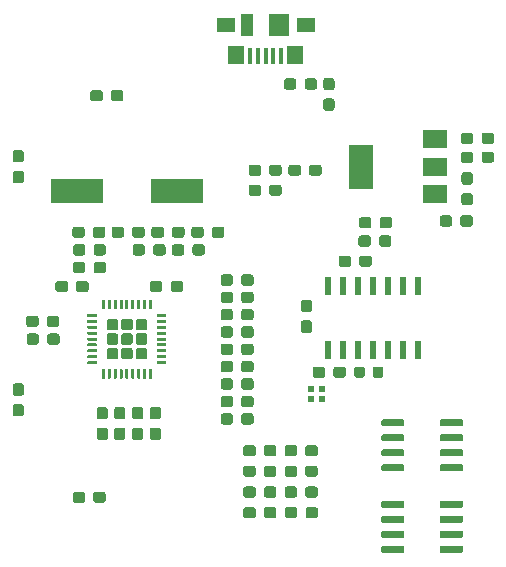
<source format=gbr>
G04 #@! TF.GenerationSoftware,KiCad,Pcbnew,5.1.5+dfsg1-2build2*
G04 #@! TF.CreationDate,2021-06-26T08:25:30+02:00*
G04 #@! TF.ProjectId,usb_switch,7573625f-7377-4697-9463-682e6b696361,rev?*
G04 #@! TF.SameCoordinates,Original*
G04 #@! TF.FileFunction,Paste,Top*
G04 #@! TF.FilePolarity,Positive*
%FSLAX46Y46*%
G04 Gerber Fmt 4.6, Leading zero omitted, Abs format (unit mm)*
G04 Created by KiCad (PCBNEW 5.1.5+dfsg1-2build2) date 2021-06-26 08:25:30*
%MOMM*%
%LPD*%
G04 APERTURE LIST*
%ADD10C,0.100000*%
%ADD11R,0.500000X0.500000*%
%ADD12R,0.600000X1.500000*%
%ADD13R,4.500000X2.000000*%
%ADD14R,0.450000X1.380000*%
%ADD15R,1.425000X1.550000*%
%ADD16R,1.650000X1.300000*%
%ADD17R,1.800000X1.900000*%
%ADD18R,1.000000X1.900000*%
%ADD19R,2.000000X3.800000*%
%ADD20R,2.000000X1.500000*%
G04 APERTURE END LIST*
D10*
G36*
X152127691Y-120926053D02*
G01*
X152148926Y-120929203D01*
X152169750Y-120934419D01*
X152189962Y-120941651D01*
X152209368Y-120950830D01*
X152227781Y-120961866D01*
X152245024Y-120974654D01*
X152260930Y-120989070D01*
X152275346Y-121004976D01*
X152288134Y-121022219D01*
X152299170Y-121040632D01*
X152308349Y-121060038D01*
X152315581Y-121080250D01*
X152320797Y-121101074D01*
X152323947Y-121122309D01*
X152325000Y-121143750D01*
X152325000Y-121656250D01*
X152323947Y-121677691D01*
X152320797Y-121698926D01*
X152315581Y-121719750D01*
X152308349Y-121739962D01*
X152299170Y-121759368D01*
X152288134Y-121777781D01*
X152275346Y-121795024D01*
X152260930Y-121810930D01*
X152245024Y-121825346D01*
X152227781Y-121838134D01*
X152209368Y-121849170D01*
X152189962Y-121858349D01*
X152169750Y-121865581D01*
X152148926Y-121870797D01*
X152127691Y-121873947D01*
X152106250Y-121875000D01*
X151668750Y-121875000D01*
X151647309Y-121873947D01*
X151626074Y-121870797D01*
X151605250Y-121865581D01*
X151585038Y-121858349D01*
X151565632Y-121849170D01*
X151547219Y-121838134D01*
X151529976Y-121825346D01*
X151514070Y-121810930D01*
X151499654Y-121795024D01*
X151486866Y-121777781D01*
X151475830Y-121759368D01*
X151466651Y-121739962D01*
X151459419Y-121719750D01*
X151454203Y-121698926D01*
X151451053Y-121677691D01*
X151450000Y-121656250D01*
X151450000Y-121143750D01*
X151451053Y-121122309D01*
X151454203Y-121101074D01*
X151459419Y-121080250D01*
X151466651Y-121060038D01*
X151475830Y-121040632D01*
X151486866Y-121022219D01*
X151499654Y-121004976D01*
X151514070Y-120989070D01*
X151529976Y-120974654D01*
X151547219Y-120961866D01*
X151565632Y-120950830D01*
X151585038Y-120941651D01*
X151605250Y-120934419D01*
X151626074Y-120929203D01*
X151647309Y-120926053D01*
X151668750Y-120925000D01*
X152106250Y-120925000D01*
X152127691Y-120926053D01*
G37*
G36*
X153702691Y-120926053D02*
G01*
X153723926Y-120929203D01*
X153744750Y-120934419D01*
X153764962Y-120941651D01*
X153784368Y-120950830D01*
X153802781Y-120961866D01*
X153820024Y-120974654D01*
X153835930Y-120989070D01*
X153850346Y-121004976D01*
X153863134Y-121022219D01*
X153874170Y-121040632D01*
X153883349Y-121060038D01*
X153890581Y-121080250D01*
X153895797Y-121101074D01*
X153898947Y-121122309D01*
X153900000Y-121143750D01*
X153900000Y-121656250D01*
X153898947Y-121677691D01*
X153895797Y-121698926D01*
X153890581Y-121719750D01*
X153883349Y-121739962D01*
X153874170Y-121759368D01*
X153863134Y-121777781D01*
X153850346Y-121795024D01*
X153835930Y-121810930D01*
X153820024Y-121825346D01*
X153802781Y-121838134D01*
X153784368Y-121849170D01*
X153764962Y-121858349D01*
X153744750Y-121865581D01*
X153723926Y-121870797D01*
X153702691Y-121873947D01*
X153681250Y-121875000D01*
X153243750Y-121875000D01*
X153222309Y-121873947D01*
X153201074Y-121870797D01*
X153180250Y-121865581D01*
X153160038Y-121858349D01*
X153140632Y-121849170D01*
X153122219Y-121838134D01*
X153104976Y-121825346D01*
X153089070Y-121810930D01*
X153074654Y-121795024D01*
X153061866Y-121777781D01*
X153050830Y-121759368D01*
X153041651Y-121739962D01*
X153034419Y-121719750D01*
X153029203Y-121698926D01*
X153026053Y-121677691D01*
X153025000Y-121656250D01*
X153025000Y-121143750D01*
X153026053Y-121122309D01*
X153029203Y-121101074D01*
X153034419Y-121080250D01*
X153041651Y-121060038D01*
X153050830Y-121040632D01*
X153061866Y-121022219D01*
X153074654Y-121004976D01*
X153089070Y-120989070D01*
X153104976Y-120974654D01*
X153122219Y-120961866D01*
X153140632Y-120950830D01*
X153160038Y-120941651D01*
X153180250Y-120934419D01*
X153201074Y-120929203D01*
X153222309Y-120926053D01*
X153243750Y-120925000D01*
X153681250Y-120925000D01*
X153702691Y-120926053D01*
G37*
D11*
X147800000Y-123700000D03*
X148700000Y-123700000D03*
X148700000Y-122800000D03*
X147800000Y-122800000D03*
D10*
G36*
X150510779Y-120926144D02*
G01*
X150533834Y-120929563D01*
X150556443Y-120935227D01*
X150578387Y-120943079D01*
X150599457Y-120953044D01*
X150619448Y-120965026D01*
X150638168Y-120978910D01*
X150655438Y-120994562D01*
X150671090Y-121011832D01*
X150684974Y-121030552D01*
X150696956Y-121050543D01*
X150706921Y-121071613D01*
X150714773Y-121093557D01*
X150720437Y-121116166D01*
X150723856Y-121139221D01*
X150725000Y-121162500D01*
X150725000Y-121637500D01*
X150723856Y-121660779D01*
X150720437Y-121683834D01*
X150714773Y-121706443D01*
X150706921Y-121728387D01*
X150696956Y-121749457D01*
X150684974Y-121769448D01*
X150671090Y-121788168D01*
X150655438Y-121805438D01*
X150638168Y-121821090D01*
X150619448Y-121834974D01*
X150599457Y-121846956D01*
X150578387Y-121856921D01*
X150556443Y-121864773D01*
X150533834Y-121870437D01*
X150510779Y-121873856D01*
X150487500Y-121875000D01*
X149912500Y-121875000D01*
X149889221Y-121873856D01*
X149866166Y-121870437D01*
X149843557Y-121864773D01*
X149821613Y-121856921D01*
X149800543Y-121846956D01*
X149780552Y-121834974D01*
X149761832Y-121821090D01*
X149744562Y-121805438D01*
X149728910Y-121788168D01*
X149715026Y-121769448D01*
X149703044Y-121749457D01*
X149693079Y-121728387D01*
X149685227Y-121706443D01*
X149679563Y-121683834D01*
X149676144Y-121660779D01*
X149675000Y-121637500D01*
X149675000Y-121162500D01*
X149676144Y-121139221D01*
X149679563Y-121116166D01*
X149685227Y-121093557D01*
X149693079Y-121071613D01*
X149703044Y-121050543D01*
X149715026Y-121030552D01*
X149728910Y-121011832D01*
X149744562Y-120994562D01*
X149761832Y-120978910D01*
X149780552Y-120965026D01*
X149800543Y-120953044D01*
X149821613Y-120943079D01*
X149843557Y-120935227D01*
X149866166Y-120929563D01*
X149889221Y-120926144D01*
X149912500Y-120925000D01*
X150487500Y-120925000D01*
X150510779Y-120926144D01*
G37*
G36*
X148760779Y-120926144D02*
G01*
X148783834Y-120929563D01*
X148806443Y-120935227D01*
X148828387Y-120943079D01*
X148849457Y-120953044D01*
X148869448Y-120965026D01*
X148888168Y-120978910D01*
X148905438Y-120994562D01*
X148921090Y-121011832D01*
X148934974Y-121030552D01*
X148946956Y-121050543D01*
X148956921Y-121071613D01*
X148964773Y-121093557D01*
X148970437Y-121116166D01*
X148973856Y-121139221D01*
X148975000Y-121162500D01*
X148975000Y-121637500D01*
X148973856Y-121660779D01*
X148970437Y-121683834D01*
X148964773Y-121706443D01*
X148956921Y-121728387D01*
X148946956Y-121749457D01*
X148934974Y-121769448D01*
X148921090Y-121788168D01*
X148905438Y-121805438D01*
X148888168Y-121821090D01*
X148869448Y-121834974D01*
X148849457Y-121846956D01*
X148828387Y-121856921D01*
X148806443Y-121864773D01*
X148783834Y-121870437D01*
X148760779Y-121873856D01*
X148737500Y-121875000D01*
X148162500Y-121875000D01*
X148139221Y-121873856D01*
X148116166Y-121870437D01*
X148093557Y-121864773D01*
X148071613Y-121856921D01*
X148050543Y-121846956D01*
X148030552Y-121834974D01*
X148011832Y-121821090D01*
X147994562Y-121805438D01*
X147978910Y-121788168D01*
X147965026Y-121769448D01*
X147953044Y-121749457D01*
X147943079Y-121728387D01*
X147935227Y-121706443D01*
X147929563Y-121683834D01*
X147926144Y-121660779D01*
X147925000Y-121637500D01*
X147925000Y-121162500D01*
X147926144Y-121139221D01*
X147929563Y-121116166D01*
X147935227Y-121093557D01*
X147943079Y-121071613D01*
X147953044Y-121050543D01*
X147965026Y-121030552D01*
X147978910Y-121011832D01*
X147994562Y-120994562D01*
X148011832Y-120978910D01*
X148030552Y-120965026D01*
X148050543Y-120953044D01*
X148071613Y-120943079D01*
X148093557Y-120935227D01*
X148116166Y-120929563D01*
X148139221Y-120926144D01*
X148162500Y-120925000D01*
X148737500Y-120925000D01*
X148760779Y-120926144D01*
G37*
G36*
X150960779Y-111526144D02*
G01*
X150983834Y-111529563D01*
X151006443Y-111535227D01*
X151028387Y-111543079D01*
X151049457Y-111553044D01*
X151069448Y-111565026D01*
X151088168Y-111578910D01*
X151105438Y-111594562D01*
X151121090Y-111611832D01*
X151134974Y-111630552D01*
X151146956Y-111650543D01*
X151156921Y-111671613D01*
X151164773Y-111693557D01*
X151170437Y-111716166D01*
X151173856Y-111739221D01*
X151175000Y-111762500D01*
X151175000Y-112237500D01*
X151173856Y-112260779D01*
X151170437Y-112283834D01*
X151164773Y-112306443D01*
X151156921Y-112328387D01*
X151146956Y-112349457D01*
X151134974Y-112369448D01*
X151121090Y-112388168D01*
X151105438Y-112405438D01*
X151088168Y-112421090D01*
X151069448Y-112434974D01*
X151049457Y-112446956D01*
X151028387Y-112456921D01*
X151006443Y-112464773D01*
X150983834Y-112470437D01*
X150960779Y-112473856D01*
X150937500Y-112475000D01*
X150362500Y-112475000D01*
X150339221Y-112473856D01*
X150316166Y-112470437D01*
X150293557Y-112464773D01*
X150271613Y-112456921D01*
X150250543Y-112446956D01*
X150230552Y-112434974D01*
X150211832Y-112421090D01*
X150194562Y-112405438D01*
X150178910Y-112388168D01*
X150165026Y-112369448D01*
X150153044Y-112349457D01*
X150143079Y-112328387D01*
X150135227Y-112306443D01*
X150129563Y-112283834D01*
X150126144Y-112260779D01*
X150125000Y-112237500D01*
X150125000Y-111762500D01*
X150126144Y-111739221D01*
X150129563Y-111716166D01*
X150135227Y-111693557D01*
X150143079Y-111671613D01*
X150153044Y-111650543D01*
X150165026Y-111630552D01*
X150178910Y-111611832D01*
X150194562Y-111594562D01*
X150211832Y-111578910D01*
X150230552Y-111565026D01*
X150250543Y-111553044D01*
X150271613Y-111543079D01*
X150293557Y-111535227D01*
X150316166Y-111529563D01*
X150339221Y-111526144D01*
X150362500Y-111525000D01*
X150937500Y-111525000D01*
X150960779Y-111526144D01*
G37*
G36*
X152710779Y-111526144D02*
G01*
X152733834Y-111529563D01*
X152756443Y-111535227D01*
X152778387Y-111543079D01*
X152799457Y-111553044D01*
X152819448Y-111565026D01*
X152838168Y-111578910D01*
X152855438Y-111594562D01*
X152871090Y-111611832D01*
X152884974Y-111630552D01*
X152896956Y-111650543D01*
X152906921Y-111671613D01*
X152914773Y-111693557D01*
X152920437Y-111716166D01*
X152923856Y-111739221D01*
X152925000Y-111762500D01*
X152925000Y-112237500D01*
X152923856Y-112260779D01*
X152920437Y-112283834D01*
X152914773Y-112306443D01*
X152906921Y-112328387D01*
X152896956Y-112349457D01*
X152884974Y-112369448D01*
X152871090Y-112388168D01*
X152855438Y-112405438D01*
X152838168Y-112421090D01*
X152819448Y-112434974D01*
X152799457Y-112446956D01*
X152778387Y-112456921D01*
X152756443Y-112464773D01*
X152733834Y-112470437D01*
X152710779Y-112473856D01*
X152687500Y-112475000D01*
X152112500Y-112475000D01*
X152089221Y-112473856D01*
X152066166Y-112470437D01*
X152043557Y-112464773D01*
X152021613Y-112456921D01*
X152000543Y-112446956D01*
X151980552Y-112434974D01*
X151961832Y-112421090D01*
X151944562Y-112405438D01*
X151928910Y-112388168D01*
X151915026Y-112369448D01*
X151903044Y-112349457D01*
X151893079Y-112328387D01*
X151885227Y-112306443D01*
X151879563Y-112283834D01*
X151876144Y-112260779D01*
X151875000Y-112237500D01*
X151875000Y-111762500D01*
X151876144Y-111739221D01*
X151879563Y-111716166D01*
X151885227Y-111693557D01*
X151893079Y-111671613D01*
X151903044Y-111650543D01*
X151915026Y-111630552D01*
X151928910Y-111611832D01*
X151944562Y-111594562D01*
X151961832Y-111578910D01*
X151980552Y-111565026D01*
X152000543Y-111553044D01*
X152021613Y-111543079D01*
X152043557Y-111535227D01*
X152066166Y-111529563D01*
X152089221Y-111526144D01*
X152112500Y-111525000D01*
X152687500Y-111525000D01*
X152710779Y-111526144D01*
G37*
G36*
X147660779Y-115276144D02*
G01*
X147683834Y-115279563D01*
X147706443Y-115285227D01*
X147728387Y-115293079D01*
X147749457Y-115303044D01*
X147769448Y-115315026D01*
X147788168Y-115328910D01*
X147805438Y-115344562D01*
X147821090Y-115361832D01*
X147834974Y-115380552D01*
X147846956Y-115400543D01*
X147856921Y-115421613D01*
X147864773Y-115443557D01*
X147870437Y-115466166D01*
X147873856Y-115489221D01*
X147875000Y-115512500D01*
X147875000Y-116087500D01*
X147873856Y-116110779D01*
X147870437Y-116133834D01*
X147864773Y-116156443D01*
X147856921Y-116178387D01*
X147846956Y-116199457D01*
X147834974Y-116219448D01*
X147821090Y-116238168D01*
X147805438Y-116255438D01*
X147788168Y-116271090D01*
X147769448Y-116284974D01*
X147749457Y-116296956D01*
X147728387Y-116306921D01*
X147706443Y-116314773D01*
X147683834Y-116320437D01*
X147660779Y-116323856D01*
X147637500Y-116325000D01*
X147162500Y-116325000D01*
X147139221Y-116323856D01*
X147116166Y-116320437D01*
X147093557Y-116314773D01*
X147071613Y-116306921D01*
X147050543Y-116296956D01*
X147030552Y-116284974D01*
X147011832Y-116271090D01*
X146994562Y-116255438D01*
X146978910Y-116238168D01*
X146965026Y-116219448D01*
X146953044Y-116199457D01*
X146943079Y-116178387D01*
X146935227Y-116156443D01*
X146929563Y-116133834D01*
X146926144Y-116110779D01*
X146925000Y-116087500D01*
X146925000Y-115512500D01*
X146926144Y-115489221D01*
X146929563Y-115466166D01*
X146935227Y-115443557D01*
X146943079Y-115421613D01*
X146953044Y-115400543D01*
X146965026Y-115380552D01*
X146978910Y-115361832D01*
X146994562Y-115344562D01*
X147011832Y-115328910D01*
X147030552Y-115315026D01*
X147050543Y-115303044D01*
X147071613Y-115293079D01*
X147093557Y-115285227D01*
X147116166Y-115279563D01*
X147139221Y-115276144D01*
X147162500Y-115275000D01*
X147637500Y-115275000D01*
X147660779Y-115276144D01*
G37*
G36*
X147660779Y-117026144D02*
G01*
X147683834Y-117029563D01*
X147706443Y-117035227D01*
X147728387Y-117043079D01*
X147749457Y-117053044D01*
X147769448Y-117065026D01*
X147788168Y-117078910D01*
X147805438Y-117094562D01*
X147821090Y-117111832D01*
X147834974Y-117130552D01*
X147846956Y-117150543D01*
X147856921Y-117171613D01*
X147864773Y-117193557D01*
X147870437Y-117216166D01*
X147873856Y-117239221D01*
X147875000Y-117262500D01*
X147875000Y-117837500D01*
X147873856Y-117860779D01*
X147870437Y-117883834D01*
X147864773Y-117906443D01*
X147856921Y-117928387D01*
X147846956Y-117949457D01*
X147834974Y-117969448D01*
X147821090Y-117988168D01*
X147805438Y-118005438D01*
X147788168Y-118021090D01*
X147769448Y-118034974D01*
X147749457Y-118046956D01*
X147728387Y-118056921D01*
X147706443Y-118064773D01*
X147683834Y-118070437D01*
X147660779Y-118073856D01*
X147637500Y-118075000D01*
X147162500Y-118075000D01*
X147139221Y-118073856D01*
X147116166Y-118070437D01*
X147093557Y-118064773D01*
X147071613Y-118056921D01*
X147050543Y-118046956D01*
X147030552Y-118034974D01*
X147011832Y-118021090D01*
X146994562Y-118005438D01*
X146978910Y-117988168D01*
X146965026Y-117969448D01*
X146953044Y-117949457D01*
X146943079Y-117928387D01*
X146935227Y-117906443D01*
X146929563Y-117883834D01*
X146926144Y-117860779D01*
X146925000Y-117837500D01*
X146925000Y-117262500D01*
X146926144Y-117239221D01*
X146929563Y-117216166D01*
X146935227Y-117193557D01*
X146943079Y-117171613D01*
X146953044Y-117150543D01*
X146965026Y-117130552D01*
X146978910Y-117111832D01*
X146994562Y-117094562D01*
X147011832Y-117078910D01*
X147030552Y-117065026D01*
X147050543Y-117053044D01*
X147071613Y-117043079D01*
X147093557Y-117035227D01*
X147116166Y-117029563D01*
X147139221Y-117026144D01*
X147162500Y-117025000D01*
X147637500Y-117025000D01*
X147660779Y-117026144D01*
G37*
D12*
X149190000Y-114100000D03*
X150460000Y-114100000D03*
X151730000Y-114100000D03*
X153000000Y-114100000D03*
X154270000Y-114100000D03*
X155540000Y-114100000D03*
X156810000Y-114100000D03*
X156810000Y-119500000D03*
X155540000Y-119500000D03*
X154270000Y-119500000D03*
X153000000Y-119500000D03*
X151730000Y-119500000D03*
X150460000Y-119500000D03*
X149190000Y-119500000D03*
D10*
G36*
X131241759Y-116876192D02*
G01*
X131265785Y-116879756D01*
X131289345Y-116885657D01*
X131312214Y-116893840D01*
X131334171Y-116904224D01*
X131355004Y-116916711D01*
X131374512Y-116931180D01*
X131392509Y-116947491D01*
X131408820Y-116965488D01*
X131423289Y-116984996D01*
X131435776Y-117005829D01*
X131446160Y-117027786D01*
X131454343Y-117050655D01*
X131460244Y-117074215D01*
X131463808Y-117098241D01*
X131465000Y-117122500D01*
X131465000Y-117617500D01*
X131463808Y-117641759D01*
X131460244Y-117665785D01*
X131454343Y-117689345D01*
X131446160Y-117712214D01*
X131435776Y-117734171D01*
X131423289Y-117755004D01*
X131408820Y-117774512D01*
X131392509Y-117792509D01*
X131374512Y-117808820D01*
X131355004Y-117823289D01*
X131334171Y-117835776D01*
X131312214Y-117846160D01*
X131289345Y-117854343D01*
X131265785Y-117860244D01*
X131241759Y-117863808D01*
X131217500Y-117865000D01*
X130722500Y-117865000D01*
X130698241Y-117863808D01*
X130674215Y-117860244D01*
X130650655Y-117854343D01*
X130627786Y-117846160D01*
X130605829Y-117835776D01*
X130584996Y-117823289D01*
X130565488Y-117808820D01*
X130547491Y-117792509D01*
X130531180Y-117774512D01*
X130516711Y-117755004D01*
X130504224Y-117734171D01*
X130493840Y-117712214D01*
X130485657Y-117689345D01*
X130479756Y-117665785D01*
X130476192Y-117641759D01*
X130475000Y-117617500D01*
X130475000Y-117122500D01*
X130476192Y-117098241D01*
X130479756Y-117074215D01*
X130485657Y-117050655D01*
X130493840Y-117027786D01*
X130504224Y-117005829D01*
X130516711Y-116984996D01*
X130531180Y-116965488D01*
X130547491Y-116947491D01*
X130565488Y-116931180D01*
X130584996Y-116916711D01*
X130605829Y-116904224D01*
X130627786Y-116893840D01*
X130650655Y-116885657D01*
X130674215Y-116879756D01*
X130698241Y-116876192D01*
X130722500Y-116875000D01*
X131217500Y-116875000D01*
X131241759Y-116876192D01*
G37*
G36*
X131241759Y-118106192D02*
G01*
X131265785Y-118109756D01*
X131289345Y-118115657D01*
X131312214Y-118123840D01*
X131334171Y-118134224D01*
X131355004Y-118146711D01*
X131374512Y-118161180D01*
X131392509Y-118177491D01*
X131408820Y-118195488D01*
X131423289Y-118214996D01*
X131435776Y-118235829D01*
X131446160Y-118257786D01*
X131454343Y-118280655D01*
X131460244Y-118304215D01*
X131463808Y-118328241D01*
X131465000Y-118352500D01*
X131465000Y-118847500D01*
X131463808Y-118871759D01*
X131460244Y-118895785D01*
X131454343Y-118919345D01*
X131446160Y-118942214D01*
X131435776Y-118964171D01*
X131423289Y-118985004D01*
X131408820Y-119004512D01*
X131392509Y-119022509D01*
X131374512Y-119038820D01*
X131355004Y-119053289D01*
X131334171Y-119065776D01*
X131312214Y-119076160D01*
X131289345Y-119084343D01*
X131265785Y-119090244D01*
X131241759Y-119093808D01*
X131217500Y-119095000D01*
X130722500Y-119095000D01*
X130698241Y-119093808D01*
X130674215Y-119090244D01*
X130650655Y-119084343D01*
X130627786Y-119076160D01*
X130605829Y-119065776D01*
X130584996Y-119053289D01*
X130565488Y-119038820D01*
X130547491Y-119022509D01*
X130531180Y-119004512D01*
X130516711Y-118985004D01*
X130504224Y-118964171D01*
X130493840Y-118942214D01*
X130485657Y-118919345D01*
X130479756Y-118895785D01*
X130476192Y-118871759D01*
X130475000Y-118847500D01*
X130475000Y-118352500D01*
X130476192Y-118328241D01*
X130479756Y-118304215D01*
X130485657Y-118280655D01*
X130493840Y-118257786D01*
X130504224Y-118235829D01*
X130516711Y-118214996D01*
X130531180Y-118195488D01*
X130547491Y-118177491D01*
X130565488Y-118161180D01*
X130584996Y-118146711D01*
X130605829Y-118134224D01*
X130627786Y-118123840D01*
X130650655Y-118115657D01*
X130674215Y-118109756D01*
X130698241Y-118106192D01*
X130722500Y-118105000D01*
X131217500Y-118105000D01*
X131241759Y-118106192D01*
G37*
G36*
X131241759Y-119336192D02*
G01*
X131265785Y-119339756D01*
X131289345Y-119345657D01*
X131312214Y-119353840D01*
X131334171Y-119364224D01*
X131355004Y-119376711D01*
X131374512Y-119391180D01*
X131392509Y-119407491D01*
X131408820Y-119425488D01*
X131423289Y-119444996D01*
X131435776Y-119465829D01*
X131446160Y-119487786D01*
X131454343Y-119510655D01*
X131460244Y-119534215D01*
X131463808Y-119558241D01*
X131465000Y-119582500D01*
X131465000Y-120077500D01*
X131463808Y-120101759D01*
X131460244Y-120125785D01*
X131454343Y-120149345D01*
X131446160Y-120172214D01*
X131435776Y-120194171D01*
X131423289Y-120215004D01*
X131408820Y-120234512D01*
X131392509Y-120252509D01*
X131374512Y-120268820D01*
X131355004Y-120283289D01*
X131334171Y-120295776D01*
X131312214Y-120306160D01*
X131289345Y-120314343D01*
X131265785Y-120320244D01*
X131241759Y-120323808D01*
X131217500Y-120325000D01*
X130722500Y-120325000D01*
X130698241Y-120323808D01*
X130674215Y-120320244D01*
X130650655Y-120314343D01*
X130627786Y-120306160D01*
X130605829Y-120295776D01*
X130584996Y-120283289D01*
X130565488Y-120268820D01*
X130547491Y-120252509D01*
X130531180Y-120234512D01*
X130516711Y-120215004D01*
X130504224Y-120194171D01*
X130493840Y-120172214D01*
X130485657Y-120149345D01*
X130479756Y-120125785D01*
X130476192Y-120101759D01*
X130475000Y-120077500D01*
X130475000Y-119582500D01*
X130476192Y-119558241D01*
X130479756Y-119534215D01*
X130485657Y-119510655D01*
X130493840Y-119487786D01*
X130504224Y-119465829D01*
X130516711Y-119444996D01*
X130531180Y-119425488D01*
X130547491Y-119407491D01*
X130565488Y-119391180D01*
X130584996Y-119376711D01*
X130605829Y-119364224D01*
X130627786Y-119353840D01*
X130650655Y-119345657D01*
X130674215Y-119339756D01*
X130698241Y-119336192D01*
X130722500Y-119335000D01*
X131217500Y-119335000D01*
X131241759Y-119336192D01*
G37*
G36*
X132471759Y-116876192D02*
G01*
X132495785Y-116879756D01*
X132519345Y-116885657D01*
X132542214Y-116893840D01*
X132564171Y-116904224D01*
X132585004Y-116916711D01*
X132604512Y-116931180D01*
X132622509Y-116947491D01*
X132638820Y-116965488D01*
X132653289Y-116984996D01*
X132665776Y-117005829D01*
X132676160Y-117027786D01*
X132684343Y-117050655D01*
X132690244Y-117074215D01*
X132693808Y-117098241D01*
X132695000Y-117122500D01*
X132695000Y-117617500D01*
X132693808Y-117641759D01*
X132690244Y-117665785D01*
X132684343Y-117689345D01*
X132676160Y-117712214D01*
X132665776Y-117734171D01*
X132653289Y-117755004D01*
X132638820Y-117774512D01*
X132622509Y-117792509D01*
X132604512Y-117808820D01*
X132585004Y-117823289D01*
X132564171Y-117835776D01*
X132542214Y-117846160D01*
X132519345Y-117854343D01*
X132495785Y-117860244D01*
X132471759Y-117863808D01*
X132447500Y-117865000D01*
X131952500Y-117865000D01*
X131928241Y-117863808D01*
X131904215Y-117860244D01*
X131880655Y-117854343D01*
X131857786Y-117846160D01*
X131835829Y-117835776D01*
X131814996Y-117823289D01*
X131795488Y-117808820D01*
X131777491Y-117792509D01*
X131761180Y-117774512D01*
X131746711Y-117755004D01*
X131734224Y-117734171D01*
X131723840Y-117712214D01*
X131715657Y-117689345D01*
X131709756Y-117665785D01*
X131706192Y-117641759D01*
X131705000Y-117617500D01*
X131705000Y-117122500D01*
X131706192Y-117098241D01*
X131709756Y-117074215D01*
X131715657Y-117050655D01*
X131723840Y-117027786D01*
X131734224Y-117005829D01*
X131746711Y-116984996D01*
X131761180Y-116965488D01*
X131777491Y-116947491D01*
X131795488Y-116931180D01*
X131814996Y-116916711D01*
X131835829Y-116904224D01*
X131857786Y-116893840D01*
X131880655Y-116885657D01*
X131904215Y-116879756D01*
X131928241Y-116876192D01*
X131952500Y-116875000D01*
X132447500Y-116875000D01*
X132471759Y-116876192D01*
G37*
G36*
X132471759Y-118106192D02*
G01*
X132495785Y-118109756D01*
X132519345Y-118115657D01*
X132542214Y-118123840D01*
X132564171Y-118134224D01*
X132585004Y-118146711D01*
X132604512Y-118161180D01*
X132622509Y-118177491D01*
X132638820Y-118195488D01*
X132653289Y-118214996D01*
X132665776Y-118235829D01*
X132676160Y-118257786D01*
X132684343Y-118280655D01*
X132690244Y-118304215D01*
X132693808Y-118328241D01*
X132695000Y-118352500D01*
X132695000Y-118847500D01*
X132693808Y-118871759D01*
X132690244Y-118895785D01*
X132684343Y-118919345D01*
X132676160Y-118942214D01*
X132665776Y-118964171D01*
X132653289Y-118985004D01*
X132638820Y-119004512D01*
X132622509Y-119022509D01*
X132604512Y-119038820D01*
X132585004Y-119053289D01*
X132564171Y-119065776D01*
X132542214Y-119076160D01*
X132519345Y-119084343D01*
X132495785Y-119090244D01*
X132471759Y-119093808D01*
X132447500Y-119095000D01*
X131952500Y-119095000D01*
X131928241Y-119093808D01*
X131904215Y-119090244D01*
X131880655Y-119084343D01*
X131857786Y-119076160D01*
X131835829Y-119065776D01*
X131814996Y-119053289D01*
X131795488Y-119038820D01*
X131777491Y-119022509D01*
X131761180Y-119004512D01*
X131746711Y-118985004D01*
X131734224Y-118964171D01*
X131723840Y-118942214D01*
X131715657Y-118919345D01*
X131709756Y-118895785D01*
X131706192Y-118871759D01*
X131705000Y-118847500D01*
X131705000Y-118352500D01*
X131706192Y-118328241D01*
X131709756Y-118304215D01*
X131715657Y-118280655D01*
X131723840Y-118257786D01*
X131734224Y-118235829D01*
X131746711Y-118214996D01*
X131761180Y-118195488D01*
X131777491Y-118177491D01*
X131795488Y-118161180D01*
X131814996Y-118146711D01*
X131835829Y-118134224D01*
X131857786Y-118123840D01*
X131880655Y-118115657D01*
X131904215Y-118109756D01*
X131928241Y-118106192D01*
X131952500Y-118105000D01*
X132447500Y-118105000D01*
X132471759Y-118106192D01*
G37*
G36*
X132471759Y-119336192D02*
G01*
X132495785Y-119339756D01*
X132519345Y-119345657D01*
X132542214Y-119353840D01*
X132564171Y-119364224D01*
X132585004Y-119376711D01*
X132604512Y-119391180D01*
X132622509Y-119407491D01*
X132638820Y-119425488D01*
X132653289Y-119444996D01*
X132665776Y-119465829D01*
X132676160Y-119487786D01*
X132684343Y-119510655D01*
X132690244Y-119534215D01*
X132693808Y-119558241D01*
X132695000Y-119582500D01*
X132695000Y-120077500D01*
X132693808Y-120101759D01*
X132690244Y-120125785D01*
X132684343Y-120149345D01*
X132676160Y-120172214D01*
X132665776Y-120194171D01*
X132653289Y-120215004D01*
X132638820Y-120234512D01*
X132622509Y-120252509D01*
X132604512Y-120268820D01*
X132585004Y-120283289D01*
X132564171Y-120295776D01*
X132542214Y-120306160D01*
X132519345Y-120314343D01*
X132495785Y-120320244D01*
X132471759Y-120323808D01*
X132447500Y-120325000D01*
X131952500Y-120325000D01*
X131928241Y-120323808D01*
X131904215Y-120320244D01*
X131880655Y-120314343D01*
X131857786Y-120306160D01*
X131835829Y-120295776D01*
X131814996Y-120283289D01*
X131795488Y-120268820D01*
X131777491Y-120252509D01*
X131761180Y-120234512D01*
X131746711Y-120215004D01*
X131734224Y-120194171D01*
X131723840Y-120172214D01*
X131715657Y-120149345D01*
X131709756Y-120125785D01*
X131706192Y-120101759D01*
X131705000Y-120077500D01*
X131705000Y-119582500D01*
X131706192Y-119558241D01*
X131709756Y-119534215D01*
X131715657Y-119510655D01*
X131723840Y-119487786D01*
X131734224Y-119465829D01*
X131746711Y-119444996D01*
X131761180Y-119425488D01*
X131777491Y-119407491D01*
X131795488Y-119391180D01*
X131814996Y-119376711D01*
X131835829Y-119364224D01*
X131857786Y-119353840D01*
X131880655Y-119345657D01*
X131904215Y-119339756D01*
X131928241Y-119336192D01*
X131952500Y-119335000D01*
X132447500Y-119335000D01*
X132471759Y-119336192D01*
G37*
G36*
X133701759Y-116876192D02*
G01*
X133725785Y-116879756D01*
X133749345Y-116885657D01*
X133772214Y-116893840D01*
X133794171Y-116904224D01*
X133815004Y-116916711D01*
X133834512Y-116931180D01*
X133852509Y-116947491D01*
X133868820Y-116965488D01*
X133883289Y-116984996D01*
X133895776Y-117005829D01*
X133906160Y-117027786D01*
X133914343Y-117050655D01*
X133920244Y-117074215D01*
X133923808Y-117098241D01*
X133925000Y-117122500D01*
X133925000Y-117617500D01*
X133923808Y-117641759D01*
X133920244Y-117665785D01*
X133914343Y-117689345D01*
X133906160Y-117712214D01*
X133895776Y-117734171D01*
X133883289Y-117755004D01*
X133868820Y-117774512D01*
X133852509Y-117792509D01*
X133834512Y-117808820D01*
X133815004Y-117823289D01*
X133794171Y-117835776D01*
X133772214Y-117846160D01*
X133749345Y-117854343D01*
X133725785Y-117860244D01*
X133701759Y-117863808D01*
X133677500Y-117865000D01*
X133182500Y-117865000D01*
X133158241Y-117863808D01*
X133134215Y-117860244D01*
X133110655Y-117854343D01*
X133087786Y-117846160D01*
X133065829Y-117835776D01*
X133044996Y-117823289D01*
X133025488Y-117808820D01*
X133007491Y-117792509D01*
X132991180Y-117774512D01*
X132976711Y-117755004D01*
X132964224Y-117734171D01*
X132953840Y-117712214D01*
X132945657Y-117689345D01*
X132939756Y-117665785D01*
X132936192Y-117641759D01*
X132935000Y-117617500D01*
X132935000Y-117122500D01*
X132936192Y-117098241D01*
X132939756Y-117074215D01*
X132945657Y-117050655D01*
X132953840Y-117027786D01*
X132964224Y-117005829D01*
X132976711Y-116984996D01*
X132991180Y-116965488D01*
X133007491Y-116947491D01*
X133025488Y-116931180D01*
X133044996Y-116916711D01*
X133065829Y-116904224D01*
X133087786Y-116893840D01*
X133110655Y-116885657D01*
X133134215Y-116879756D01*
X133158241Y-116876192D01*
X133182500Y-116875000D01*
X133677500Y-116875000D01*
X133701759Y-116876192D01*
G37*
G36*
X133701759Y-118106192D02*
G01*
X133725785Y-118109756D01*
X133749345Y-118115657D01*
X133772214Y-118123840D01*
X133794171Y-118134224D01*
X133815004Y-118146711D01*
X133834512Y-118161180D01*
X133852509Y-118177491D01*
X133868820Y-118195488D01*
X133883289Y-118214996D01*
X133895776Y-118235829D01*
X133906160Y-118257786D01*
X133914343Y-118280655D01*
X133920244Y-118304215D01*
X133923808Y-118328241D01*
X133925000Y-118352500D01*
X133925000Y-118847500D01*
X133923808Y-118871759D01*
X133920244Y-118895785D01*
X133914343Y-118919345D01*
X133906160Y-118942214D01*
X133895776Y-118964171D01*
X133883289Y-118985004D01*
X133868820Y-119004512D01*
X133852509Y-119022509D01*
X133834512Y-119038820D01*
X133815004Y-119053289D01*
X133794171Y-119065776D01*
X133772214Y-119076160D01*
X133749345Y-119084343D01*
X133725785Y-119090244D01*
X133701759Y-119093808D01*
X133677500Y-119095000D01*
X133182500Y-119095000D01*
X133158241Y-119093808D01*
X133134215Y-119090244D01*
X133110655Y-119084343D01*
X133087786Y-119076160D01*
X133065829Y-119065776D01*
X133044996Y-119053289D01*
X133025488Y-119038820D01*
X133007491Y-119022509D01*
X132991180Y-119004512D01*
X132976711Y-118985004D01*
X132964224Y-118964171D01*
X132953840Y-118942214D01*
X132945657Y-118919345D01*
X132939756Y-118895785D01*
X132936192Y-118871759D01*
X132935000Y-118847500D01*
X132935000Y-118352500D01*
X132936192Y-118328241D01*
X132939756Y-118304215D01*
X132945657Y-118280655D01*
X132953840Y-118257786D01*
X132964224Y-118235829D01*
X132976711Y-118214996D01*
X132991180Y-118195488D01*
X133007491Y-118177491D01*
X133025488Y-118161180D01*
X133044996Y-118146711D01*
X133065829Y-118134224D01*
X133087786Y-118123840D01*
X133110655Y-118115657D01*
X133134215Y-118109756D01*
X133158241Y-118106192D01*
X133182500Y-118105000D01*
X133677500Y-118105000D01*
X133701759Y-118106192D01*
G37*
G36*
X133701759Y-119336192D02*
G01*
X133725785Y-119339756D01*
X133749345Y-119345657D01*
X133772214Y-119353840D01*
X133794171Y-119364224D01*
X133815004Y-119376711D01*
X133834512Y-119391180D01*
X133852509Y-119407491D01*
X133868820Y-119425488D01*
X133883289Y-119444996D01*
X133895776Y-119465829D01*
X133906160Y-119487786D01*
X133914343Y-119510655D01*
X133920244Y-119534215D01*
X133923808Y-119558241D01*
X133925000Y-119582500D01*
X133925000Y-120077500D01*
X133923808Y-120101759D01*
X133920244Y-120125785D01*
X133914343Y-120149345D01*
X133906160Y-120172214D01*
X133895776Y-120194171D01*
X133883289Y-120215004D01*
X133868820Y-120234512D01*
X133852509Y-120252509D01*
X133834512Y-120268820D01*
X133815004Y-120283289D01*
X133794171Y-120295776D01*
X133772214Y-120306160D01*
X133749345Y-120314343D01*
X133725785Y-120320244D01*
X133701759Y-120323808D01*
X133677500Y-120325000D01*
X133182500Y-120325000D01*
X133158241Y-120323808D01*
X133134215Y-120320244D01*
X133110655Y-120314343D01*
X133087786Y-120306160D01*
X133065829Y-120295776D01*
X133044996Y-120283289D01*
X133025488Y-120268820D01*
X133007491Y-120252509D01*
X132991180Y-120234512D01*
X132976711Y-120215004D01*
X132964224Y-120194171D01*
X132953840Y-120172214D01*
X132945657Y-120149345D01*
X132939756Y-120125785D01*
X132936192Y-120101759D01*
X132935000Y-120077500D01*
X132935000Y-119582500D01*
X132936192Y-119558241D01*
X132939756Y-119534215D01*
X132945657Y-119510655D01*
X132953840Y-119487786D01*
X132964224Y-119465829D01*
X132976711Y-119444996D01*
X132991180Y-119425488D01*
X133007491Y-119407491D01*
X133025488Y-119391180D01*
X133044996Y-119376711D01*
X133065829Y-119364224D01*
X133087786Y-119353840D01*
X133110655Y-119345657D01*
X133134215Y-119339756D01*
X133158241Y-119336192D01*
X133182500Y-119335000D01*
X133677500Y-119335000D01*
X133701759Y-119336192D01*
G37*
G36*
X129618626Y-116475301D02*
G01*
X129624693Y-116476201D01*
X129630643Y-116477691D01*
X129636418Y-116479758D01*
X129641962Y-116482380D01*
X129647223Y-116485533D01*
X129652150Y-116489187D01*
X129656694Y-116493306D01*
X129660813Y-116497850D01*
X129664467Y-116502777D01*
X129667620Y-116508038D01*
X129670242Y-116513582D01*
X129672309Y-116519357D01*
X129673799Y-116525307D01*
X129674699Y-116531374D01*
X129675000Y-116537500D01*
X129675000Y-116662500D01*
X129674699Y-116668626D01*
X129673799Y-116674693D01*
X129672309Y-116680643D01*
X129670242Y-116686418D01*
X129667620Y-116691962D01*
X129664467Y-116697223D01*
X129660813Y-116702150D01*
X129656694Y-116706694D01*
X129652150Y-116710813D01*
X129647223Y-116714467D01*
X129641962Y-116717620D01*
X129636418Y-116720242D01*
X129630643Y-116722309D01*
X129624693Y-116723799D01*
X129618626Y-116724699D01*
X129612500Y-116725000D01*
X128912500Y-116725000D01*
X128906374Y-116724699D01*
X128900307Y-116723799D01*
X128894357Y-116722309D01*
X128888582Y-116720242D01*
X128883038Y-116717620D01*
X128877777Y-116714467D01*
X128872850Y-116710813D01*
X128868306Y-116706694D01*
X128864187Y-116702150D01*
X128860533Y-116697223D01*
X128857380Y-116691962D01*
X128854758Y-116686418D01*
X128852691Y-116680643D01*
X128851201Y-116674693D01*
X128850301Y-116668626D01*
X128850000Y-116662500D01*
X128850000Y-116537500D01*
X128850301Y-116531374D01*
X128851201Y-116525307D01*
X128852691Y-116519357D01*
X128854758Y-116513582D01*
X128857380Y-116508038D01*
X128860533Y-116502777D01*
X128864187Y-116497850D01*
X128868306Y-116493306D01*
X128872850Y-116489187D01*
X128877777Y-116485533D01*
X128883038Y-116482380D01*
X128888582Y-116479758D01*
X128894357Y-116477691D01*
X128900307Y-116476201D01*
X128906374Y-116475301D01*
X128912500Y-116475000D01*
X129612500Y-116475000D01*
X129618626Y-116475301D01*
G37*
G36*
X129618626Y-116975301D02*
G01*
X129624693Y-116976201D01*
X129630643Y-116977691D01*
X129636418Y-116979758D01*
X129641962Y-116982380D01*
X129647223Y-116985533D01*
X129652150Y-116989187D01*
X129656694Y-116993306D01*
X129660813Y-116997850D01*
X129664467Y-117002777D01*
X129667620Y-117008038D01*
X129670242Y-117013582D01*
X129672309Y-117019357D01*
X129673799Y-117025307D01*
X129674699Y-117031374D01*
X129675000Y-117037500D01*
X129675000Y-117162500D01*
X129674699Y-117168626D01*
X129673799Y-117174693D01*
X129672309Y-117180643D01*
X129670242Y-117186418D01*
X129667620Y-117191962D01*
X129664467Y-117197223D01*
X129660813Y-117202150D01*
X129656694Y-117206694D01*
X129652150Y-117210813D01*
X129647223Y-117214467D01*
X129641962Y-117217620D01*
X129636418Y-117220242D01*
X129630643Y-117222309D01*
X129624693Y-117223799D01*
X129618626Y-117224699D01*
X129612500Y-117225000D01*
X128912500Y-117225000D01*
X128906374Y-117224699D01*
X128900307Y-117223799D01*
X128894357Y-117222309D01*
X128888582Y-117220242D01*
X128883038Y-117217620D01*
X128877777Y-117214467D01*
X128872850Y-117210813D01*
X128868306Y-117206694D01*
X128864187Y-117202150D01*
X128860533Y-117197223D01*
X128857380Y-117191962D01*
X128854758Y-117186418D01*
X128852691Y-117180643D01*
X128851201Y-117174693D01*
X128850301Y-117168626D01*
X128850000Y-117162500D01*
X128850000Y-117037500D01*
X128850301Y-117031374D01*
X128851201Y-117025307D01*
X128852691Y-117019357D01*
X128854758Y-117013582D01*
X128857380Y-117008038D01*
X128860533Y-117002777D01*
X128864187Y-116997850D01*
X128868306Y-116993306D01*
X128872850Y-116989187D01*
X128877777Y-116985533D01*
X128883038Y-116982380D01*
X128888582Y-116979758D01*
X128894357Y-116977691D01*
X128900307Y-116976201D01*
X128906374Y-116975301D01*
X128912500Y-116975000D01*
X129612500Y-116975000D01*
X129618626Y-116975301D01*
G37*
G36*
X129618626Y-117475301D02*
G01*
X129624693Y-117476201D01*
X129630643Y-117477691D01*
X129636418Y-117479758D01*
X129641962Y-117482380D01*
X129647223Y-117485533D01*
X129652150Y-117489187D01*
X129656694Y-117493306D01*
X129660813Y-117497850D01*
X129664467Y-117502777D01*
X129667620Y-117508038D01*
X129670242Y-117513582D01*
X129672309Y-117519357D01*
X129673799Y-117525307D01*
X129674699Y-117531374D01*
X129675000Y-117537500D01*
X129675000Y-117662500D01*
X129674699Y-117668626D01*
X129673799Y-117674693D01*
X129672309Y-117680643D01*
X129670242Y-117686418D01*
X129667620Y-117691962D01*
X129664467Y-117697223D01*
X129660813Y-117702150D01*
X129656694Y-117706694D01*
X129652150Y-117710813D01*
X129647223Y-117714467D01*
X129641962Y-117717620D01*
X129636418Y-117720242D01*
X129630643Y-117722309D01*
X129624693Y-117723799D01*
X129618626Y-117724699D01*
X129612500Y-117725000D01*
X128912500Y-117725000D01*
X128906374Y-117724699D01*
X128900307Y-117723799D01*
X128894357Y-117722309D01*
X128888582Y-117720242D01*
X128883038Y-117717620D01*
X128877777Y-117714467D01*
X128872850Y-117710813D01*
X128868306Y-117706694D01*
X128864187Y-117702150D01*
X128860533Y-117697223D01*
X128857380Y-117691962D01*
X128854758Y-117686418D01*
X128852691Y-117680643D01*
X128851201Y-117674693D01*
X128850301Y-117668626D01*
X128850000Y-117662500D01*
X128850000Y-117537500D01*
X128850301Y-117531374D01*
X128851201Y-117525307D01*
X128852691Y-117519357D01*
X128854758Y-117513582D01*
X128857380Y-117508038D01*
X128860533Y-117502777D01*
X128864187Y-117497850D01*
X128868306Y-117493306D01*
X128872850Y-117489187D01*
X128877777Y-117485533D01*
X128883038Y-117482380D01*
X128888582Y-117479758D01*
X128894357Y-117477691D01*
X128900307Y-117476201D01*
X128906374Y-117475301D01*
X128912500Y-117475000D01*
X129612500Y-117475000D01*
X129618626Y-117475301D01*
G37*
G36*
X129618626Y-117975301D02*
G01*
X129624693Y-117976201D01*
X129630643Y-117977691D01*
X129636418Y-117979758D01*
X129641962Y-117982380D01*
X129647223Y-117985533D01*
X129652150Y-117989187D01*
X129656694Y-117993306D01*
X129660813Y-117997850D01*
X129664467Y-118002777D01*
X129667620Y-118008038D01*
X129670242Y-118013582D01*
X129672309Y-118019357D01*
X129673799Y-118025307D01*
X129674699Y-118031374D01*
X129675000Y-118037500D01*
X129675000Y-118162500D01*
X129674699Y-118168626D01*
X129673799Y-118174693D01*
X129672309Y-118180643D01*
X129670242Y-118186418D01*
X129667620Y-118191962D01*
X129664467Y-118197223D01*
X129660813Y-118202150D01*
X129656694Y-118206694D01*
X129652150Y-118210813D01*
X129647223Y-118214467D01*
X129641962Y-118217620D01*
X129636418Y-118220242D01*
X129630643Y-118222309D01*
X129624693Y-118223799D01*
X129618626Y-118224699D01*
X129612500Y-118225000D01*
X128912500Y-118225000D01*
X128906374Y-118224699D01*
X128900307Y-118223799D01*
X128894357Y-118222309D01*
X128888582Y-118220242D01*
X128883038Y-118217620D01*
X128877777Y-118214467D01*
X128872850Y-118210813D01*
X128868306Y-118206694D01*
X128864187Y-118202150D01*
X128860533Y-118197223D01*
X128857380Y-118191962D01*
X128854758Y-118186418D01*
X128852691Y-118180643D01*
X128851201Y-118174693D01*
X128850301Y-118168626D01*
X128850000Y-118162500D01*
X128850000Y-118037500D01*
X128850301Y-118031374D01*
X128851201Y-118025307D01*
X128852691Y-118019357D01*
X128854758Y-118013582D01*
X128857380Y-118008038D01*
X128860533Y-118002777D01*
X128864187Y-117997850D01*
X128868306Y-117993306D01*
X128872850Y-117989187D01*
X128877777Y-117985533D01*
X128883038Y-117982380D01*
X128888582Y-117979758D01*
X128894357Y-117977691D01*
X128900307Y-117976201D01*
X128906374Y-117975301D01*
X128912500Y-117975000D01*
X129612500Y-117975000D01*
X129618626Y-117975301D01*
G37*
G36*
X129618626Y-118475301D02*
G01*
X129624693Y-118476201D01*
X129630643Y-118477691D01*
X129636418Y-118479758D01*
X129641962Y-118482380D01*
X129647223Y-118485533D01*
X129652150Y-118489187D01*
X129656694Y-118493306D01*
X129660813Y-118497850D01*
X129664467Y-118502777D01*
X129667620Y-118508038D01*
X129670242Y-118513582D01*
X129672309Y-118519357D01*
X129673799Y-118525307D01*
X129674699Y-118531374D01*
X129675000Y-118537500D01*
X129675000Y-118662500D01*
X129674699Y-118668626D01*
X129673799Y-118674693D01*
X129672309Y-118680643D01*
X129670242Y-118686418D01*
X129667620Y-118691962D01*
X129664467Y-118697223D01*
X129660813Y-118702150D01*
X129656694Y-118706694D01*
X129652150Y-118710813D01*
X129647223Y-118714467D01*
X129641962Y-118717620D01*
X129636418Y-118720242D01*
X129630643Y-118722309D01*
X129624693Y-118723799D01*
X129618626Y-118724699D01*
X129612500Y-118725000D01*
X128912500Y-118725000D01*
X128906374Y-118724699D01*
X128900307Y-118723799D01*
X128894357Y-118722309D01*
X128888582Y-118720242D01*
X128883038Y-118717620D01*
X128877777Y-118714467D01*
X128872850Y-118710813D01*
X128868306Y-118706694D01*
X128864187Y-118702150D01*
X128860533Y-118697223D01*
X128857380Y-118691962D01*
X128854758Y-118686418D01*
X128852691Y-118680643D01*
X128851201Y-118674693D01*
X128850301Y-118668626D01*
X128850000Y-118662500D01*
X128850000Y-118537500D01*
X128850301Y-118531374D01*
X128851201Y-118525307D01*
X128852691Y-118519357D01*
X128854758Y-118513582D01*
X128857380Y-118508038D01*
X128860533Y-118502777D01*
X128864187Y-118497850D01*
X128868306Y-118493306D01*
X128872850Y-118489187D01*
X128877777Y-118485533D01*
X128883038Y-118482380D01*
X128888582Y-118479758D01*
X128894357Y-118477691D01*
X128900307Y-118476201D01*
X128906374Y-118475301D01*
X128912500Y-118475000D01*
X129612500Y-118475000D01*
X129618626Y-118475301D01*
G37*
G36*
X129618626Y-118975301D02*
G01*
X129624693Y-118976201D01*
X129630643Y-118977691D01*
X129636418Y-118979758D01*
X129641962Y-118982380D01*
X129647223Y-118985533D01*
X129652150Y-118989187D01*
X129656694Y-118993306D01*
X129660813Y-118997850D01*
X129664467Y-119002777D01*
X129667620Y-119008038D01*
X129670242Y-119013582D01*
X129672309Y-119019357D01*
X129673799Y-119025307D01*
X129674699Y-119031374D01*
X129675000Y-119037500D01*
X129675000Y-119162500D01*
X129674699Y-119168626D01*
X129673799Y-119174693D01*
X129672309Y-119180643D01*
X129670242Y-119186418D01*
X129667620Y-119191962D01*
X129664467Y-119197223D01*
X129660813Y-119202150D01*
X129656694Y-119206694D01*
X129652150Y-119210813D01*
X129647223Y-119214467D01*
X129641962Y-119217620D01*
X129636418Y-119220242D01*
X129630643Y-119222309D01*
X129624693Y-119223799D01*
X129618626Y-119224699D01*
X129612500Y-119225000D01*
X128912500Y-119225000D01*
X128906374Y-119224699D01*
X128900307Y-119223799D01*
X128894357Y-119222309D01*
X128888582Y-119220242D01*
X128883038Y-119217620D01*
X128877777Y-119214467D01*
X128872850Y-119210813D01*
X128868306Y-119206694D01*
X128864187Y-119202150D01*
X128860533Y-119197223D01*
X128857380Y-119191962D01*
X128854758Y-119186418D01*
X128852691Y-119180643D01*
X128851201Y-119174693D01*
X128850301Y-119168626D01*
X128850000Y-119162500D01*
X128850000Y-119037500D01*
X128850301Y-119031374D01*
X128851201Y-119025307D01*
X128852691Y-119019357D01*
X128854758Y-119013582D01*
X128857380Y-119008038D01*
X128860533Y-119002777D01*
X128864187Y-118997850D01*
X128868306Y-118993306D01*
X128872850Y-118989187D01*
X128877777Y-118985533D01*
X128883038Y-118982380D01*
X128888582Y-118979758D01*
X128894357Y-118977691D01*
X128900307Y-118976201D01*
X128906374Y-118975301D01*
X128912500Y-118975000D01*
X129612500Y-118975000D01*
X129618626Y-118975301D01*
G37*
G36*
X129618626Y-119475301D02*
G01*
X129624693Y-119476201D01*
X129630643Y-119477691D01*
X129636418Y-119479758D01*
X129641962Y-119482380D01*
X129647223Y-119485533D01*
X129652150Y-119489187D01*
X129656694Y-119493306D01*
X129660813Y-119497850D01*
X129664467Y-119502777D01*
X129667620Y-119508038D01*
X129670242Y-119513582D01*
X129672309Y-119519357D01*
X129673799Y-119525307D01*
X129674699Y-119531374D01*
X129675000Y-119537500D01*
X129675000Y-119662500D01*
X129674699Y-119668626D01*
X129673799Y-119674693D01*
X129672309Y-119680643D01*
X129670242Y-119686418D01*
X129667620Y-119691962D01*
X129664467Y-119697223D01*
X129660813Y-119702150D01*
X129656694Y-119706694D01*
X129652150Y-119710813D01*
X129647223Y-119714467D01*
X129641962Y-119717620D01*
X129636418Y-119720242D01*
X129630643Y-119722309D01*
X129624693Y-119723799D01*
X129618626Y-119724699D01*
X129612500Y-119725000D01*
X128912500Y-119725000D01*
X128906374Y-119724699D01*
X128900307Y-119723799D01*
X128894357Y-119722309D01*
X128888582Y-119720242D01*
X128883038Y-119717620D01*
X128877777Y-119714467D01*
X128872850Y-119710813D01*
X128868306Y-119706694D01*
X128864187Y-119702150D01*
X128860533Y-119697223D01*
X128857380Y-119691962D01*
X128854758Y-119686418D01*
X128852691Y-119680643D01*
X128851201Y-119674693D01*
X128850301Y-119668626D01*
X128850000Y-119662500D01*
X128850000Y-119537500D01*
X128850301Y-119531374D01*
X128851201Y-119525307D01*
X128852691Y-119519357D01*
X128854758Y-119513582D01*
X128857380Y-119508038D01*
X128860533Y-119502777D01*
X128864187Y-119497850D01*
X128868306Y-119493306D01*
X128872850Y-119489187D01*
X128877777Y-119485533D01*
X128883038Y-119482380D01*
X128888582Y-119479758D01*
X128894357Y-119477691D01*
X128900307Y-119476201D01*
X128906374Y-119475301D01*
X128912500Y-119475000D01*
X129612500Y-119475000D01*
X129618626Y-119475301D01*
G37*
G36*
X129618626Y-119975301D02*
G01*
X129624693Y-119976201D01*
X129630643Y-119977691D01*
X129636418Y-119979758D01*
X129641962Y-119982380D01*
X129647223Y-119985533D01*
X129652150Y-119989187D01*
X129656694Y-119993306D01*
X129660813Y-119997850D01*
X129664467Y-120002777D01*
X129667620Y-120008038D01*
X129670242Y-120013582D01*
X129672309Y-120019357D01*
X129673799Y-120025307D01*
X129674699Y-120031374D01*
X129675000Y-120037500D01*
X129675000Y-120162500D01*
X129674699Y-120168626D01*
X129673799Y-120174693D01*
X129672309Y-120180643D01*
X129670242Y-120186418D01*
X129667620Y-120191962D01*
X129664467Y-120197223D01*
X129660813Y-120202150D01*
X129656694Y-120206694D01*
X129652150Y-120210813D01*
X129647223Y-120214467D01*
X129641962Y-120217620D01*
X129636418Y-120220242D01*
X129630643Y-120222309D01*
X129624693Y-120223799D01*
X129618626Y-120224699D01*
X129612500Y-120225000D01*
X128912500Y-120225000D01*
X128906374Y-120224699D01*
X128900307Y-120223799D01*
X128894357Y-120222309D01*
X128888582Y-120220242D01*
X128883038Y-120217620D01*
X128877777Y-120214467D01*
X128872850Y-120210813D01*
X128868306Y-120206694D01*
X128864187Y-120202150D01*
X128860533Y-120197223D01*
X128857380Y-120191962D01*
X128854758Y-120186418D01*
X128852691Y-120180643D01*
X128851201Y-120174693D01*
X128850301Y-120168626D01*
X128850000Y-120162500D01*
X128850000Y-120037500D01*
X128850301Y-120031374D01*
X128851201Y-120025307D01*
X128852691Y-120019357D01*
X128854758Y-120013582D01*
X128857380Y-120008038D01*
X128860533Y-120002777D01*
X128864187Y-119997850D01*
X128868306Y-119993306D01*
X128872850Y-119989187D01*
X128877777Y-119985533D01*
X128883038Y-119982380D01*
X128888582Y-119979758D01*
X128894357Y-119977691D01*
X128900307Y-119976201D01*
X128906374Y-119975301D01*
X128912500Y-119975000D01*
X129612500Y-119975000D01*
X129618626Y-119975301D01*
G37*
G36*
X129618626Y-120475301D02*
G01*
X129624693Y-120476201D01*
X129630643Y-120477691D01*
X129636418Y-120479758D01*
X129641962Y-120482380D01*
X129647223Y-120485533D01*
X129652150Y-120489187D01*
X129656694Y-120493306D01*
X129660813Y-120497850D01*
X129664467Y-120502777D01*
X129667620Y-120508038D01*
X129670242Y-120513582D01*
X129672309Y-120519357D01*
X129673799Y-120525307D01*
X129674699Y-120531374D01*
X129675000Y-120537500D01*
X129675000Y-120662500D01*
X129674699Y-120668626D01*
X129673799Y-120674693D01*
X129672309Y-120680643D01*
X129670242Y-120686418D01*
X129667620Y-120691962D01*
X129664467Y-120697223D01*
X129660813Y-120702150D01*
X129656694Y-120706694D01*
X129652150Y-120710813D01*
X129647223Y-120714467D01*
X129641962Y-120717620D01*
X129636418Y-120720242D01*
X129630643Y-120722309D01*
X129624693Y-120723799D01*
X129618626Y-120724699D01*
X129612500Y-120725000D01*
X128912500Y-120725000D01*
X128906374Y-120724699D01*
X128900307Y-120723799D01*
X128894357Y-120722309D01*
X128888582Y-120720242D01*
X128883038Y-120717620D01*
X128877777Y-120714467D01*
X128872850Y-120710813D01*
X128868306Y-120706694D01*
X128864187Y-120702150D01*
X128860533Y-120697223D01*
X128857380Y-120691962D01*
X128854758Y-120686418D01*
X128852691Y-120680643D01*
X128851201Y-120674693D01*
X128850301Y-120668626D01*
X128850000Y-120662500D01*
X128850000Y-120537500D01*
X128850301Y-120531374D01*
X128851201Y-120525307D01*
X128852691Y-120519357D01*
X128854758Y-120513582D01*
X128857380Y-120508038D01*
X128860533Y-120502777D01*
X128864187Y-120497850D01*
X128868306Y-120493306D01*
X128872850Y-120489187D01*
X128877777Y-120485533D01*
X128883038Y-120482380D01*
X128888582Y-120479758D01*
X128894357Y-120477691D01*
X128900307Y-120476201D01*
X128906374Y-120475301D01*
X128912500Y-120475000D01*
X129612500Y-120475000D01*
X129618626Y-120475301D01*
G37*
G36*
X130268626Y-121125301D02*
G01*
X130274693Y-121126201D01*
X130280643Y-121127691D01*
X130286418Y-121129758D01*
X130291962Y-121132380D01*
X130297223Y-121135533D01*
X130302150Y-121139187D01*
X130306694Y-121143306D01*
X130310813Y-121147850D01*
X130314467Y-121152777D01*
X130317620Y-121158038D01*
X130320242Y-121163582D01*
X130322309Y-121169357D01*
X130323799Y-121175307D01*
X130324699Y-121181374D01*
X130325000Y-121187500D01*
X130325000Y-121887500D01*
X130324699Y-121893626D01*
X130323799Y-121899693D01*
X130322309Y-121905643D01*
X130320242Y-121911418D01*
X130317620Y-121916962D01*
X130314467Y-121922223D01*
X130310813Y-121927150D01*
X130306694Y-121931694D01*
X130302150Y-121935813D01*
X130297223Y-121939467D01*
X130291962Y-121942620D01*
X130286418Y-121945242D01*
X130280643Y-121947309D01*
X130274693Y-121948799D01*
X130268626Y-121949699D01*
X130262500Y-121950000D01*
X130137500Y-121950000D01*
X130131374Y-121949699D01*
X130125307Y-121948799D01*
X130119357Y-121947309D01*
X130113582Y-121945242D01*
X130108038Y-121942620D01*
X130102777Y-121939467D01*
X130097850Y-121935813D01*
X130093306Y-121931694D01*
X130089187Y-121927150D01*
X130085533Y-121922223D01*
X130082380Y-121916962D01*
X130079758Y-121911418D01*
X130077691Y-121905643D01*
X130076201Y-121899693D01*
X130075301Y-121893626D01*
X130075000Y-121887500D01*
X130075000Y-121187500D01*
X130075301Y-121181374D01*
X130076201Y-121175307D01*
X130077691Y-121169357D01*
X130079758Y-121163582D01*
X130082380Y-121158038D01*
X130085533Y-121152777D01*
X130089187Y-121147850D01*
X130093306Y-121143306D01*
X130097850Y-121139187D01*
X130102777Y-121135533D01*
X130108038Y-121132380D01*
X130113582Y-121129758D01*
X130119357Y-121127691D01*
X130125307Y-121126201D01*
X130131374Y-121125301D01*
X130137500Y-121125000D01*
X130262500Y-121125000D01*
X130268626Y-121125301D01*
G37*
G36*
X130768626Y-121125301D02*
G01*
X130774693Y-121126201D01*
X130780643Y-121127691D01*
X130786418Y-121129758D01*
X130791962Y-121132380D01*
X130797223Y-121135533D01*
X130802150Y-121139187D01*
X130806694Y-121143306D01*
X130810813Y-121147850D01*
X130814467Y-121152777D01*
X130817620Y-121158038D01*
X130820242Y-121163582D01*
X130822309Y-121169357D01*
X130823799Y-121175307D01*
X130824699Y-121181374D01*
X130825000Y-121187500D01*
X130825000Y-121887500D01*
X130824699Y-121893626D01*
X130823799Y-121899693D01*
X130822309Y-121905643D01*
X130820242Y-121911418D01*
X130817620Y-121916962D01*
X130814467Y-121922223D01*
X130810813Y-121927150D01*
X130806694Y-121931694D01*
X130802150Y-121935813D01*
X130797223Y-121939467D01*
X130791962Y-121942620D01*
X130786418Y-121945242D01*
X130780643Y-121947309D01*
X130774693Y-121948799D01*
X130768626Y-121949699D01*
X130762500Y-121950000D01*
X130637500Y-121950000D01*
X130631374Y-121949699D01*
X130625307Y-121948799D01*
X130619357Y-121947309D01*
X130613582Y-121945242D01*
X130608038Y-121942620D01*
X130602777Y-121939467D01*
X130597850Y-121935813D01*
X130593306Y-121931694D01*
X130589187Y-121927150D01*
X130585533Y-121922223D01*
X130582380Y-121916962D01*
X130579758Y-121911418D01*
X130577691Y-121905643D01*
X130576201Y-121899693D01*
X130575301Y-121893626D01*
X130575000Y-121887500D01*
X130575000Y-121187500D01*
X130575301Y-121181374D01*
X130576201Y-121175307D01*
X130577691Y-121169357D01*
X130579758Y-121163582D01*
X130582380Y-121158038D01*
X130585533Y-121152777D01*
X130589187Y-121147850D01*
X130593306Y-121143306D01*
X130597850Y-121139187D01*
X130602777Y-121135533D01*
X130608038Y-121132380D01*
X130613582Y-121129758D01*
X130619357Y-121127691D01*
X130625307Y-121126201D01*
X130631374Y-121125301D01*
X130637500Y-121125000D01*
X130762500Y-121125000D01*
X130768626Y-121125301D01*
G37*
G36*
X131268626Y-121125301D02*
G01*
X131274693Y-121126201D01*
X131280643Y-121127691D01*
X131286418Y-121129758D01*
X131291962Y-121132380D01*
X131297223Y-121135533D01*
X131302150Y-121139187D01*
X131306694Y-121143306D01*
X131310813Y-121147850D01*
X131314467Y-121152777D01*
X131317620Y-121158038D01*
X131320242Y-121163582D01*
X131322309Y-121169357D01*
X131323799Y-121175307D01*
X131324699Y-121181374D01*
X131325000Y-121187500D01*
X131325000Y-121887500D01*
X131324699Y-121893626D01*
X131323799Y-121899693D01*
X131322309Y-121905643D01*
X131320242Y-121911418D01*
X131317620Y-121916962D01*
X131314467Y-121922223D01*
X131310813Y-121927150D01*
X131306694Y-121931694D01*
X131302150Y-121935813D01*
X131297223Y-121939467D01*
X131291962Y-121942620D01*
X131286418Y-121945242D01*
X131280643Y-121947309D01*
X131274693Y-121948799D01*
X131268626Y-121949699D01*
X131262500Y-121950000D01*
X131137500Y-121950000D01*
X131131374Y-121949699D01*
X131125307Y-121948799D01*
X131119357Y-121947309D01*
X131113582Y-121945242D01*
X131108038Y-121942620D01*
X131102777Y-121939467D01*
X131097850Y-121935813D01*
X131093306Y-121931694D01*
X131089187Y-121927150D01*
X131085533Y-121922223D01*
X131082380Y-121916962D01*
X131079758Y-121911418D01*
X131077691Y-121905643D01*
X131076201Y-121899693D01*
X131075301Y-121893626D01*
X131075000Y-121887500D01*
X131075000Y-121187500D01*
X131075301Y-121181374D01*
X131076201Y-121175307D01*
X131077691Y-121169357D01*
X131079758Y-121163582D01*
X131082380Y-121158038D01*
X131085533Y-121152777D01*
X131089187Y-121147850D01*
X131093306Y-121143306D01*
X131097850Y-121139187D01*
X131102777Y-121135533D01*
X131108038Y-121132380D01*
X131113582Y-121129758D01*
X131119357Y-121127691D01*
X131125307Y-121126201D01*
X131131374Y-121125301D01*
X131137500Y-121125000D01*
X131262500Y-121125000D01*
X131268626Y-121125301D01*
G37*
G36*
X131768626Y-121125301D02*
G01*
X131774693Y-121126201D01*
X131780643Y-121127691D01*
X131786418Y-121129758D01*
X131791962Y-121132380D01*
X131797223Y-121135533D01*
X131802150Y-121139187D01*
X131806694Y-121143306D01*
X131810813Y-121147850D01*
X131814467Y-121152777D01*
X131817620Y-121158038D01*
X131820242Y-121163582D01*
X131822309Y-121169357D01*
X131823799Y-121175307D01*
X131824699Y-121181374D01*
X131825000Y-121187500D01*
X131825000Y-121887500D01*
X131824699Y-121893626D01*
X131823799Y-121899693D01*
X131822309Y-121905643D01*
X131820242Y-121911418D01*
X131817620Y-121916962D01*
X131814467Y-121922223D01*
X131810813Y-121927150D01*
X131806694Y-121931694D01*
X131802150Y-121935813D01*
X131797223Y-121939467D01*
X131791962Y-121942620D01*
X131786418Y-121945242D01*
X131780643Y-121947309D01*
X131774693Y-121948799D01*
X131768626Y-121949699D01*
X131762500Y-121950000D01*
X131637500Y-121950000D01*
X131631374Y-121949699D01*
X131625307Y-121948799D01*
X131619357Y-121947309D01*
X131613582Y-121945242D01*
X131608038Y-121942620D01*
X131602777Y-121939467D01*
X131597850Y-121935813D01*
X131593306Y-121931694D01*
X131589187Y-121927150D01*
X131585533Y-121922223D01*
X131582380Y-121916962D01*
X131579758Y-121911418D01*
X131577691Y-121905643D01*
X131576201Y-121899693D01*
X131575301Y-121893626D01*
X131575000Y-121887500D01*
X131575000Y-121187500D01*
X131575301Y-121181374D01*
X131576201Y-121175307D01*
X131577691Y-121169357D01*
X131579758Y-121163582D01*
X131582380Y-121158038D01*
X131585533Y-121152777D01*
X131589187Y-121147850D01*
X131593306Y-121143306D01*
X131597850Y-121139187D01*
X131602777Y-121135533D01*
X131608038Y-121132380D01*
X131613582Y-121129758D01*
X131619357Y-121127691D01*
X131625307Y-121126201D01*
X131631374Y-121125301D01*
X131637500Y-121125000D01*
X131762500Y-121125000D01*
X131768626Y-121125301D01*
G37*
G36*
X132268626Y-121125301D02*
G01*
X132274693Y-121126201D01*
X132280643Y-121127691D01*
X132286418Y-121129758D01*
X132291962Y-121132380D01*
X132297223Y-121135533D01*
X132302150Y-121139187D01*
X132306694Y-121143306D01*
X132310813Y-121147850D01*
X132314467Y-121152777D01*
X132317620Y-121158038D01*
X132320242Y-121163582D01*
X132322309Y-121169357D01*
X132323799Y-121175307D01*
X132324699Y-121181374D01*
X132325000Y-121187500D01*
X132325000Y-121887500D01*
X132324699Y-121893626D01*
X132323799Y-121899693D01*
X132322309Y-121905643D01*
X132320242Y-121911418D01*
X132317620Y-121916962D01*
X132314467Y-121922223D01*
X132310813Y-121927150D01*
X132306694Y-121931694D01*
X132302150Y-121935813D01*
X132297223Y-121939467D01*
X132291962Y-121942620D01*
X132286418Y-121945242D01*
X132280643Y-121947309D01*
X132274693Y-121948799D01*
X132268626Y-121949699D01*
X132262500Y-121950000D01*
X132137500Y-121950000D01*
X132131374Y-121949699D01*
X132125307Y-121948799D01*
X132119357Y-121947309D01*
X132113582Y-121945242D01*
X132108038Y-121942620D01*
X132102777Y-121939467D01*
X132097850Y-121935813D01*
X132093306Y-121931694D01*
X132089187Y-121927150D01*
X132085533Y-121922223D01*
X132082380Y-121916962D01*
X132079758Y-121911418D01*
X132077691Y-121905643D01*
X132076201Y-121899693D01*
X132075301Y-121893626D01*
X132075000Y-121887500D01*
X132075000Y-121187500D01*
X132075301Y-121181374D01*
X132076201Y-121175307D01*
X132077691Y-121169357D01*
X132079758Y-121163582D01*
X132082380Y-121158038D01*
X132085533Y-121152777D01*
X132089187Y-121147850D01*
X132093306Y-121143306D01*
X132097850Y-121139187D01*
X132102777Y-121135533D01*
X132108038Y-121132380D01*
X132113582Y-121129758D01*
X132119357Y-121127691D01*
X132125307Y-121126201D01*
X132131374Y-121125301D01*
X132137500Y-121125000D01*
X132262500Y-121125000D01*
X132268626Y-121125301D01*
G37*
G36*
X132768626Y-121125301D02*
G01*
X132774693Y-121126201D01*
X132780643Y-121127691D01*
X132786418Y-121129758D01*
X132791962Y-121132380D01*
X132797223Y-121135533D01*
X132802150Y-121139187D01*
X132806694Y-121143306D01*
X132810813Y-121147850D01*
X132814467Y-121152777D01*
X132817620Y-121158038D01*
X132820242Y-121163582D01*
X132822309Y-121169357D01*
X132823799Y-121175307D01*
X132824699Y-121181374D01*
X132825000Y-121187500D01*
X132825000Y-121887500D01*
X132824699Y-121893626D01*
X132823799Y-121899693D01*
X132822309Y-121905643D01*
X132820242Y-121911418D01*
X132817620Y-121916962D01*
X132814467Y-121922223D01*
X132810813Y-121927150D01*
X132806694Y-121931694D01*
X132802150Y-121935813D01*
X132797223Y-121939467D01*
X132791962Y-121942620D01*
X132786418Y-121945242D01*
X132780643Y-121947309D01*
X132774693Y-121948799D01*
X132768626Y-121949699D01*
X132762500Y-121950000D01*
X132637500Y-121950000D01*
X132631374Y-121949699D01*
X132625307Y-121948799D01*
X132619357Y-121947309D01*
X132613582Y-121945242D01*
X132608038Y-121942620D01*
X132602777Y-121939467D01*
X132597850Y-121935813D01*
X132593306Y-121931694D01*
X132589187Y-121927150D01*
X132585533Y-121922223D01*
X132582380Y-121916962D01*
X132579758Y-121911418D01*
X132577691Y-121905643D01*
X132576201Y-121899693D01*
X132575301Y-121893626D01*
X132575000Y-121887500D01*
X132575000Y-121187500D01*
X132575301Y-121181374D01*
X132576201Y-121175307D01*
X132577691Y-121169357D01*
X132579758Y-121163582D01*
X132582380Y-121158038D01*
X132585533Y-121152777D01*
X132589187Y-121147850D01*
X132593306Y-121143306D01*
X132597850Y-121139187D01*
X132602777Y-121135533D01*
X132608038Y-121132380D01*
X132613582Y-121129758D01*
X132619357Y-121127691D01*
X132625307Y-121126201D01*
X132631374Y-121125301D01*
X132637500Y-121125000D01*
X132762500Y-121125000D01*
X132768626Y-121125301D01*
G37*
G36*
X133268626Y-121125301D02*
G01*
X133274693Y-121126201D01*
X133280643Y-121127691D01*
X133286418Y-121129758D01*
X133291962Y-121132380D01*
X133297223Y-121135533D01*
X133302150Y-121139187D01*
X133306694Y-121143306D01*
X133310813Y-121147850D01*
X133314467Y-121152777D01*
X133317620Y-121158038D01*
X133320242Y-121163582D01*
X133322309Y-121169357D01*
X133323799Y-121175307D01*
X133324699Y-121181374D01*
X133325000Y-121187500D01*
X133325000Y-121887500D01*
X133324699Y-121893626D01*
X133323799Y-121899693D01*
X133322309Y-121905643D01*
X133320242Y-121911418D01*
X133317620Y-121916962D01*
X133314467Y-121922223D01*
X133310813Y-121927150D01*
X133306694Y-121931694D01*
X133302150Y-121935813D01*
X133297223Y-121939467D01*
X133291962Y-121942620D01*
X133286418Y-121945242D01*
X133280643Y-121947309D01*
X133274693Y-121948799D01*
X133268626Y-121949699D01*
X133262500Y-121950000D01*
X133137500Y-121950000D01*
X133131374Y-121949699D01*
X133125307Y-121948799D01*
X133119357Y-121947309D01*
X133113582Y-121945242D01*
X133108038Y-121942620D01*
X133102777Y-121939467D01*
X133097850Y-121935813D01*
X133093306Y-121931694D01*
X133089187Y-121927150D01*
X133085533Y-121922223D01*
X133082380Y-121916962D01*
X133079758Y-121911418D01*
X133077691Y-121905643D01*
X133076201Y-121899693D01*
X133075301Y-121893626D01*
X133075000Y-121887500D01*
X133075000Y-121187500D01*
X133075301Y-121181374D01*
X133076201Y-121175307D01*
X133077691Y-121169357D01*
X133079758Y-121163582D01*
X133082380Y-121158038D01*
X133085533Y-121152777D01*
X133089187Y-121147850D01*
X133093306Y-121143306D01*
X133097850Y-121139187D01*
X133102777Y-121135533D01*
X133108038Y-121132380D01*
X133113582Y-121129758D01*
X133119357Y-121127691D01*
X133125307Y-121126201D01*
X133131374Y-121125301D01*
X133137500Y-121125000D01*
X133262500Y-121125000D01*
X133268626Y-121125301D01*
G37*
G36*
X133768626Y-121125301D02*
G01*
X133774693Y-121126201D01*
X133780643Y-121127691D01*
X133786418Y-121129758D01*
X133791962Y-121132380D01*
X133797223Y-121135533D01*
X133802150Y-121139187D01*
X133806694Y-121143306D01*
X133810813Y-121147850D01*
X133814467Y-121152777D01*
X133817620Y-121158038D01*
X133820242Y-121163582D01*
X133822309Y-121169357D01*
X133823799Y-121175307D01*
X133824699Y-121181374D01*
X133825000Y-121187500D01*
X133825000Y-121887500D01*
X133824699Y-121893626D01*
X133823799Y-121899693D01*
X133822309Y-121905643D01*
X133820242Y-121911418D01*
X133817620Y-121916962D01*
X133814467Y-121922223D01*
X133810813Y-121927150D01*
X133806694Y-121931694D01*
X133802150Y-121935813D01*
X133797223Y-121939467D01*
X133791962Y-121942620D01*
X133786418Y-121945242D01*
X133780643Y-121947309D01*
X133774693Y-121948799D01*
X133768626Y-121949699D01*
X133762500Y-121950000D01*
X133637500Y-121950000D01*
X133631374Y-121949699D01*
X133625307Y-121948799D01*
X133619357Y-121947309D01*
X133613582Y-121945242D01*
X133608038Y-121942620D01*
X133602777Y-121939467D01*
X133597850Y-121935813D01*
X133593306Y-121931694D01*
X133589187Y-121927150D01*
X133585533Y-121922223D01*
X133582380Y-121916962D01*
X133579758Y-121911418D01*
X133577691Y-121905643D01*
X133576201Y-121899693D01*
X133575301Y-121893626D01*
X133575000Y-121887500D01*
X133575000Y-121187500D01*
X133575301Y-121181374D01*
X133576201Y-121175307D01*
X133577691Y-121169357D01*
X133579758Y-121163582D01*
X133582380Y-121158038D01*
X133585533Y-121152777D01*
X133589187Y-121147850D01*
X133593306Y-121143306D01*
X133597850Y-121139187D01*
X133602777Y-121135533D01*
X133608038Y-121132380D01*
X133613582Y-121129758D01*
X133619357Y-121127691D01*
X133625307Y-121126201D01*
X133631374Y-121125301D01*
X133637500Y-121125000D01*
X133762500Y-121125000D01*
X133768626Y-121125301D01*
G37*
G36*
X134268626Y-121125301D02*
G01*
X134274693Y-121126201D01*
X134280643Y-121127691D01*
X134286418Y-121129758D01*
X134291962Y-121132380D01*
X134297223Y-121135533D01*
X134302150Y-121139187D01*
X134306694Y-121143306D01*
X134310813Y-121147850D01*
X134314467Y-121152777D01*
X134317620Y-121158038D01*
X134320242Y-121163582D01*
X134322309Y-121169357D01*
X134323799Y-121175307D01*
X134324699Y-121181374D01*
X134325000Y-121187500D01*
X134325000Y-121887500D01*
X134324699Y-121893626D01*
X134323799Y-121899693D01*
X134322309Y-121905643D01*
X134320242Y-121911418D01*
X134317620Y-121916962D01*
X134314467Y-121922223D01*
X134310813Y-121927150D01*
X134306694Y-121931694D01*
X134302150Y-121935813D01*
X134297223Y-121939467D01*
X134291962Y-121942620D01*
X134286418Y-121945242D01*
X134280643Y-121947309D01*
X134274693Y-121948799D01*
X134268626Y-121949699D01*
X134262500Y-121950000D01*
X134137500Y-121950000D01*
X134131374Y-121949699D01*
X134125307Y-121948799D01*
X134119357Y-121947309D01*
X134113582Y-121945242D01*
X134108038Y-121942620D01*
X134102777Y-121939467D01*
X134097850Y-121935813D01*
X134093306Y-121931694D01*
X134089187Y-121927150D01*
X134085533Y-121922223D01*
X134082380Y-121916962D01*
X134079758Y-121911418D01*
X134077691Y-121905643D01*
X134076201Y-121899693D01*
X134075301Y-121893626D01*
X134075000Y-121887500D01*
X134075000Y-121187500D01*
X134075301Y-121181374D01*
X134076201Y-121175307D01*
X134077691Y-121169357D01*
X134079758Y-121163582D01*
X134082380Y-121158038D01*
X134085533Y-121152777D01*
X134089187Y-121147850D01*
X134093306Y-121143306D01*
X134097850Y-121139187D01*
X134102777Y-121135533D01*
X134108038Y-121132380D01*
X134113582Y-121129758D01*
X134119357Y-121127691D01*
X134125307Y-121126201D01*
X134131374Y-121125301D01*
X134137500Y-121125000D01*
X134262500Y-121125000D01*
X134268626Y-121125301D01*
G37*
G36*
X135493626Y-120475301D02*
G01*
X135499693Y-120476201D01*
X135505643Y-120477691D01*
X135511418Y-120479758D01*
X135516962Y-120482380D01*
X135522223Y-120485533D01*
X135527150Y-120489187D01*
X135531694Y-120493306D01*
X135535813Y-120497850D01*
X135539467Y-120502777D01*
X135542620Y-120508038D01*
X135545242Y-120513582D01*
X135547309Y-120519357D01*
X135548799Y-120525307D01*
X135549699Y-120531374D01*
X135550000Y-120537500D01*
X135550000Y-120662500D01*
X135549699Y-120668626D01*
X135548799Y-120674693D01*
X135547309Y-120680643D01*
X135545242Y-120686418D01*
X135542620Y-120691962D01*
X135539467Y-120697223D01*
X135535813Y-120702150D01*
X135531694Y-120706694D01*
X135527150Y-120710813D01*
X135522223Y-120714467D01*
X135516962Y-120717620D01*
X135511418Y-120720242D01*
X135505643Y-120722309D01*
X135499693Y-120723799D01*
X135493626Y-120724699D01*
X135487500Y-120725000D01*
X134787500Y-120725000D01*
X134781374Y-120724699D01*
X134775307Y-120723799D01*
X134769357Y-120722309D01*
X134763582Y-120720242D01*
X134758038Y-120717620D01*
X134752777Y-120714467D01*
X134747850Y-120710813D01*
X134743306Y-120706694D01*
X134739187Y-120702150D01*
X134735533Y-120697223D01*
X134732380Y-120691962D01*
X134729758Y-120686418D01*
X134727691Y-120680643D01*
X134726201Y-120674693D01*
X134725301Y-120668626D01*
X134725000Y-120662500D01*
X134725000Y-120537500D01*
X134725301Y-120531374D01*
X134726201Y-120525307D01*
X134727691Y-120519357D01*
X134729758Y-120513582D01*
X134732380Y-120508038D01*
X134735533Y-120502777D01*
X134739187Y-120497850D01*
X134743306Y-120493306D01*
X134747850Y-120489187D01*
X134752777Y-120485533D01*
X134758038Y-120482380D01*
X134763582Y-120479758D01*
X134769357Y-120477691D01*
X134775307Y-120476201D01*
X134781374Y-120475301D01*
X134787500Y-120475000D01*
X135487500Y-120475000D01*
X135493626Y-120475301D01*
G37*
G36*
X135493626Y-119975301D02*
G01*
X135499693Y-119976201D01*
X135505643Y-119977691D01*
X135511418Y-119979758D01*
X135516962Y-119982380D01*
X135522223Y-119985533D01*
X135527150Y-119989187D01*
X135531694Y-119993306D01*
X135535813Y-119997850D01*
X135539467Y-120002777D01*
X135542620Y-120008038D01*
X135545242Y-120013582D01*
X135547309Y-120019357D01*
X135548799Y-120025307D01*
X135549699Y-120031374D01*
X135550000Y-120037500D01*
X135550000Y-120162500D01*
X135549699Y-120168626D01*
X135548799Y-120174693D01*
X135547309Y-120180643D01*
X135545242Y-120186418D01*
X135542620Y-120191962D01*
X135539467Y-120197223D01*
X135535813Y-120202150D01*
X135531694Y-120206694D01*
X135527150Y-120210813D01*
X135522223Y-120214467D01*
X135516962Y-120217620D01*
X135511418Y-120220242D01*
X135505643Y-120222309D01*
X135499693Y-120223799D01*
X135493626Y-120224699D01*
X135487500Y-120225000D01*
X134787500Y-120225000D01*
X134781374Y-120224699D01*
X134775307Y-120223799D01*
X134769357Y-120222309D01*
X134763582Y-120220242D01*
X134758038Y-120217620D01*
X134752777Y-120214467D01*
X134747850Y-120210813D01*
X134743306Y-120206694D01*
X134739187Y-120202150D01*
X134735533Y-120197223D01*
X134732380Y-120191962D01*
X134729758Y-120186418D01*
X134727691Y-120180643D01*
X134726201Y-120174693D01*
X134725301Y-120168626D01*
X134725000Y-120162500D01*
X134725000Y-120037500D01*
X134725301Y-120031374D01*
X134726201Y-120025307D01*
X134727691Y-120019357D01*
X134729758Y-120013582D01*
X134732380Y-120008038D01*
X134735533Y-120002777D01*
X134739187Y-119997850D01*
X134743306Y-119993306D01*
X134747850Y-119989187D01*
X134752777Y-119985533D01*
X134758038Y-119982380D01*
X134763582Y-119979758D01*
X134769357Y-119977691D01*
X134775307Y-119976201D01*
X134781374Y-119975301D01*
X134787500Y-119975000D01*
X135487500Y-119975000D01*
X135493626Y-119975301D01*
G37*
G36*
X135493626Y-119475301D02*
G01*
X135499693Y-119476201D01*
X135505643Y-119477691D01*
X135511418Y-119479758D01*
X135516962Y-119482380D01*
X135522223Y-119485533D01*
X135527150Y-119489187D01*
X135531694Y-119493306D01*
X135535813Y-119497850D01*
X135539467Y-119502777D01*
X135542620Y-119508038D01*
X135545242Y-119513582D01*
X135547309Y-119519357D01*
X135548799Y-119525307D01*
X135549699Y-119531374D01*
X135550000Y-119537500D01*
X135550000Y-119662500D01*
X135549699Y-119668626D01*
X135548799Y-119674693D01*
X135547309Y-119680643D01*
X135545242Y-119686418D01*
X135542620Y-119691962D01*
X135539467Y-119697223D01*
X135535813Y-119702150D01*
X135531694Y-119706694D01*
X135527150Y-119710813D01*
X135522223Y-119714467D01*
X135516962Y-119717620D01*
X135511418Y-119720242D01*
X135505643Y-119722309D01*
X135499693Y-119723799D01*
X135493626Y-119724699D01*
X135487500Y-119725000D01*
X134787500Y-119725000D01*
X134781374Y-119724699D01*
X134775307Y-119723799D01*
X134769357Y-119722309D01*
X134763582Y-119720242D01*
X134758038Y-119717620D01*
X134752777Y-119714467D01*
X134747850Y-119710813D01*
X134743306Y-119706694D01*
X134739187Y-119702150D01*
X134735533Y-119697223D01*
X134732380Y-119691962D01*
X134729758Y-119686418D01*
X134727691Y-119680643D01*
X134726201Y-119674693D01*
X134725301Y-119668626D01*
X134725000Y-119662500D01*
X134725000Y-119537500D01*
X134725301Y-119531374D01*
X134726201Y-119525307D01*
X134727691Y-119519357D01*
X134729758Y-119513582D01*
X134732380Y-119508038D01*
X134735533Y-119502777D01*
X134739187Y-119497850D01*
X134743306Y-119493306D01*
X134747850Y-119489187D01*
X134752777Y-119485533D01*
X134758038Y-119482380D01*
X134763582Y-119479758D01*
X134769357Y-119477691D01*
X134775307Y-119476201D01*
X134781374Y-119475301D01*
X134787500Y-119475000D01*
X135487500Y-119475000D01*
X135493626Y-119475301D01*
G37*
G36*
X135493626Y-118975301D02*
G01*
X135499693Y-118976201D01*
X135505643Y-118977691D01*
X135511418Y-118979758D01*
X135516962Y-118982380D01*
X135522223Y-118985533D01*
X135527150Y-118989187D01*
X135531694Y-118993306D01*
X135535813Y-118997850D01*
X135539467Y-119002777D01*
X135542620Y-119008038D01*
X135545242Y-119013582D01*
X135547309Y-119019357D01*
X135548799Y-119025307D01*
X135549699Y-119031374D01*
X135550000Y-119037500D01*
X135550000Y-119162500D01*
X135549699Y-119168626D01*
X135548799Y-119174693D01*
X135547309Y-119180643D01*
X135545242Y-119186418D01*
X135542620Y-119191962D01*
X135539467Y-119197223D01*
X135535813Y-119202150D01*
X135531694Y-119206694D01*
X135527150Y-119210813D01*
X135522223Y-119214467D01*
X135516962Y-119217620D01*
X135511418Y-119220242D01*
X135505643Y-119222309D01*
X135499693Y-119223799D01*
X135493626Y-119224699D01*
X135487500Y-119225000D01*
X134787500Y-119225000D01*
X134781374Y-119224699D01*
X134775307Y-119223799D01*
X134769357Y-119222309D01*
X134763582Y-119220242D01*
X134758038Y-119217620D01*
X134752777Y-119214467D01*
X134747850Y-119210813D01*
X134743306Y-119206694D01*
X134739187Y-119202150D01*
X134735533Y-119197223D01*
X134732380Y-119191962D01*
X134729758Y-119186418D01*
X134727691Y-119180643D01*
X134726201Y-119174693D01*
X134725301Y-119168626D01*
X134725000Y-119162500D01*
X134725000Y-119037500D01*
X134725301Y-119031374D01*
X134726201Y-119025307D01*
X134727691Y-119019357D01*
X134729758Y-119013582D01*
X134732380Y-119008038D01*
X134735533Y-119002777D01*
X134739187Y-118997850D01*
X134743306Y-118993306D01*
X134747850Y-118989187D01*
X134752777Y-118985533D01*
X134758038Y-118982380D01*
X134763582Y-118979758D01*
X134769357Y-118977691D01*
X134775307Y-118976201D01*
X134781374Y-118975301D01*
X134787500Y-118975000D01*
X135487500Y-118975000D01*
X135493626Y-118975301D01*
G37*
G36*
X135493626Y-118475301D02*
G01*
X135499693Y-118476201D01*
X135505643Y-118477691D01*
X135511418Y-118479758D01*
X135516962Y-118482380D01*
X135522223Y-118485533D01*
X135527150Y-118489187D01*
X135531694Y-118493306D01*
X135535813Y-118497850D01*
X135539467Y-118502777D01*
X135542620Y-118508038D01*
X135545242Y-118513582D01*
X135547309Y-118519357D01*
X135548799Y-118525307D01*
X135549699Y-118531374D01*
X135550000Y-118537500D01*
X135550000Y-118662500D01*
X135549699Y-118668626D01*
X135548799Y-118674693D01*
X135547309Y-118680643D01*
X135545242Y-118686418D01*
X135542620Y-118691962D01*
X135539467Y-118697223D01*
X135535813Y-118702150D01*
X135531694Y-118706694D01*
X135527150Y-118710813D01*
X135522223Y-118714467D01*
X135516962Y-118717620D01*
X135511418Y-118720242D01*
X135505643Y-118722309D01*
X135499693Y-118723799D01*
X135493626Y-118724699D01*
X135487500Y-118725000D01*
X134787500Y-118725000D01*
X134781374Y-118724699D01*
X134775307Y-118723799D01*
X134769357Y-118722309D01*
X134763582Y-118720242D01*
X134758038Y-118717620D01*
X134752777Y-118714467D01*
X134747850Y-118710813D01*
X134743306Y-118706694D01*
X134739187Y-118702150D01*
X134735533Y-118697223D01*
X134732380Y-118691962D01*
X134729758Y-118686418D01*
X134727691Y-118680643D01*
X134726201Y-118674693D01*
X134725301Y-118668626D01*
X134725000Y-118662500D01*
X134725000Y-118537500D01*
X134725301Y-118531374D01*
X134726201Y-118525307D01*
X134727691Y-118519357D01*
X134729758Y-118513582D01*
X134732380Y-118508038D01*
X134735533Y-118502777D01*
X134739187Y-118497850D01*
X134743306Y-118493306D01*
X134747850Y-118489187D01*
X134752777Y-118485533D01*
X134758038Y-118482380D01*
X134763582Y-118479758D01*
X134769357Y-118477691D01*
X134775307Y-118476201D01*
X134781374Y-118475301D01*
X134787500Y-118475000D01*
X135487500Y-118475000D01*
X135493626Y-118475301D01*
G37*
G36*
X135493626Y-117975301D02*
G01*
X135499693Y-117976201D01*
X135505643Y-117977691D01*
X135511418Y-117979758D01*
X135516962Y-117982380D01*
X135522223Y-117985533D01*
X135527150Y-117989187D01*
X135531694Y-117993306D01*
X135535813Y-117997850D01*
X135539467Y-118002777D01*
X135542620Y-118008038D01*
X135545242Y-118013582D01*
X135547309Y-118019357D01*
X135548799Y-118025307D01*
X135549699Y-118031374D01*
X135550000Y-118037500D01*
X135550000Y-118162500D01*
X135549699Y-118168626D01*
X135548799Y-118174693D01*
X135547309Y-118180643D01*
X135545242Y-118186418D01*
X135542620Y-118191962D01*
X135539467Y-118197223D01*
X135535813Y-118202150D01*
X135531694Y-118206694D01*
X135527150Y-118210813D01*
X135522223Y-118214467D01*
X135516962Y-118217620D01*
X135511418Y-118220242D01*
X135505643Y-118222309D01*
X135499693Y-118223799D01*
X135493626Y-118224699D01*
X135487500Y-118225000D01*
X134787500Y-118225000D01*
X134781374Y-118224699D01*
X134775307Y-118223799D01*
X134769357Y-118222309D01*
X134763582Y-118220242D01*
X134758038Y-118217620D01*
X134752777Y-118214467D01*
X134747850Y-118210813D01*
X134743306Y-118206694D01*
X134739187Y-118202150D01*
X134735533Y-118197223D01*
X134732380Y-118191962D01*
X134729758Y-118186418D01*
X134727691Y-118180643D01*
X134726201Y-118174693D01*
X134725301Y-118168626D01*
X134725000Y-118162500D01*
X134725000Y-118037500D01*
X134725301Y-118031374D01*
X134726201Y-118025307D01*
X134727691Y-118019357D01*
X134729758Y-118013582D01*
X134732380Y-118008038D01*
X134735533Y-118002777D01*
X134739187Y-117997850D01*
X134743306Y-117993306D01*
X134747850Y-117989187D01*
X134752777Y-117985533D01*
X134758038Y-117982380D01*
X134763582Y-117979758D01*
X134769357Y-117977691D01*
X134775307Y-117976201D01*
X134781374Y-117975301D01*
X134787500Y-117975000D01*
X135487500Y-117975000D01*
X135493626Y-117975301D01*
G37*
G36*
X135493626Y-117475301D02*
G01*
X135499693Y-117476201D01*
X135505643Y-117477691D01*
X135511418Y-117479758D01*
X135516962Y-117482380D01*
X135522223Y-117485533D01*
X135527150Y-117489187D01*
X135531694Y-117493306D01*
X135535813Y-117497850D01*
X135539467Y-117502777D01*
X135542620Y-117508038D01*
X135545242Y-117513582D01*
X135547309Y-117519357D01*
X135548799Y-117525307D01*
X135549699Y-117531374D01*
X135550000Y-117537500D01*
X135550000Y-117662500D01*
X135549699Y-117668626D01*
X135548799Y-117674693D01*
X135547309Y-117680643D01*
X135545242Y-117686418D01*
X135542620Y-117691962D01*
X135539467Y-117697223D01*
X135535813Y-117702150D01*
X135531694Y-117706694D01*
X135527150Y-117710813D01*
X135522223Y-117714467D01*
X135516962Y-117717620D01*
X135511418Y-117720242D01*
X135505643Y-117722309D01*
X135499693Y-117723799D01*
X135493626Y-117724699D01*
X135487500Y-117725000D01*
X134787500Y-117725000D01*
X134781374Y-117724699D01*
X134775307Y-117723799D01*
X134769357Y-117722309D01*
X134763582Y-117720242D01*
X134758038Y-117717620D01*
X134752777Y-117714467D01*
X134747850Y-117710813D01*
X134743306Y-117706694D01*
X134739187Y-117702150D01*
X134735533Y-117697223D01*
X134732380Y-117691962D01*
X134729758Y-117686418D01*
X134727691Y-117680643D01*
X134726201Y-117674693D01*
X134725301Y-117668626D01*
X134725000Y-117662500D01*
X134725000Y-117537500D01*
X134725301Y-117531374D01*
X134726201Y-117525307D01*
X134727691Y-117519357D01*
X134729758Y-117513582D01*
X134732380Y-117508038D01*
X134735533Y-117502777D01*
X134739187Y-117497850D01*
X134743306Y-117493306D01*
X134747850Y-117489187D01*
X134752777Y-117485533D01*
X134758038Y-117482380D01*
X134763582Y-117479758D01*
X134769357Y-117477691D01*
X134775307Y-117476201D01*
X134781374Y-117475301D01*
X134787500Y-117475000D01*
X135487500Y-117475000D01*
X135493626Y-117475301D01*
G37*
G36*
X135493626Y-116975301D02*
G01*
X135499693Y-116976201D01*
X135505643Y-116977691D01*
X135511418Y-116979758D01*
X135516962Y-116982380D01*
X135522223Y-116985533D01*
X135527150Y-116989187D01*
X135531694Y-116993306D01*
X135535813Y-116997850D01*
X135539467Y-117002777D01*
X135542620Y-117008038D01*
X135545242Y-117013582D01*
X135547309Y-117019357D01*
X135548799Y-117025307D01*
X135549699Y-117031374D01*
X135550000Y-117037500D01*
X135550000Y-117162500D01*
X135549699Y-117168626D01*
X135548799Y-117174693D01*
X135547309Y-117180643D01*
X135545242Y-117186418D01*
X135542620Y-117191962D01*
X135539467Y-117197223D01*
X135535813Y-117202150D01*
X135531694Y-117206694D01*
X135527150Y-117210813D01*
X135522223Y-117214467D01*
X135516962Y-117217620D01*
X135511418Y-117220242D01*
X135505643Y-117222309D01*
X135499693Y-117223799D01*
X135493626Y-117224699D01*
X135487500Y-117225000D01*
X134787500Y-117225000D01*
X134781374Y-117224699D01*
X134775307Y-117223799D01*
X134769357Y-117222309D01*
X134763582Y-117220242D01*
X134758038Y-117217620D01*
X134752777Y-117214467D01*
X134747850Y-117210813D01*
X134743306Y-117206694D01*
X134739187Y-117202150D01*
X134735533Y-117197223D01*
X134732380Y-117191962D01*
X134729758Y-117186418D01*
X134727691Y-117180643D01*
X134726201Y-117174693D01*
X134725301Y-117168626D01*
X134725000Y-117162500D01*
X134725000Y-117037500D01*
X134725301Y-117031374D01*
X134726201Y-117025307D01*
X134727691Y-117019357D01*
X134729758Y-117013582D01*
X134732380Y-117008038D01*
X134735533Y-117002777D01*
X134739187Y-116997850D01*
X134743306Y-116993306D01*
X134747850Y-116989187D01*
X134752777Y-116985533D01*
X134758038Y-116982380D01*
X134763582Y-116979758D01*
X134769357Y-116977691D01*
X134775307Y-116976201D01*
X134781374Y-116975301D01*
X134787500Y-116975000D01*
X135487500Y-116975000D01*
X135493626Y-116975301D01*
G37*
G36*
X135493626Y-116475301D02*
G01*
X135499693Y-116476201D01*
X135505643Y-116477691D01*
X135511418Y-116479758D01*
X135516962Y-116482380D01*
X135522223Y-116485533D01*
X135527150Y-116489187D01*
X135531694Y-116493306D01*
X135535813Y-116497850D01*
X135539467Y-116502777D01*
X135542620Y-116508038D01*
X135545242Y-116513582D01*
X135547309Y-116519357D01*
X135548799Y-116525307D01*
X135549699Y-116531374D01*
X135550000Y-116537500D01*
X135550000Y-116662500D01*
X135549699Y-116668626D01*
X135548799Y-116674693D01*
X135547309Y-116680643D01*
X135545242Y-116686418D01*
X135542620Y-116691962D01*
X135539467Y-116697223D01*
X135535813Y-116702150D01*
X135531694Y-116706694D01*
X135527150Y-116710813D01*
X135522223Y-116714467D01*
X135516962Y-116717620D01*
X135511418Y-116720242D01*
X135505643Y-116722309D01*
X135499693Y-116723799D01*
X135493626Y-116724699D01*
X135487500Y-116725000D01*
X134787500Y-116725000D01*
X134781374Y-116724699D01*
X134775307Y-116723799D01*
X134769357Y-116722309D01*
X134763582Y-116720242D01*
X134758038Y-116717620D01*
X134752777Y-116714467D01*
X134747850Y-116710813D01*
X134743306Y-116706694D01*
X134739187Y-116702150D01*
X134735533Y-116697223D01*
X134732380Y-116691962D01*
X134729758Y-116686418D01*
X134727691Y-116680643D01*
X134726201Y-116674693D01*
X134725301Y-116668626D01*
X134725000Y-116662500D01*
X134725000Y-116537500D01*
X134725301Y-116531374D01*
X134726201Y-116525307D01*
X134727691Y-116519357D01*
X134729758Y-116513582D01*
X134732380Y-116508038D01*
X134735533Y-116502777D01*
X134739187Y-116497850D01*
X134743306Y-116493306D01*
X134747850Y-116489187D01*
X134752777Y-116485533D01*
X134758038Y-116482380D01*
X134763582Y-116479758D01*
X134769357Y-116477691D01*
X134775307Y-116476201D01*
X134781374Y-116475301D01*
X134787500Y-116475000D01*
X135487500Y-116475000D01*
X135493626Y-116475301D01*
G37*
G36*
X134268626Y-115250301D02*
G01*
X134274693Y-115251201D01*
X134280643Y-115252691D01*
X134286418Y-115254758D01*
X134291962Y-115257380D01*
X134297223Y-115260533D01*
X134302150Y-115264187D01*
X134306694Y-115268306D01*
X134310813Y-115272850D01*
X134314467Y-115277777D01*
X134317620Y-115283038D01*
X134320242Y-115288582D01*
X134322309Y-115294357D01*
X134323799Y-115300307D01*
X134324699Y-115306374D01*
X134325000Y-115312500D01*
X134325000Y-116012500D01*
X134324699Y-116018626D01*
X134323799Y-116024693D01*
X134322309Y-116030643D01*
X134320242Y-116036418D01*
X134317620Y-116041962D01*
X134314467Y-116047223D01*
X134310813Y-116052150D01*
X134306694Y-116056694D01*
X134302150Y-116060813D01*
X134297223Y-116064467D01*
X134291962Y-116067620D01*
X134286418Y-116070242D01*
X134280643Y-116072309D01*
X134274693Y-116073799D01*
X134268626Y-116074699D01*
X134262500Y-116075000D01*
X134137500Y-116075000D01*
X134131374Y-116074699D01*
X134125307Y-116073799D01*
X134119357Y-116072309D01*
X134113582Y-116070242D01*
X134108038Y-116067620D01*
X134102777Y-116064467D01*
X134097850Y-116060813D01*
X134093306Y-116056694D01*
X134089187Y-116052150D01*
X134085533Y-116047223D01*
X134082380Y-116041962D01*
X134079758Y-116036418D01*
X134077691Y-116030643D01*
X134076201Y-116024693D01*
X134075301Y-116018626D01*
X134075000Y-116012500D01*
X134075000Y-115312500D01*
X134075301Y-115306374D01*
X134076201Y-115300307D01*
X134077691Y-115294357D01*
X134079758Y-115288582D01*
X134082380Y-115283038D01*
X134085533Y-115277777D01*
X134089187Y-115272850D01*
X134093306Y-115268306D01*
X134097850Y-115264187D01*
X134102777Y-115260533D01*
X134108038Y-115257380D01*
X134113582Y-115254758D01*
X134119357Y-115252691D01*
X134125307Y-115251201D01*
X134131374Y-115250301D01*
X134137500Y-115250000D01*
X134262500Y-115250000D01*
X134268626Y-115250301D01*
G37*
G36*
X133768626Y-115250301D02*
G01*
X133774693Y-115251201D01*
X133780643Y-115252691D01*
X133786418Y-115254758D01*
X133791962Y-115257380D01*
X133797223Y-115260533D01*
X133802150Y-115264187D01*
X133806694Y-115268306D01*
X133810813Y-115272850D01*
X133814467Y-115277777D01*
X133817620Y-115283038D01*
X133820242Y-115288582D01*
X133822309Y-115294357D01*
X133823799Y-115300307D01*
X133824699Y-115306374D01*
X133825000Y-115312500D01*
X133825000Y-116012500D01*
X133824699Y-116018626D01*
X133823799Y-116024693D01*
X133822309Y-116030643D01*
X133820242Y-116036418D01*
X133817620Y-116041962D01*
X133814467Y-116047223D01*
X133810813Y-116052150D01*
X133806694Y-116056694D01*
X133802150Y-116060813D01*
X133797223Y-116064467D01*
X133791962Y-116067620D01*
X133786418Y-116070242D01*
X133780643Y-116072309D01*
X133774693Y-116073799D01*
X133768626Y-116074699D01*
X133762500Y-116075000D01*
X133637500Y-116075000D01*
X133631374Y-116074699D01*
X133625307Y-116073799D01*
X133619357Y-116072309D01*
X133613582Y-116070242D01*
X133608038Y-116067620D01*
X133602777Y-116064467D01*
X133597850Y-116060813D01*
X133593306Y-116056694D01*
X133589187Y-116052150D01*
X133585533Y-116047223D01*
X133582380Y-116041962D01*
X133579758Y-116036418D01*
X133577691Y-116030643D01*
X133576201Y-116024693D01*
X133575301Y-116018626D01*
X133575000Y-116012500D01*
X133575000Y-115312500D01*
X133575301Y-115306374D01*
X133576201Y-115300307D01*
X133577691Y-115294357D01*
X133579758Y-115288582D01*
X133582380Y-115283038D01*
X133585533Y-115277777D01*
X133589187Y-115272850D01*
X133593306Y-115268306D01*
X133597850Y-115264187D01*
X133602777Y-115260533D01*
X133608038Y-115257380D01*
X133613582Y-115254758D01*
X133619357Y-115252691D01*
X133625307Y-115251201D01*
X133631374Y-115250301D01*
X133637500Y-115250000D01*
X133762500Y-115250000D01*
X133768626Y-115250301D01*
G37*
G36*
X133268626Y-115250301D02*
G01*
X133274693Y-115251201D01*
X133280643Y-115252691D01*
X133286418Y-115254758D01*
X133291962Y-115257380D01*
X133297223Y-115260533D01*
X133302150Y-115264187D01*
X133306694Y-115268306D01*
X133310813Y-115272850D01*
X133314467Y-115277777D01*
X133317620Y-115283038D01*
X133320242Y-115288582D01*
X133322309Y-115294357D01*
X133323799Y-115300307D01*
X133324699Y-115306374D01*
X133325000Y-115312500D01*
X133325000Y-116012500D01*
X133324699Y-116018626D01*
X133323799Y-116024693D01*
X133322309Y-116030643D01*
X133320242Y-116036418D01*
X133317620Y-116041962D01*
X133314467Y-116047223D01*
X133310813Y-116052150D01*
X133306694Y-116056694D01*
X133302150Y-116060813D01*
X133297223Y-116064467D01*
X133291962Y-116067620D01*
X133286418Y-116070242D01*
X133280643Y-116072309D01*
X133274693Y-116073799D01*
X133268626Y-116074699D01*
X133262500Y-116075000D01*
X133137500Y-116075000D01*
X133131374Y-116074699D01*
X133125307Y-116073799D01*
X133119357Y-116072309D01*
X133113582Y-116070242D01*
X133108038Y-116067620D01*
X133102777Y-116064467D01*
X133097850Y-116060813D01*
X133093306Y-116056694D01*
X133089187Y-116052150D01*
X133085533Y-116047223D01*
X133082380Y-116041962D01*
X133079758Y-116036418D01*
X133077691Y-116030643D01*
X133076201Y-116024693D01*
X133075301Y-116018626D01*
X133075000Y-116012500D01*
X133075000Y-115312500D01*
X133075301Y-115306374D01*
X133076201Y-115300307D01*
X133077691Y-115294357D01*
X133079758Y-115288582D01*
X133082380Y-115283038D01*
X133085533Y-115277777D01*
X133089187Y-115272850D01*
X133093306Y-115268306D01*
X133097850Y-115264187D01*
X133102777Y-115260533D01*
X133108038Y-115257380D01*
X133113582Y-115254758D01*
X133119357Y-115252691D01*
X133125307Y-115251201D01*
X133131374Y-115250301D01*
X133137500Y-115250000D01*
X133262500Y-115250000D01*
X133268626Y-115250301D01*
G37*
G36*
X132768626Y-115250301D02*
G01*
X132774693Y-115251201D01*
X132780643Y-115252691D01*
X132786418Y-115254758D01*
X132791962Y-115257380D01*
X132797223Y-115260533D01*
X132802150Y-115264187D01*
X132806694Y-115268306D01*
X132810813Y-115272850D01*
X132814467Y-115277777D01*
X132817620Y-115283038D01*
X132820242Y-115288582D01*
X132822309Y-115294357D01*
X132823799Y-115300307D01*
X132824699Y-115306374D01*
X132825000Y-115312500D01*
X132825000Y-116012500D01*
X132824699Y-116018626D01*
X132823799Y-116024693D01*
X132822309Y-116030643D01*
X132820242Y-116036418D01*
X132817620Y-116041962D01*
X132814467Y-116047223D01*
X132810813Y-116052150D01*
X132806694Y-116056694D01*
X132802150Y-116060813D01*
X132797223Y-116064467D01*
X132791962Y-116067620D01*
X132786418Y-116070242D01*
X132780643Y-116072309D01*
X132774693Y-116073799D01*
X132768626Y-116074699D01*
X132762500Y-116075000D01*
X132637500Y-116075000D01*
X132631374Y-116074699D01*
X132625307Y-116073799D01*
X132619357Y-116072309D01*
X132613582Y-116070242D01*
X132608038Y-116067620D01*
X132602777Y-116064467D01*
X132597850Y-116060813D01*
X132593306Y-116056694D01*
X132589187Y-116052150D01*
X132585533Y-116047223D01*
X132582380Y-116041962D01*
X132579758Y-116036418D01*
X132577691Y-116030643D01*
X132576201Y-116024693D01*
X132575301Y-116018626D01*
X132575000Y-116012500D01*
X132575000Y-115312500D01*
X132575301Y-115306374D01*
X132576201Y-115300307D01*
X132577691Y-115294357D01*
X132579758Y-115288582D01*
X132582380Y-115283038D01*
X132585533Y-115277777D01*
X132589187Y-115272850D01*
X132593306Y-115268306D01*
X132597850Y-115264187D01*
X132602777Y-115260533D01*
X132608038Y-115257380D01*
X132613582Y-115254758D01*
X132619357Y-115252691D01*
X132625307Y-115251201D01*
X132631374Y-115250301D01*
X132637500Y-115250000D01*
X132762500Y-115250000D01*
X132768626Y-115250301D01*
G37*
G36*
X132268626Y-115250301D02*
G01*
X132274693Y-115251201D01*
X132280643Y-115252691D01*
X132286418Y-115254758D01*
X132291962Y-115257380D01*
X132297223Y-115260533D01*
X132302150Y-115264187D01*
X132306694Y-115268306D01*
X132310813Y-115272850D01*
X132314467Y-115277777D01*
X132317620Y-115283038D01*
X132320242Y-115288582D01*
X132322309Y-115294357D01*
X132323799Y-115300307D01*
X132324699Y-115306374D01*
X132325000Y-115312500D01*
X132325000Y-116012500D01*
X132324699Y-116018626D01*
X132323799Y-116024693D01*
X132322309Y-116030643D01*
X132320242Y-116036418D01*
X132317620Y-116041962D01*
X132314467Y-116047223D01*
X132310813Y-116052150D01*
X132306694Y-116056694D01*
X132302150Y-116060813D01*
X132297223Y-116064467D01*
X132291962Y-116067620D01*
X132286418Y-116070242D01*
X132280643Y-116072309D01*
X132274693Y-116073799D01*
X132268626Y-116074699D01*
X132262500Y-116075000D01*
X132137500Y-116075000D01*
X132131374Y-116074699D01*
X132125307Y-116073799D01*
X132119357Y-116072309D01*
X132113582Y-116070242D01*
X132108038Y-116067620D01*
X132102777Y-116064467D01*
X132097850Y-116060813D01*
X132093306Y-116056694D01*
X132089187Y-116052150D01*
X132085533Y-116047223D01*
X132082380Y-116041962D01*
X132079758Y-116036418D01*
X132077691Y-116030643D01*
X132076201Y-116024693D01*
X132075301Y-116018626D01*
X132075000Y-116012500D01*
X132075000Y-115312500D01*
X132075301Y-115306374D01*
X132076201Y-115300307D01*
X132077691Y-115294357D01*
X132079758Y-115288582D01*
X132082380Y-115283038D01*
X132085533Y-115277777D01*
X132089187Y-115272850D01*
X132093306Y-115268306D01*
X132097850Y-115264187D01*
X132102777Y-115260533D01*
X132108038Y-115257380D01*
X132113582Y-115254758D01*
X132119357Y-115252691D01*
X132125307Y-115251201D01*
X132131374Y-115250301D01*
X132137500Y-115250000D01*
X132262500Y-115250000D01*
X132268626Y-115250301D01*
G37*
G36*
X131768626Y-115250301D02*
G01*
X131774693Y-115251201D01*
X131780643Y-115252691D01*
X131786418Y-115254758D01*
X131791962Y-115257380D01*
X131797223Y-115260533D01*
X131802150Y-115264187D01*
X131806694Y-115268306D01*
X131810813Y-115272850D01*
X131814467Y-115277777D01*
X131817620Y-115283038D01*
X131820242Y-115288582D01*
X131822309Y-115294357D01*
X131823799Y-115300307D01*
X131824699Y-115306374D01*
X131825000Y-115312500D01*
X131825000Y-116012500D01*
X131824699Y-116018626D01*
X131823799Y-116024693D01*
X131822309Y-116030643D01*
X131820242Y-116036418D01*
X131817620Y-116041962D01*
X131814467Y-116047223D01*
X131810813Y-116052150D01*
X131806694Y-116056694D01*
X131802150Y-116060813D01*
X131797223Y-116064467D01*
X131791962Y-116067620D01*
X131786418Y-116070242D01*
X131780643Y-116072309D01*
X131774693Y-116073799D01*
X131768626Y-116074699D01*
X131762500Y-116075000D01*
X131637500Y-116075000D01*
X131631374Y-116074699D01*
X131625307Y-116073799D01*
X131619357Y-116072309D01*
X131613582Y-116070242D01*
X131608038Y-116067620D01*
X131602777Y-116064467D01*
X131597850Y-116060813D01*
X131593306Y-116056694D01*
X131589187Y-116052150D01*
X131585533Y-116047223D01*
X131582380Y-116041962D01*
X131579758Y-116036418D01*
X131577691Y-116030643D01*
X131576201Y-116024693D01*
X131575301Y-116018626D01*
X131575000Y-116012500D01*
X131575000Y-115312500D01*
X131575301Y-115306374D01*
X131576201Y-115300307D01*
X131577691Y-115294357D01*
X131579758Y-115288582D01*
X131582380Y-115283038D01*
X131585533Y-115277777D01*
X131589187Y-115272850D01*
X131593306Y-115268306D01*
X131597850Y-115264187D01*
X131602777Y-115260533D01*
X131608038Y-115257380D01*
X131613582Y-115254758D01*
X131619357Y-115252691D01*
X131625307Y-115251201D01*
X131631374Y-115250301D01*
X131637500Y-115250000D01*
X131762500Y-115250000D01*
X131768626Y-115250301D01*
G37*
G36*
X131268626Y-115250301D02*
G01*
X131274693Y-115251201D01*
X131280643Y-115252691D01*
X131286418Y-115254758D01*
X131291962Y-115257380D01*
X131297223Y-115260533D01*
X131302150Y-115264187D01*
X131306694Y-115268306D01*
X131310813Y-115272850D01*
X131314467Y-115277777D01*
X131317620Y-115283038D01*
X131320242Y-115288582D01*
X131322309Y-115294357D01*
X131323799Y-115300307D01*
X131324699Y-115306374D01*
X131325000Y-115312500D01*
X131325000Y-116012500D01*
X131324699Y-116018626D01*
X131323799Y-116024693D01*
X131322309Y-116030643D01*
X131320242Y-116036418D01*
X131317620Y-116041962D01*
X131314467Y-116047223D01*
X131310813Y-116052150D01*
X131306694Y-116056694D01*
X131302150Y-116060813D01*
X131297223Y-116064467D01*
X131291962Y-116067620D01*
X131286418Y-116070242D01*
X131280643Y-116072309D01*
X131274693Y-116073799D01*
X131268626Y-116074699D01*
X131262500Y-116075000D01*
X131137500Y-116075000D01*
X131131374Y-116074699D01*
X131125307Y-116073799D01*
X131119357Y-116072309D01*
X131113582Y-116070242D01*
X131108038Y-116067620D01*
X131102777Y-116064467D01*
X131097850Y-116060813D01*
X131093306Y-116056694D01*
X131089187Y-116052150D01*
X131085533Y-116047223D01*
X131082380Y-116041962D01*
X131079758Y-116036418D01*
X131077691Y-116030643D01*
X131076201Y-116024693D01*
X131075301Y-116018626D01*
X131075000Y-116012500D01*
X131075000Y-115312500D01*
X131075301Y-115306374D01*
X131076201Y-115300307D01*
X131077691Y-115294357D01*
X131079758Y-115288582D01*
X131082380Y-115283038D01*
X131085533Y-115277777D01*
X131089187Y-115272850D01*
X131093306Y-115268306D01*
X131097850Y-115264187D01*
X131102777Y-115260533D01*
X131108038Y-115257380D01*
X131113582Y-115254758D01*
X131119357Y-115252691D01*
X131125307Y-115251201D01*
X131131374Y-115250301D01*
X131137500Y-115250000D01*
X131262500Y-115250000D01*
X131268626Y-115250301D01*
G37*
G36*
X130768626Y-115250301D02*
G01*
X130774693Y-115251201D01*
X130780643Y-115252691D01*
X130786418Y-115254758D01*
X130791962Y-115257380D01*
X130797223Y-115260533D01*
X130802150Y-115264187D01*
X130806694Y-115268306D01*
X130810813Y-115272850D01*
X130814467Y-115277777D01*
X130817620Y-115283038D01*
X130820242Y-115288582D01*
X130822309Y-115294357D01*
X130823799Y-115300307D01*
X130824699Y-115306374D01*
X130825000Y-115312500D01*
X130825000Y-116012500D01*
X130824699Y-116018626D01*
X130823799Y-116024693D01*
X130822309Y-116030643D01*
X130820242Y-116036418D01*
X130817620Y-116041962D01*
X130814467Y-116047223D01*
X130810813Y-116052150D01*
X130806694Y-116056694D01*
X130802150Y-116060813D01*
X130797223Y-116064467D01*
X130791962Y-116067620D01*
X130786418Y-116070242D01*
X130780643Y-116072309D01*
X130774693Y-116073799D01*
X130768626Y-116074699D01*
X130762500Y-116075000D01*
X130637500Y-116075000D01*
X130631374Y-116074699D01*
X130625307Y-116073799D01*
X130619357Y-116072309D01*
X130613582Y-116070242D01*
X130608038Y-116067620D01*
X130602777Y-116064467D01*
X130597850Y-116060813D01*
X130593306Y-116056694D01*
X130589187Y-116052150D01*
X130585533Y-116047223D01*
X130582380Y-116041962D01*
X130579758Y-116036418D01*
X130577691Y-116030643D01*
X130576201Y-116024693D01*
X130575301Y-116018626D01*
X130575000Y-116012500D01*
X130575000Y-115312500D01*
X130575301Y-115306374D01*
X130576201Y-115300307D01*
X130577691Y-115294357D01*
X130579758Y-115288582D01*
X130582380Y-115283038D01*
X130585533Y-115277777D01*
X130589187Y-115272850D01*
X130593306Y-115268306D01*
X130597850Y-115264187D01*
X130602777Y-115260533D01*
X130608038Y-115257380D01*
X130613582Y-115254758D01*
X130619357Y-115252691D01*
X130625307Y-115251201D01*
X130631374Y-115250301D01*
X130637500Y-115250000D01*
X130762500Y-115250000D01*
X130768626Y-115250301D01*
G37*
G36*
X130268626Y-115250301D02*
G01*
X130274693Y-115251201D01*
X130280643Y-115252691D01*
X130286418Y-115254758D01*
X130291962Y-115257380D01*
X130297223Y-115260533D01*
X130302150Y-115264187D01*
X130306694Y-115268306D01*
X130310813Y-115272850D01*
X130314467Y-115277777D01*
X130317620Y-115283038D01*
X130320242Y-115288582D01*
X130322309Y-115294357D01*
X130323799Y-115300307D01*
X130324699Y-115306374D01*
X130325000Y-115312500D01*
X130325000Y-116012500D01*
X130324699Y-116018626D01*
X130323799Y-116024693D01*
X130322309Y-116030643D01*
X130320242Y-116036418D01*
X130317620Y-116041962D01*
X130314467Y-116047223D01*
X130310813Y-116052150D01*
X130306694Y-116056694D01*
X130302150Y-116060813D01*
X130297223Y-116064467D01*
X130291962Y-116067620D01*
X130286418Y-116070242D01*
X130280643Y-116072309D01*
X130274693Y-116073799D01*
X130268626Y-116074699D01*
X130262500Y-116075000D01*
X130137500Y-116075000D01*
X130131374Y-116074699D01*
X130125307Y-116073799D01*
X130119357Y-116072309D01*
X130113582Y-116070242D01*
X130108038Y-116067620D01*
X130102777Y-116064467D01*
X130097850Y-116060813D01*
X130093306Y-116056694D01*
X130089187Y-116052150D01*
X130085533Y-116047223D01*
X130082380Y-116041962D01*
X130079758Y-116036418D01*
X130077691Y-116030643D01*
X130076201Y-116024693D01*
X130075301Y-116018626D01*
X130075000Y-116012500D01*
X130075000Y-115312500D01*
X130075301Y-115306374D01*
X130076201Y-115300307D01*
X130077691Y-115294357D01*
X130079758Y-115288582D01*
X130082380Y-115283038D01*
X130085533Y-115277777D01*
X130089187Y-115272850D01*
X130093306Y-115268306D01*
X130097850Y-115264187D01*
X130102777Y-115260533D01*
X130108038Y-115257380D01*
X130113582Y-115254758D01*
X130119357Y-115252691D01*
X130125307Y-115251201D01*
X130131374Y-115250301D01*
X130137500Y-115250000D01*
X130262500Y-115250000D01*
X130268626Y-115250301D01*
G37*
G36*
X161260779Y-104476144D02*
G01*
X161283834Y-104479563D01*
X161306443Y-104485227D01*
X161328387Y-104493079D01*
X161349457Y-104503044D01*
X161369448Y-104515026D01*
X161388168Y-104528910D01*
X161405438Y-104544562D01*
X161421090Y-104561832D01*
X161434974Y-104580552D01*
X161446956Y-104600543D01*
X161456921Y-104621613D01*
X161464773Y-104643557D01*
X161470437Y-104666166D01*
X161473856Y-104689221D01*
X161475000Y-104712500D01*
X161475000Y-105287500D01*
X161473856Y-105310779D01*
X161470437Y-105333834D01*
X161464773Y-105356443D01*
X161456921Y-105378387D01*
X161446956Y-105399457D01*
X161434974Y-105419448D01*
X161421090Y-105438168D01*
X161405438Y-105455438D01*
X161388168Y-105471090D01*
X161369448Y-105484974D01*
X161349457Y-105496956D01*
X161328387Y-105506921D01*
X161306443Y-105514773D01*
X161283834Y-105520437D01*
X161260779Y-105523856D01*
X161237500Y-105525000D01*
X160762500Y-105525000D01*
X160739221Y-105523856D01*
X160716166Y-105520437D01*
X160693557Y-105514773D01*
X160671613Y-105506921D01*
X160650543Y-105496956D01*
X160630552Y-105484974D01*
X160611832Y-105471090D01*
X160594562Y-105455438D01*
X160578910Y-105438168D01*
X160565026Y-105419448D01*
X160553044Y-105399457D01*
X160543079Y-105378387D01*
X160535227Y-105356443D01*
X160529563Y-105333834D01*
X160526144Y-105310779D01*
X160525000Y-105287500D01*
X160525000Y-104712500D01*
X160526144Y-104689221D01*
X160529563Y-104666166D01*
X160535227Y-104643557D01*
X160543079Y-104621613D01*
X160553044Y-104600543D01*
X160565026Y-104580552D01*
X160578910Y-104561832D01*
X160594562Y-104544562D01*
X160611832Y-104528910D01*
X160630552Y-104515026D01*
X160650543Y-104503044D01*
X160671613Y-104493079D01*
X160693557Y-104485227D01*
X160716166Y-104479563D01*
X160739221Y-104476144D01*
X160762500Y-104475000D01*
X161237500Y-104475000D01*
X161260779Y-104476144D01*
G37*
G36*
X161260779Y-106226144D02*
G01*
X161283834Y-106229563D01*
X161306443Y-106235227D01*
X161328387Y-106243079D01*
X161349457Y-106253044D01*
X161369448Y-106265026D01*
X161388168Y-106278910D01*
X161405438Y-106294562D01*
X161421090Y-106311832D01*
X161434974Y-106330552D01*
X161446956Y-106350543D01*
X161456921Y-106371613D01*
X161464773Y-106393557D01*
X161470437Y-106416166D01*
X161473856Y-106439221D01*
X161475000Y-106462500D01*
X161475000Y-107037500D01*
X161473856Y-107060779D01*
X161470437Y-107083834D01*
X161464773Y-107106443D01*
X161456921Y-107128387D01*
X161446956Y-107149457D01*
X161434974Y-107169448D01*
X161421090Y-107188168D01*
X161405438Y-107205438D01*
X161388168Y-107221090D01*
X161369448Y-107234974D01*
X161349457Y-107246956D01*
X161328387Y-107256921D01*
X161306443Y-107264773D01*
X161283834Y-107270437D01*
X161260779Y-107273856D01*
X161237500Y-107275000D01*
X160762500Y-107275000D01*
X160739221Y-107273856D01*
X160716166Y-107270437D01*
X160693557Y-107264773D01*
X160671613Y-107256921D01*
X160650543Y-107246956D01*
X160630552Y-107234974D01*
X160611832Y-107221090D01*
X160594562Y-107205438D01*
X160578910Y-107188168D01*
X160565026Y-107169448D01*
X160553044Y-107149457D01*
X160543079Y-107128387D01*
X160535227Y-107106443D01*
X160529563Y-107083834D01*
X160526144Y-107060779D01*
X160525000Y-107037500D01*
X160525000Y-106462500D01*
X160526144Y-106439221D01*
X160529563Y-106416166D01*
X160535227Y-106393557D01*
X160543079Y-106371613D01*
X160553044Y-106350543D01*
X160565026Y-106330552D01*
X160578910Y-106311832D01*
X160594562Y-106294562D01*
X160611832Y-106278910D01*
X160630552Y-106265026D01*
X160650543Y-106253044D01*
X160671613Y-106243079D01*
X160693557Y-106235227D01*
X160716166Y-106229563D01*
X160739221Y-106226144D01*
X160762500Y-106225000D01*
X161237500Y-106225000D01*
X161260779Y-106226144D01*
G37*
G36*
X140960779Y-121926144D02*
G01*
X140983834Y-121929563D01*
X141006443Y-121935227D01*
X141028387Y-121943079D01*
X141049457Y-121953044D01*
X141069448Y-121965026D01*
X141088168Y-121978910D01*
X141105438Y-121994562D01*
X141121090Y-122011832D01*
X141134974Y-122030552D01*
X141146956Y-122050543D01*
X141156921Y-122071613D01*
X141164773Y-122093557D01*
X141170437Y-122116166D01*
X141173856Y-122139221D01*
X141175000Y-122162500D01*
X141175000Y-122637500D01*
X141173856Y-122660779D01*
X141170437Y-122683834D01*
X141164773Y-122706443D01*
X141156921Y-122728387D01*
X141146956Y-122749457D01*
X141134974Y-122769448D01*
X141121090Y-122788168D01*
X141105438Y-122805438D01*
X141088168Y-122821090D01*
X141069448Y-122834974D01*
X141049457Y-122846956D01*
X141028387Y-122856921D01*
X141006443Y-122864773D01*
X140983834Y-122870437D01*
X140960779Y-122873856D01*
X140937500Y-122875000D01*
X140362500Y-122875000D01*
X140339221Y-122873856D01*
X140316166Y-122870437D01*
X140293557Y-122864773D01*
X140271613Y-122856921D01*
X140250543Y-122846956D01*
X140230552Y-122834974D01*
X140211832Y-122821090D01*
X140194562Y-122805438D01*
X140178910Y-122788168D01*
X140165026Y-122769448D01*
X140153044Y-122749457D01*
X140143079Y-122728387D01*
X140135227Y-122706443D01*
X140129563Y-122683834D01*
X140126144Y-122660779D01*
X140125000Y-122637500D01*
X140125000Y-122162500D01*
X140126144Y-122139221D01*
X140129563Y-122116166D01*
X140135227Y-122093557D01*
X140143079Y-122071613D01*
X140153044Y-122050543D01*
X140165026Y-122030552D01*
X140178910Y-122011832D01*
X140194562Y-121994562D01*
X140211832Y-121978910D01*
X140230552Y-121965026D01*
X140250543Y-121953044D01*
X140271613Y-121943079D01*
X140293557Y-121935227D01*
X140316166Y-121929563D01*
X140339221Y-121926144D01*
X140362500Y-121925000D01*
X140937500Y-121925000D01*
X140960779Y-121926144D01*
G37*
G36*
X142710779Y-121926144D02*
G01*
X142733834Y-121929563D01*
X142756443Y-121935227D01*
X142778387Y-121943079D01*
X142799457Y-121953044D01*
X142819448Y-121965026D01*
X142838168Y-121978910D01*
X142855438Y-121994562D01*
X142871090Y-122011832D01*
X142884974Y-122030552D01*
X142896956Y-122050543D01*
X142906921Y-122071613D01*
X142914773Y-122093557D01*
X142920437Y-122116166D01*
X142923856Y-122139221D01*
X142925000Y-122162500D01*
X142925000Y-122637500D01*
X142923856Y-122660779D01*
X142920437Y-122683834D01*
X142914773Y-122706443D01*
X142906921Y-122728387D01*
X142896956Y-122749457D01*
X142884974Y-122769448D01*
X142871090Y-122788168D01*
X142855438Y-122805438D01*
X142838168Y-122821090D01*
X142819448Y-122834974D01*
X142799457Y-122846956D01*
X142778387Y-122856921D01*
X142756443Y-122864773D01*
X142733834Y-122870437D01*
X142710779Y-122873856D01*
X142687500Y-122875000D01*
X142112500Y-122875000D01*
X142089221Y-122873856D01*
X142066166Y-122870437D01*
X142043557Y-122864773D01*
X142021613Y-122856921D01*
X142000543Y-122846956D01*
X141980552Y-122834974D01*
X141961832Y-122821090D01*
X141944562Y-122805438D01*
X141928910Y-122788168D01*
X141915026Y-122769448D01*
X141903044Y-122749457D01*
X141893079Y-122728387D01*
X141885227Y-122706443D01*
X141879563Y-122683834D01*
X141876144Y-122660779D01*
X141875000Y-122637500D01*
X141875000Y-122162500D01*
X141876144Y-122139221D01*
X141879563Y-122116166D01*
X141885227Y-122093557D01*
X141893079Y-122071613D01*
X141903044Y-122050543D01*
X141915026Y-122030552D01*
X141928910Y-122011832D01*
X141944562Y-121994562D01*
X141961832Y-121978910D01*
X141980552Y-121965026D01*
X142000543Y-121953044D01*
X142021613Y-121943079D01*
X142043557Y-121935227D01*
X142066166Y-121929563D01*
X142089221Y-121926144D01*
X142112500Y-121925000D01*
X142687500Y-121925000D01*
X142710779Y-121926144D01*
G37*
D13*
X136450000Y-106050000D03*
X127950000Y-106050000D03*
D10*
G36*
X130160779Y-109076144D02*
G01*
X130183834Y-109079563D01*
X130206443Y-109085227D01*
X130228387Y-109093079D01*
X130249457Y-109103044D01*
X130269448Y-109115026D01*
X130288168Y-109128910D01*
X130305438Y-109144562D01*
X130321090Y-109161832D01*
X130334974Y-109180552D01*
X130346956Y-109200543D01*
X130356921Y-109221613D01*
X130364773Y-109243557D01*
X130370437Y-109266166D01*
X130373856Y-109289221D01*
X130375000Y-109312500D01*
X130375000Y-109787500D01*
X130373856Y-109810779D01*
X130370437Y-109833834D01*
X130364773Y-109856443D01*
X130356921Y-109878387D01*
X130346956Y-109899457D01*
X130334974Y-109919448D01*
X130321090Y-109938168D01*
X130305438Y-109955438D01*
X130288168Y-109971090D01*
X130269448Y-109984974D01*
X130249457Y-109996956D01*
X130228387Y-110006921D01*
X130206443Y-110014773D01*
X130183834Y-110020437D01*
X130160779Y-110023856D01*
X130137500Y-110025000D01*
X129562500Y-110025000D01*
X129539221Y-110023856D01*
X129516166Y-110020437D01*
X129493557Y-110014773D01*
X129471613Y-110006921D01*
X129450543Y-109996956D01*
X129430552Y-109984974D01*
X129411832Y-109971090D01*
X129394562Y-109955438D01*
X129378910Y-109938168D01*
X129365026Y-109919448D01*
X129353044Y-109899457D01*
X129343079Y-109878387D01*
X129335227Y-109856443D01*
X129329563Y-109833834D01*
X129326144Y-109810779D01*
X129325000Y-109787500D01*
X129325000Y-109312500D01*
X129326144Y-109289221D01*
X129329563Y-109266166D01*
X129335227Y-109243557D01*
X129343079Y-109221613D01*
X129353044Y-109200543D01*
X129365026Y-109180552D01*
X129378910Y-109161832D01*
X129394562Y-109144562D01*
X129411832Y-109128910D01*
X129430552Y-109115026D01*
X129450543Y-109103044D01*
X129471613Y-109093079D01*
X129493557Y-109085227D01*
X129516166Y-109079563D01*
X129539221Y-109076144D01*
X129562500Y-109075000D01*
X130137500Y-109075000D01*
X130160779Y-109076144D01*
G37*
G36*
X128410779Y-109076144D02*
G01*
X128433834Y-109079563D01*
X128456443Y-109085227D01*
X128478387Y-109093079D01*
X128499457Y-109103044D01*
X128519448Y-109115026D01*
X128538168Y-109128910D01*
X128555438Y-109144562D01*
X128571090Y-109161832D01*
X128584974Y-109180552D01*
X128596956Y-109200543D01*
X128606921Y-109221613D01*
X128614773Y-109243557D01*
X128620437Y-109266166D01*
X128623856Y-109289221D01*
X128625000Y-109312500D01*
X128625000Y-109787500D01*
X128623856Y-109810779D01*
X128620437Y-109833834D01*
X128614773Y-109856443D01*
X128606921Y-109878387D01*
X128596956Y-109899457D01*
X128584974Y-109919448D01*
X128571090Y-109938168D01*
X128555438Y-109955438D01*
X128538168Y-109971090D01*
X128519448Y-109984974D01*
X128499457Y-109996956D01*
X128478387Y-110006921D01*
X128456443Y-110014773D01*
X128433834Y-110020437D01*
X128410779Y-110023856D01*
X128387500Y-110025000D01*
X127812500Y-110025000D01*
X127789221Y-110023856D01*
X127766166Y-110020437D01*
X127743557Y-110014773D01*
X127721613Y-110006921D01*
X127700543Y-109996956D01*
X127680552Y-109984974D01*
X127661832Y-109971090D01*
X127644562Y-109955438D01*
X127628910Y-109938168D01*
X127615026Y-109919448D01*
X127603044Y-109899457D01*
X127593079Y-109878387D01*
X127585227Y-109856443D01*
X127579563Y-109833834D01*
X127576144Y-109810779D01*
X127575000Y-109787500D01*
X127575000Y-109312500D01*
X127576144Y-109289221D01*
X127579563Y-109266166D01*
X127585227Y-109243557D01*
X127593079Y-109221613D01*
X127603044Y-109200543D01*
X127615026Y-109180552D01*
X127628910Y-109161832D01*
X127644562Y-109144562D01*
X127661832Y-109128910D01*
X127680552Y-109115026D01*
X127700543Y-109103044D01*
X127721613Y-109093079D01*
X127743557Y-109085227D01*
X127766166Y-109079563D01*
X127789221Y-109076144D01*
X127812500Y-109075000D01*
X128387500Y-109075000D01*
X128410779Y-109076144D01*
G37*
G36*
X135260779Y-110576144D02*
G01*
X135283834Y-110579563D01*
X135306443Y-110585227D01*
X135328387Y-110593079D01*
X135349457Y-110603044D01*
X135369448Y-110615026D01*
X135388168Y-110628910D01*
X135405438Y-110644562D01*
X135421090Y-110661832D01*
X135434974Y-110680552D01*
X135446956Y-110700543D01*
X135456921Y-110721613D01*
X135464773Y-110743557D01*
X135470437Y-110766166D01*
X135473856Y-110789221D01*
X135475000Y-110812500D01*
X135475000Y-111287500D01*
X135473856Y-111310779D01*
X135470437Y-111333834D01*
X135464773Y-111356443D01*
X135456921Y-111378387D01*
X135446956Y-111399457D01*
X135434974Y-111419448D01*
X135421090Y-111438168D01*
X135405438Y-111455438D01*
X135388168Y-111471090D01*
X135369448Y-111484974D01*
X135349457Y-111496956D01*
X135328387Y-111506921D01*
X135306443Y-111514773D01*
X135283834Y-111520437D01*
X135260779Y-111523856D01*
X135237500Y-111525000D01*
X134662500Y-111525000D01*
X134639221Y-111523856D01*
X134616166Y-111520437D01*
X134593557Y-111514773D01*
X134571613Y-111506921D01*
X134550543Y-111496956D01*
X134530552Y-111484974D01*
X134511832Y-111471090D01*
X134494562Y-111455438D01*
X134478910Y-111438168D01*
X134465026Y-111419448D01*
X134453044Y-111399457D01*
X134443079Y-111378387D01*
X134435227Y-111356443D01*
X134429563Y-111333834D01*
X134426144Y-111310779D01*
X134425000Y-111287500D01*
X134425000Y-110812500D01*
X134426144Y-110789221D01*
X134429563Y-110766166D01*
X134435227Y-110743557D01*
X134443079Y-110721613D01*
X134453044Y-110700543D01*
X134465026Y-110680552D01*
X134478910Y-110661832D01*
X134494562Y-110644562D01*
X134511832Y-110628910D01*
X134530552Y-110615026D01*
X134550543Y-110603044D01*
X134571613Y-110593079D01*
X134593557Y-110585227D01*
X134616166Y-110579563D01*
X134639221Y-110576144D01*
X134662500Y-110575000D01*
X135237500Y-110575000D01*
X135260779Y-110576144D01*
G37*
G36*
X133510779Y-110576144D02*
G01*
X133533834Y-110579563D01*
X133556443Y-110585227D01*
X133578387Y-110593079D01*
X133599457Y-110603044D01*
X133619448Y-110615026D01*
X133638168Y-110628910D01*
X133655438Y-110644562D01*
X133671090Y-110661832D01*
X133684974Y-110680552D01*
X133696956Y-110700543D01*
X133706921Y-110721613D01*
X133714773Y-110743557D01*
X133720437Y-110766166D01*
X133723856Y-110789221D01*
X133725000Y-110812500D01*
X133725000Y-111287500D01*
X133723856Y-111310779D01*
X133720437Y-111333834D01*
X133714773Y-111356443D01*
X133706921Y-111378387D01*
X133696956Y-111399457D01*
X133684974Y-111419448D01*
X133671090Y-111438168D01*
X133655438Y-111455438D01*
X133638168Y-111471090D01*
X133619448Y-111484974D01*
X133599457Y-111496956D01*
X133578387Y-111506921D01*
X133556443Y-111514773D01*
X133533834Y-111520437D01*
X133510779Y-111523856D01*
X133487500Y-111525000D01*
X132912500Y-111525000D01*
X132889221Y-111523856D01*
X132866166Y-111520437D01*
X132843557Y-111514773D01*
X132821613Y-111506921D01*
X132800543Y-111496956D01*
X132780552Y-111484974D01*
X132761832Y-111471090D01*
X132744562Y-111455438D01*
X132728910Y-111438168D01*
X132715026Y-111419448D01*
X132703044Y-111399457D01*
X132693079Y-111378387D01*
X132685227Y-111356443D01*
X132679563Y-111333834D01*
X132676144Y-111310779D01*
X132675000Y-111287500D01*
X132675000Y-110812500D01*
X132676144Y-110789221D01*
X132679563Y-110766166D01*
X132685227Y-110743557D01*
X132693079Y-110721613D01*
X132703044Y-110700543D01*
X132715026Y-110680552D01*
X132728910Y-110661832D01*
X132744562Y-110644562D01*
X132761832Y-110628910D01*
X132780552Y-110615026D01*
X132800543Y-110603044D01*
X132821613Y-110593079D01*
X132843557Y-110585227D01*
X132866166Y-110579563D01*
X132889221Y-110576144D01*
X132912500Y-110575000D01*
X133487500Y-110575000D01*
X133510779Y-110576144D01*
G37*
G36*
X128460779Y-110576144D02*
G01*
X128483834Y-110579563D01*
X128506443Y-110585227D01*
X128528387Y-110593079D01*
X128549457Y-110603044D01*
X128569448Y-110615026D01*
X128588168Y-110628910D01*
X128605438Y-110644562D01*
X128621090Y-110661832D01*
X128634974Y-110680552D01*
X128646956Y-110700543D01*
X128656921Y-110721613D01*
X128664773Y-110743557D01*
X128670437Y-110766166D01*
X128673856Y-110789221D01*
X128675000Y-110812500D01*
X128675000Y-111287500D01*
X128673856Y-111310779D01*
X128670437Y-111333834D01*
X128664773Y-111356443D01*
X128656921Y-111378387D01*
X128646956Y-111399457D01*
X128634974Y-111419448D01*
X128621090Y-111438168D01*
X128605438Y-111455438D01*
X128588168Y-111471090D01*
X128569448Y-111484974D01*
X128549457Y-111496956D01*
X128528387Y-111506921D01*
X128506443Y-111514773D01*
X128483834Y-111520437D01*
X128460779Y-111523856D01*
X128437500Y-111525000D01*
X127862500Y-111525000D01*
X127839221Y-111523856D01*
X127816166Y-111520437D01*
X127793557Y-111514773D01*
X127771613Y-111506921D01*
X127750543Y-111496956D01*
X127730552Y-111484974D01*
X127711832Y-111471090D01*
X127694562Y-111455438D01*
X127678910Y-111438168D01*
X127665026Y-111419448D01*
X127653044Y-111399457D01*
X127643079Y-111378387D01*
X127635227Y-111356443D01*
X127629563Y-111333834D01*
X127626144Y-111310779D01*
X127625000Y-111287500D01*
X127625000Y-110812500D01*
X127626144Y-110789221D01*
X127629563Y-110766166D01*
X127635227Y-110743557D01*
X127643079Y-110721613D01*
X127653044Y-110700543D01*
X127665026Y-110680552D01*
X127678910Y-110661832D01*
X127694562Y-110644562D01*
X127711832Y-110628910D01*
X127730552Y-110615026D01*
X127750543Y-110603044D01*
X127771613Y-110593079D01*
X127793557Y-110585227D01*
X127816166Y-110579563D01*
X127839221Y-110576144D01*
X127862500Y-110575000D01*
X128437500Y-110575000D01*
X128460779Y-110576144D01*
G37*
G36*
X130210779Y-110576144D02*
G01*
X130233834Y-110579563D01*
X130256443Y-110585227D01*
X130278387Y-110593079D01*
X130299457Y-110603044D01*
X130319448Y-110615026D01*
X130338168Y-110628910D01*
X130355438Y-110644562D01*
X130371090Y-110661832D01*
X130384974Y-110680552D01*
X130396956Y-110700543D01*
X130406921Y-110721613D01*
X130414773Y-110743557D01*
X130420437Y-110766166D01*
X130423856Y-110789221D01*
X130425000Y-110812500D01*
X130425000Y-111287500D01*
X130423856Y-111310779D01*
X130420437Y-111333834D01*
X130414773Y-111356443D01*
X130406921Y-111378387D01*
X130396956Y-111399457D01*
X130384974Y-111419448D01*
X130371090Y-111438168D01*
X130355438Y-111455438D01*
X130338168Y-111471090D01*
X130319448Y-111484974D01*
X130299457Y-111496956D01*
X130278387Y-111506921D01*
X130256443Y-111514773D01*
X130233834Y-111520437D01*
X130210779Y-111523856D01*
X130187500Y-111525000D01*
X129612500Y-111525000D01*
X129589221Y-111523856D01*
X129566166Y-111520437D01*
X129543557Y-111514773D01*
X129521613Y-111506921D01*
X129500543Y-111496956D01*
X129480552Y-111484974D01*
X129461832Y-111471090D01*
X129444562Y-111455438D01*
X129428910Y-111438168D01*
X129415026Y-111419448D01*
X129403044Y-111399457D01*
X129393079Y-111378387D01*
X129385227Y-111356443D01*
X129379563Y-111333834D01*
X129376144Y-111310779D01*
X129375000Y-111287500D01*
X129375000Y-110812500D01*
X129376144Y-110789221D01*
X129379563Y-110766166D01*
X129385227Y-110743557D01*
X129393079Y-110721613D01*
X129403044Y-110700543D01*
X129415026Y-110680552D01*
X129428910Y-110661832D01*
X129444562Y-110644562D01*
X129461832Y-110628910D01*
X129480552Y-110615026D01*
X129500543Y-110603044D01*
X129521613Y-110593079D01*
X129543557Y-110585227D01*
X129566166Y-110579563D01*
X129589221Y-110576144D01*
X129612500Y-110575000D01*
X130187500Y-110575000D01*
X130210779Y-110576144D01*
G37*
G36*
X149560779Y-98226144D02*
G01*
X149583834Y-98229563D01*
X149606443Y-98235227D01*
X149628387Y-98243079D01*
X149649457Y-98253044D01*
X149669448Y-98265026D01*
X149688168Y-98278910D01*
X149705438Y-98294562D01*
X149721090Y-98311832D01*
X149734974Y-98330552D01*
X149746956Y-98350543D01*
X149756921Y-98371613D01*
X149764773Y-98393557D01*
X149770437Y-98416166D01*
X149773856Y-98439221D01*
X149775000Y-98462500D01*
X149775000Y-99037500D01*
X149773856Y-99060779D01*
X149770437Y-99083834D01*
X149764773Y-99106443D01*
X149756921Y-99128387D01*
X149746956Y-99149457D01*
X149734974Y-99169448D01*
X149721090Y-99188168D01*
X149705438Y-99205438D01*
X149688168Y-99221090D01*
X149669448Y-99234974D01*
X149649457Y-99246956D01*
X149628387Y-99256921D01*
X149606443Y-99264773D01*
X149583834Y-99270437D01*
X149560779Y-99273856D01*
X149537500Y-99275000D01*
X149062500Y-99275000D01*
X149039221Y-99273856D01*
X149016166Y-99270437D01*
X148993557Y-99264773D01*
X148971613Y-99256921D01*
X148950543Y-99246956D01*
X148930552Y-99234974D01*
X148911832Y-99221090D01*
X148894562Y-99205438D01*
X148878910Y-99188168D01*
X148865026Y-99169448D01*
X148853044Y-99149457D01*
X148843079Y-99128387D01*
X148835227Y-99106443D01*
X148829563Y-99083834D01*
X148826144Y-99060779D01*
X148825000Y-99037500D01*
X148825000Y-98462500D01*
X148826144Y-98439221D01*
X148829563Y-98416166D01*
X148835227Y-98393557D01*
X148843079Y-98371613D01*
X148853044Y-98350543D01*
X148865026Y-98330552D01*
X148878910Y-98311832D01*
X148894562Y-98294562D01*
X148911832Y-98278910D01*
X148930552Y-98265026D01*
X148950543Y-98253044D01*
X148971613Y-98243079D01*
X148993557Y-98235227D01*
X149016166Y-98229563D01*
X149039221Y-98226144D01*
X149062500Y-98225000D01*
X149537500Y-98225000D01*
X149560779Y-98226144D01*
G37*
G36*
X149560779Y-96476144D02*
G01*
X149583834Y-96479563D01*
X149606443Y-96485227D01*
X149628387Y-96493079D01*
X149649457Y-96503044D01*
X149669448Y-96515026D01*
X149688168Y-96528910D01*
X149705438Y-96544562D01*
X149721090Y-96561832D01*
X149734974Y-96580552D01*
X149746956Y-96600543D01*
X149756921Y-96621613D01*
X149764773Y-96643557D01*
X149770437Y-96666166D01*
X149773856Y-96689221D01*
X149775000Y-96712500D01*
X149775000Y-97287500D01*
X149773856Y-97310779D01*
X149770437Y-97333834D01*
X149764773Y-97356443D01*
X149756921Y-97378387D01*
X149746956Y-97399457D01*
X149734974Y-97419448D01*
X149721090Y-97438168D01*
X149705438Y-97455438D01*
X149688168Y-97471090D01*
X149669448Y-97484974D01*
X149649457Y-97496956D01*
X149628387Y-97506921D01*
X149606443Y-97514773D01*
X149583834Y-97520437D01*
X149560779Y-97523856D01*
X149537500Y-97525000D01*
X149062500Y-97525000D01*
X149039221Y-97523856D01*
X149016166Y-97520437D01*
X148993557Y-97514773D01*
X148971613Y-97506921D01*
X148950543Y-97496956D01*
X148930552Y-97484974D01*
X148911832Y-97471090D01*
X148894562Y-97455438D01*
X148878910Y-97438168D01*
X148865026Y-97419448D01*
X148853044Y-97399457D01*
X148843079Y-97378387D01*
X148835227Y-97356443D01*
X148829563Y-97333834D01*
X148826144Y-97310779D01*
X148825000Y-97287500D01*
X148825000Y-96712500D01*
X148826144Y-96689221D01*
X148829563Y-96666166D01*
X148835227Y-96643557D01*
X148843079Y-96621613D01*
X148853044Y-96600543D01*
X148865026Y-96580552D01*
X148878910Y-96561832D01*
X148894562Y-96544562D01*
X148911832Y-96528910D01*
X148930552Y-96515026D01*
X148950543Y-96503044D01*
X148971613Y-96493079D01*
X148993557Y-96485227D01*
X149016166Y-96479563D01*
X149039221Y-96476144D01*
X149062500Y-96475000D01*
X149537500Y-96475000D01*
X149560779Y-96476144D01*
G37*
G36*
X131860779Y-124351144D02*
G01*
X131883834Y-124354563D01*
X131906443Y-124360227D01*
X131928387Y-124368079D01*
X131949457Y-124378044D01*
X131969448Y-124390026D01*
X131988168Y-124403910D01*
X132005438Y-124419562D01*
X132021090Y-124436832D01*
X132034974Y-124455552D01*
X132046956Y-124475543D01*
X132056921Y-124496613D01*
X132064773Y-124518557D01*
X132070437Y-124541166D01*
X132073856Y-124564221D01*
X132075000Y-124587500D01*
X132075000Y-125162500D01*
X132073856Y-125185779D01*
X132070437Y-125208834D01*
X132064773Y-125231443D01*
X132056921Y-125253387D01*
X132046956Y-125274457D01*
X132034974Y-125294448D01*
X132021090Y-125313168D01*
X132005438Y-125330438D01*
X131988168Y-125346090D01*
X131969448Y-125359974D01*
X131949457Y-125371956D01*
X131928387Y-125381921D01*
X131906443Y-125389773D01*
X131883834Y-125395437D01*
X131860779Y-125398856D01*
X131837500Y-125400000D01*
X131362500Y-125400000D01*
X131339221Y-125398856D01*
X131316166Y-125395437D01*
X131293557Y-125389773D01*
X131271613Y-125381921D01*
X131250543Y-125371956D01*
X131230552Y-125359974D01*
X131211832Y-125346090D01*
X131194562Y-125330438D01*
X131178910Y-125313168D01*
X131165026Y-125294448D01*
X131153044Y-125274457D01*
X131143079Y-125253387D01*
X131135227Y-125231443D01*
X131129563Y-125208834D01*
X131126144Y-125185779D01*
X131125000Y-125162500D01*
X131125000Y-124587500D01*
X131126144Y-124564221D01*
X131129563Y-124541166D01*
X131135227Y-124518557D01*
X131143079Y-124496613D01*
X131153044Y-124475543D01*
X131165026Y-124455552D01*
X131178910Y-124436832D01*
X131194562Y-124419562D01*
X131211832Y-124403910D01*
X131230552Y-124390026D01*
X131250543Y-124378044D01*
X131271613Y-124368079D01*
X131293557Y-124360227D01*
X131316166Y-124354563D01*
X131339221Y-124351144D01*
X131362500Y-124350000D01*
X131837500Y-124350000D01*
X131860779Y-124351144D01*
G37*
G36*
X131860779Y-126101144D02*
G01*
X131883834Y-126104563D01*
X131906443Y-126110227D01*
X131928387Y-126118079D01*
X131949457Y-126128044D01*
X131969448Y-126140026D01*
X131988168Y-126153910D01*
X132005438Y-126169562D01*
X132021090Y-126186832D01*
X132034974Y-126205552D01*
X132046956Y-126225543D01*
X132056921Y-126246613D01*
X132064773Y-126268557D01*
X132070437Y-126291166D01*
X132073856Y-126314221D01*
X132075000Y-126337500D01*
X132075000Y-126912500D01*
X132073856Y-126935779D01*
X132070437Y-126958834D01*
X132064773Y-126981443D01*
X132056921Y-127003387D01*
X132046956Y-127024457D01*
X132034974Y-127044448D01*
X132021090Y-127063168D01*
X132005438Y-127080438D01*
X131988168Y-127096090D01*
X131969448Y-127109974D01*
X131949457Y-127121956D01*
X131928387Y-127131921D01*
X131906443Y-127139773D01*
X131883834Y-127145437D01*
X131860779Y-127148856D01*
X131837500Y-127150000D01*
X131362500Y-127150000D01*
X131339221Y-127148856D01*
X131316166Y-127145437D01*
X131293557Y-127139773D01*
X131271613Y-127131921D01*
X131250543Y-127121956D01*
X131230552Y-127109974D01*
X131211832Y-127096090D01*
X131194562Y-127080438D01*
X131178910Y-127063168D01*
X131165026Y-127044448D01*
X131153044Y-127024457D01*
X131143079Y-127003387D01*
X131135227Y-126981443D01*
X131129563Y-126958834D01*
X131126144Y-126935779D01*
X131125000Y-126912500D01*
X131125000Y-126337500D01*
X131126144Y-126314221D01*
X131129563Y-126291166D01*
X131135227Y-126268557D01*
X131143079Y-126246613D01*
X131153044Y-126225543D01*
X131165026Y-126205552D01*
X131178910Y-126186832D01*
X131194562Y-126169562D01*
X131211832Y-126153910D01*
X131230552Y-126140026D01*
X131250543Y-126128044D01*
X131271613Y-126118079D01*
X131293557Y-126110227D01*
X131316166Y-126104563D01*
X131339221Y-126101144D01*
X131362500Y-126100000D01*
X131837500Y-126100000D01*
X131860779Y-126101144D01*
G37*
G36*
X143335779Y-105526144D02*
G01*
X143358834Y-105529563D01*
X143381443Y-105535227D01*
X143403387Y-105543079D01*
X143424457Y-105553044D01*
X143444448Y-105565026D01*
X143463168Y-105578910D01*
X143480438Y-105594562D01*
X143496090Y-105611832D01*
X143509974Y-105630552D01*
X143521956Y-105650543D01*
X143531921Y-105671613D01*
X143539773Y-105693557D01*
X143545437Y-105716166D01*
X143548856Y-105739221D01*
X143550000Y-105762500D01*
X143550000Y-106237500D01*
X143548856Y-106260779D01*
X143545437Y-106283834D01*
X143539773Y-106306443D01*
X143531921Y-106328387D01*
X143521956Y-106349457D01*
X143509974Y-106369448D01*
X143496090Y-106388168D01*
X143480438Y-106405438D01*
X143463168Y-106421090D01*
X143444448Y-106434974D01*
X143424457Y-106446956D01*
X143403387Y-106456921D01*
X143381443Y-106464773D01*
X143358834Y-106470437D01*
X143335779Y-106473856D01*
X143312500Y-106475000D01*
X142737500Y-106475000D01*
X142714221Y-106473856D01*
X142691166Y-106470437D01*
X142668557Y-106464773D01*
X142646613Y-106456921D01*
X142625543Y-106446956D01*
X142605552Y-106434974D01*
X142586832Y-106421090D01*
X142569562Y-106405438D01*
X142553910Y-106388168D01*
X142540026Y-106369448D01*
X142528044Y-106349457D01*
X142518079Y-106328387D01*
X142510227Y-106306443D01*
X142504563Y-106283834D01*
X142501144Y-106260779D01*
X142500000Y-106237500D01*
X142500000Y-105762500D01*
X142501144Y-105739221D01*
X142504563Y-105716166D01*
X142510227Y-105693557D01*
X142518079Y-105671613D01*
X142528044Y-105650543D01*
X142540026Y-105630552D01*
X142553910Y-105611832D01*
X142569562Y-105594562D01*
X142586832Y-105578910D01*
X142605552Y-105565026D01*
X142625543Y-105553044D01*
X142646613Y-105543079D01*
X142668557Y-105535227D01*
X142691166Y-105529563D01*
X142714221Y-105526144D01*
X142737500Y-105525000D01*
X143312500Y-105525000D01*
X143335779Y-105526144D01*
G37*
G36*
X145085779Y-105526144D02*
G01*
X145108834Y-105529563D01*
X145131443Y-105535227D01*
X145153387Y-105543079D01*
X145174457Y-105553044D01*
X145194448Y-105565026D01*
X145213168Y-105578910D01*
X145230438Y-105594562D01*
X145246090Y-105611832D01*
X145259974Y-105630552D01*
X145271956Y-105650543D01*
X145281921Y-105671613D01*
X145289773Y-105693557D01*
X145295437Y-105716166D01*
X145298856Y-105739221D01*
X145300000Y-105762500D01*
X145300000Y-106237500D01*
X145298856Y-106260779D01*
X145295437Y-106283834D01*
X145289773Y-106306443D01*
X145281921Y-106328387D01*
X145271956Y-106349457D01*
X145259974Y-106369448D01*
X145246090Y-106388168D01*
X145230438Y-106405438D01*
X145213168Y-106421090D01*
X145194448Y-106434974D01*
X145174457Y-106446956D01*
X145153387Y-106456921D01*
X145131443Y-106464773D01*
X145108834Y-106470437D01*
X145085779Y-106473856D01*
X145062500Y-106475000D01*
X144487500Y-106475000D01*
X144464221Y-106473856D01*
X144441166Y-106470437D01*
X144418557Y-106464773D01*
X144396613Y-106456921D01*
X144375543Y-106446956D01*
X144355552Y-106434974D01*
X144336832Y-106421090D01*
X144319562Y-106405438D01*
X144303910Y-106388168D01*
X144290026Y-106369448D01*
X144278044Y-106349457D01*
X144268079Y-106328387D01*
X144260227Y-106306443D01*
X144254563Y-106283834D01*
X144251144Y-106260779D01*
X144250000Y-106237500D01*
X144250000Y-105762500D01*
X144251144Y-105739221D01*
X144254563Y-105716166D01*
X144260227Y-105693557D01*
X144268079Y-105671613D01*
X144278044Y-105650543D01*
X144290026Y-105630552D01*
X144303910Y-105611832D01*
X144319562Y-105594562D01*
X144336832Y-105578910D01*
X144355552Y-105565026D01*
X144375543Y-105553044D01*
X144396613Y-105543079D01*
X144418557Y-105535227D01*
X144441166Y-105529563D01*
X144464221Y-105526144D01*
X144487500Y-105525000D01*
X145062500Y-105525000D01*
X145085779Y-105526144D01*
G37*
G36*
X142710779Y-114591858D02*
G01*
X142733834Y-114595277D01*
X142756443Y-114600941D01*
X142778387Y-114608793D01*
X142799457Y-114618758D01*
X142819448Y-114630740D01*
X142838168Y-114644624D01*
X142855438Y-114660276D01*
X142871090Y-114677546D01*
X142884974Y-114696266D01*
X142896956Y-114716257D01*
X142906921Y-114737327D01*
X142914773Y-114759271D01*
X142920437Y-114781880D01*
X142923856Y-114804935D01*
X142925000Y-114828214D01*
X142925000Y-115303214D01*
X142923856Y-115326493D01*
X142920437Y-115349548D01*
X142914773Y-115372157D01*
X142906921Y-115394101D01*
X142896956Y-115415171D01*
X142884974Y-115435162D01*
X142871090Y-115453882D01*
X142855438Y-115471152D01*
X142838168Y-115486804D01*
X142819448Y-115500688D01*
X142799457Y-115512670D01*
X142778387Y-115522635D01*
X142756443Y-115530487D01*
X142733834Y-115536151D01*
X142710779Y-115539570D01*
X142687500Y-115540714D01*
X142112500Y-115540714D01*
X142089221Y-115539570D01*
X142066166Y-115536151D01*
X142043557Y-115530487D01*
X142021613Y-115522635D01*
X142000543Y-115512670D01*
X141980552Y-115500688D01*
X141961832Y-115486804D01*
X141944562Y-115471152D01*
X141928910Y-115453882D01*
X141915026Y-115435162D01*
X141903044Y-115415171D01*
X141893079Y-115394101D01*
X141885227Y-115372157D01*
X141879563Y-115349548D01*
X141876144Y-115326493D01*
X141875000Y-115303214D01*
X141875000Y-114828214D01*
X141876144Y-114804935D01*
X141879563Y-114781880D01*
X141885227Y-114759271D01*
X141893079Y-114737327D01*
X141903044Y-114716257D01*
X141915026Y-114696266D01*
X141928910Y-114677546D01*
X141944562Y-114660276D01*
X141961832Y-114644624D01*
X141980552Y-114630740D01*
X142000543Y-114618758D01*
X142021613Y-114608793D01*
X142043557Y-114600941D01*
X142066166Y-114595277D01*
X142089221Y-114591858D01*
X142112500Y-114590714D01*
X142687500Y-114590714D01*
X142710779Y-114591858D01*
G37*
G36*
X140960779Y-114591858D02*
G01*
X140983834Y-114595277D01*
X141006443Y-114600941D01*
X141028387Y-114608793D01*
X141049457Y-114618758D01*
X141069448Y-114630740D01*
X141088168Y-114644624D01*
X141105438Y-114660276D01*
X141121090Y-114677546D01*
X141134974Y-114696266D01*
X141146956Y-114716257D01*
X141156921Y-114737327D01*
X141164773Y-114759271D01*
X141170437Y-114781880D01*
X141173856Y-114804935D01*
X141175000Y-114828214D01*
X141175000Y-115303214D01*
X141173856Y-115326493D01*
X141170437Y-115349548D01*
X141164773Y-115372157D01*
X141156921Y-115394101D01*
X141146956Y-115415171D01*
X141134974Y-115435162D01*
X141121090Y-115453882D01*
X141105438Y-115471152D01*
X141088168Y-115486804D01*
X141069448Y-115500688D01*
X141049457Y-115512670D01*
X141028387Y-115522635D01*
X141006443Y-115530487D01*
X140983834Y-115536151D01*
X140960779Y-115539570D01*
X140937500Y-115540714D01*
X140362500Y-115540714D01*
X140339221Y-115539570D01*
X140316166Y-115536151D01*
X140293557Y-115530487D01*
X140271613Y-115522635D01*
X140250543Y-115512670D01*
X140230552Y-115500688D01*
X140211832Y-115486804D01*
X140194562Y-115471152D01*
X140178910Y-115453882D01*
X140165026Y-115435162D01*
X140153044Y-115415171D01*
X140143079Y-115394101D01*
X140135227Y-115372157D01*
X140129563Y-115349548D01*
X140126144Y-115326493D01*
X140125000Y-115303214D01*
X140125000Y-114828214D01*
X140126144Y-114804935D01*
X140129563Y-114781880D01*
X140135227Y-114759271D01*
X140143079Y-114737327D01*
X140153044Y-114716257D01*
X140165026Y-114696266D01*
X140178910Y-114677546D01*
X140194562Y-114660276D01*
X140211832Y-114644624D01*
X140230552Y-114630740D01*
X140250543Y-114618758D01*
X140271613Y-114608793D01*
X140293557Y-114600941D01*
X140316166Y-114595277D01*
X140339221Y-114591858D01*
X140362500Y-114590714D01*
X140937500Y-114590714D01*
X140960779Y-114591858D01*
G37*
G36*
X148085779Y-96526144D02*
G01*
X148108834Y-96529563D01*
X148131443Y-96535227D01*
X148153387Y-96543079D01*
X148174457Y-96553044D01*
X148194448Y-96565026D01*
X148213168Y-96578910D01*
X148230438Y-96594562D01*
X148246090Y-96611832D01*
X148259974Y-96630552D01*
X148271956Y-96650543D01*
X148281921Y-96671613D01*
X148289773Y-96693557D01*
X148295437Y-96716166D01*
X148298856Y-96739221D01*
X148300000Y-96762500D01*
X148300000Y-97237500D01*
X148298856Y-97260779D01*
X148295437Y-97283834D01*
X148289773Y-97306443D01*
X148281921Y-97328387D01*
X148271956Y-97349457D01*
X148259974Y-97369448D01*
X148246090Y-97388168D01*
X148230438Y-97405438D01*
X148213168Y-97421090D01*
X148194448Y-97434974D01*
X148174457Y-97446956D01*
X148153387Y-97456921D01*
X148131443Y-97464773D01*
X148108834Y-97470437D01*
X148085779Y-97473856D01*
X148062500Y-97475000D01*
X147487500Y-97475000D01*
X147464221Y-97473856D01*
X147441166Y-97470437D01*
X147418557Y-97464773D01*
X147396613Y-97456921D01*
X147375543Y-97446956D01*
X147355552Y-97434974D01*
X147336832Y-97421090D01*
X147319562Y-97405438D01*
X147303910Y-97388168D01*
X147290026Y-97369448D01*
X147278044Y-97349457D01*
X147268079Y-97328387D01*
X147260227Y-97306443D01*
X147254563Y-97283834D01*
X147251144Y-97260779D01*
X147250000Y-97237500D01*
X147250000Y-96762500D01*
X147251144Y-96739221D01*
X147254563Y-96716166D01*
X147260227Y-96693557D01*
X147268079Y-96671613D01*
X147278044Y-96650543D01*
X147290026Y-96630552D01*
X147303910Y-96611832D01*
X147319562Y-96594562D01*
X147336832Y-96578910D01*
X147355552Y-96565026D01*
X147375543Y-96553044D01*
X147396613Y-96543079D01*
X147418557Y-96535227D01*
X147441166Y-96529563D01*
X147464221Y-96526144D01*
X147487500Y-96525000D01*
X148062500Y-96525000D01*
X148085779Y-96526144D01*
G37*
G36*
X146335779Y-96526144D02*
G01*
X146358834Y-96529563D01*
X146381443Y-96535227D01*
X146403387Y-96543079D01*
X146424457Y-96553044D01*
X146444448Y-96565026D01*
X146463168Y-96578910D01*
X146480438Y-96594562D01*
X146496090Y-96611832D01*
X146509974Y-96630552D01*
X146521956Y-96650543D01*
X146531921Y-96671613D01*
X146539773Y-96693557D01*
X146545437Y-96716166D01*
X146548856Y-96739221D01*
X146550000Y-96762500D01*
X146550000Y-97237500D01*
X146548856Y-97260779D01*
X146545437Y-97283834D01*
X146539773Y-97306443D01*
X146531921Y-97328387D01*
X146521956Y-97349457D01*
X146509974Y-97369448D01*
X146496090Y-97388168D01*
X146480438Y-97405438D01*
X146463168Y-97421090D01*
X146444448Y-97434974D01*
X146424457Y-97446956D01*
X146403387Y-97456921D01*
X146381443Y-97464773D01*
X146358834Y-97470437D01*
X146335779Y-97473856D01*
X146312500Y-97475000D01*
X145737500Y-97475000D01*
X145714221Y-97473856D01*
X145691166Y-97470437D01*
X145668557Y-97464773D01*
X145646613Y-97456921D01*
X145625543Y-97446956D01*
X145605552Y-97434974D01*
X145586832Y-97421090D01*
X145569562Y-97405438D01*
X145553910Y-97388168D01*
X145540026Y-97369448D01*
X145528044Y-97349457D01*
X145518079Y-97328387D01*
X145510227Y-97306443D01*
X145504563Y-97283834D01*
X145501144Y-97260779D01*
X145500000Y-97237500D01*
X145500000Y-96762500D01*
X145501144Y-96739221D01*
X145504563Y-96716166D01*
X145510227Y-96693557D01*
X145518079Y-96671613D01*
X145528044Y-96650543D01*
X145540026Y-96630552D01*
X145553910Y-96611832D01*
X145569562Y-96594562D01*
X145586832Y-96578910D01*
X145605552Y-96565026D01*
X145625543Y-96553044D01*
X145646613Y-96543079D01*
X145668557Y-96535227D01*
X145691166Y-96529563D01*
X145714221Y-96526144D01*
X145737500Y-96525000D01*
X146312500Y-96525000D01*
X146335779Y-96526144D01*
G37*
G36*
X163060779Y-102726144D02*
G01*
X163083834Y-102729563D01*
X163106443Y-102735227D01*
X163128387Y-102743079D01*
X163149457Y-102753044D01*
X163169448Y-102765026D01*
X163188168Y-102778910D01*
X163205438Y-102794562D01*
X163221090Y-102811832D01*
X163234974Y-102830552D01*
X163246956Y-102850543D01*
X163256921Y-102871613D01*
X163264773Y-102893557D01*
X163270437Y-102916166D01*
X163273856Y-102939221D01*
X163275000Y-102962500D01*
X163275000Y-103437500D01*
X163273856Y-103460779D01*
X163270437Y-103483834D01*
X163264773Y-103506443D01*
X163256921Y-103528387D01*
X163246956Y-103549457D01*
X163234974Y-103569448D01*
X163221090Y-103588168D01*
X163205438Y-103605438D01*
X163188168Y-103621090D01*
X163169448Y-103634974D01*
X163149457Y-103646956D01*
X163128387Y-103656921D01*
X163106443Y-103664773D01*
X163083834Y-103670437D01*
X163060779Y-103673856D01*
X163037500Y-103675000D01*
X162462500Y-103675000D01*
X162439221Y-103673856D01*
X162416166Y-103670437D01*
X162393557Y-103664773D01*
X162371613Y-103656921D01*
X162350543Y-103646956D01*
X162330552Y-103634974D01*
X162311832Y-103621090D01*
X162294562Y-103605438D01*
X162278910Y-103588168D01*
X162265026Y-103569448D01*
X162253044Y-103549457D01*
X162243079Y-103528387D01*
X162235227Y-103506443D01*
X162229563Y-103483834D01*
X162226144Y-103460779D01*
X162225000Y-103437500D01*
X162225000Y-102962500D01*
X162226144Y-102939221D01*
X162229563Y-102916166D01*
X162235227Y-102893557D01*
X162243079Y-102871613D01*
X162253044Y-102850543D01*
X162265026Y-102830552D01*
X162278910Y-102811832D01*
X162294562Y-102794562D01*
X162311832Y-102778910D01*
X162330552Y-102765026D01*
X162350543Y-102753044D01*
X162371613Y-102743079D01*
X162393557Y-102735227D01*
X162416166Y-102729563D01*
X162439221Y-102726144D01*
X162462500Y-102725000D01*
X163037500Y-102725000D01*
X163060779Y-102726144D01*
G37*
G36*
X161310779Y-102726144D02*
G01*
X161333834Y-102729563D01*
X161356443Y-102735227D01*
X161378387Y-102743079D01*
X161399457Y-102753044D01*
X161419448Y-102765026D01*
X161438168Y-102778910D01*
X161455438Y-102794562D01*
X161471090Y-102811832D01*
X161484974Y-102830552D01*
X161496956Y-102850543D01*
X161506921Y-102871613D01*
X161514773Y-102893557D01*
X161520437Y-102916166D01*
X161523856Y-102939221D01*
X161525000Y-102962500D01*
X161525000Y-103437500D01*
X161523856Y-103460779D01*
X161520437Y-103483834D01*
X161514773Y-103506443D01*
X161506921Y-103528387D01*
X161496956Y-103549457D01*
X161484974Y-103569448D01*
X161471090Y-103588168D01*
X161455438Y-103605438D01*
X161438168Y-103621090D01*
X161419448Y-103634974D01*
X161399457Y-103646956D01*
X161378387Y-103656921D01*
X161356443Y-103664773D01*
X161333834Y-103670437D01*
X161310779Y-103673856D01*
X161287500Y-103675000D01*
X160712500Y-103675000D01*
X160689221Y-103673856D01*
X160666166Y-103670437D01*
X160643557Y-103664773D01*
X160621613Y-103656921D01*
X160600543Y-103646956D01*
X160580552Y-103634974D01*
X160561832Y-103621090D01*
X160544562Y-103605438D01*
X160528910Y-103588168D01*
X160515026Y-103569448D01*
X160503044Y-103549457D01*
X160493079Y-103528387D01*
X160485227Y-103506443D01*
X160479563Y-103483834D01*
X160476144Y-103460779D01*
X160475000Y-103437500D01*
X160475000Y-102962500D01*
X160476144Y-102939221D01*
X160479563Y-102916166D01*
X160485227Y-102893557D01*
X160493079Y-102871613D01*
X160503044Y-102850543D01*
X160515026Y-102830552D01*
X160528910Y-102811832D01*
X160544562Y-102794562D01*
X160561832Y-102778910D01*
X160580552Y-102765026D01*
X160600543Y-102753044D01*
X160621613Y-102743079D01*
X160643557Y-102735227D01*
X160666166Y-102729563D01*
X160689221Y-102726144D01*
X160712500Y-102725000D01*
X161287500Y-102725000D01*
X161310779Y-102726144D01*
G37*
G36*
X163060779Y-101126144D02*
G01*
X163083834Y-101129563D01*
X163106443Y-101135227D01*
X163128387Y-101143079D01*
X163149457Y-101153044D01*
X163169448Y-101165026D01*
X163188168Y-101178910D01*
X163205438Y-101194562D01*
X163221090Y-101211832D01*
X163234974Y-101230552D01*
X163246956Y-101250543D01*
X163256921Y-101271613D01*
X163264773Y-101293557D01*
X163270437Y-101316166D01*
X163273856Y-101339221D01*
X163275000Y-101362500D01*
X163275000Y-101837500D01*
X163273856Y-101860779D01*
X163270437Y-101883834D01*
X163264773Y-101906443D01*
X163256921Y-101928387D01*
X163246956Y-101949457D01*
X163234974Y-101969448D01*
X163221090Y-101988168D01*
X163205438Y-102005438D01*
X163188168Y-102021090D01*
X163169448Y-102034974D01*
X163149457Y-102046956D01*
X163128387Y-102056921D01*
X163106443Y-102064773D01*
X163083834Y-102070437D01*
X163060779Y-102073856D01*
X163037500Y-102075000D01*
X162462500Y-102075000D01*
X162439221Y-102073856D01*
X162416166Y-102070437D01*
X162393557Y-102064773D01*
X162371613Y-102056921D01*
X162350543Y-102046956D01*
X162330552Y-102034974D01*
X162311832Y-102021090D01*
X162294562Y-102005438D01*
X162278910Y-101988168D01*
X162265026Y-101969448D01*
X162253044Y-101949457D01*
X162243079Y-101928387D01*
X162235227Y-101906443D01*
X162229563Y-101883834D01*
X162226144Y-101860779D01*
X162225000Y-101837500D01*
X162225000Y-101362500D01*
X162226144Y-101339221D01*
X162229563Y-101316166D01*
X162235227Y-101293557D01*
X162243079Y-101271613D01*
X162253044Y-101250543D01*
X162265026Y-101230552D01*
X162278910Y-101211832D01*
X162294562Y-101194562D01*
X162311832Y-101178910D01*
X162330552Y-101165026D01*
X162350543Y-101153044D01*
X162371613Y-101143079D01*
X162393557Y-101135227D01*
X162416166Y-101129563D01*
X162439221Y-101126144D01*
X162462500Y-101125000D01*
X163037500Y-101125000D01*
X163060779Y-101126144D01*
G37*
G36*
X161310779Y-101126144D02*
G01*
X161333834Y-101129563D01*
X161356443Y-101135227D01*
X161378387Y-101143079D01*
X161399457Y-101153044D01*
X161419448Y-101165026D01*
X161438168Y-101178910D01*
X161455438Y-101194562D01*
X161471090Y-101211832D01*
X161484974Y-101230552D01*
X161496956Y-101250543D01*
X161506921Y-101271613D01*
X161514773Y-101293557D01*
X161520437Y-101316166D01*
X161523856Y-101339221D01*
X161525000Y-101362500D01*
X161525000Y-101837500D01*
X161523856Y-101860779D01*
X161520437Y-101883834D01*
X161514773Y-101906443D01*
X161506921Y-101928387D01*
X161496956Y-101949457D01*
X161484974Y-101969448D01*
X161471090Y-101988168D01*
X161455438Y-102005438D01*
X161438168Y-102021090D01*
X161419448Y-102034974D01*
X161399457Y-102046956D01*
X161378387Y-102056921D01*
X161356443Y-102064773D01*
X161333834Y-102070437D01*
X161310779Y-102073856D01*
X161287500Y-102075000D01*
X160712500Y-102075000D01*
X160689221Y-102073856D01*
X160666166Y-102070437D01*
X160643557Y-102064773D01*
X160621613Y-102056921D01*
X160600543Y-102046956D01*
X160580552Y-102034974D01*
X160561832Y-102021090D01*
X160544562Y-102005438D01*
X160528910Y-101988168D01*
X160515026Y-101969448D01*
X160503044Y-101949457D01*
X160493079Y-101928387D01*
X160485227Y-101906443D01*
X160479563Y-101883834D01*
X160476144Y-101860779D01*
X160475000Y-101837500D01*
X160475000Y-101362500D01*
X160476144Y-101339221D01*
X160479563Y-101316166D01*
X160485227Y-101293557D01*
X160493079Y-101271613D01*
X160503044Y-101250543D01*
X160515026Y-101230552D01*
X160528910Y-101211832D01*
X160544562Y-101194562D01*
X160561832Y-101178910D01*
X160580552Y-101165026D01*
X160600543Y-101153044D01*
X160621613Y-101143079D01*
X160643557Y-101135227D01*
X160666166Y-101129563D01*
X160689221Y-101126144D01*
X160712500Y-101125000D01*
X161287500Y-101125000D01*
X161310779Y-101126144D01*
G37*
G36*
X134985779Y-113676144D02*
G01*
X135008834Y-113679563D01*
X135031443Y-113685227D01*
X135053387Y-113693079D01*
X135074457Y-113703044D01*
X135094448Y-113715026D01*
X135113168Y-113728910D01*
X135130438Y-113744562D01*
X135146090Y-113761832D01*
X135159974Y-113780552D01*
X135171956Y-113800543D01*
X135181921Y-113821613D01*
X135189773Y-113843557D01*
X135195437Y-113866166D01*
X135198856Y-113889221D01*
X135200000Y-113912500D01*
X135200000Y-114387500D01*
X135198856Y-114410779D01*
X135195437Y-114433834D01*
X135189773Y-114456443D01*
X135181921Y-114478387D01*
X135171956Y-114499457D01*
X135159974Y-114519448D01*
X135146090Y-114538168D01*
X135130438Y-114555438D01*
X135113168Y-114571090D01*
X135094448Y-114584974D01*
X135074457Y-114596956D01*
X135053387Y-114606921D01*
X135031443Y-114614773D01*
X135008834Y-114620437D01*
X134985779Y-114623856D01*
X134962500Y-114625000D01*
X134387500Y-114625000D01*
X134364221Y-114623856D01*
X134341166Y-114620437D01*
X134318557Y-114614773D01*
X134296613Y-114606921D01*
X134275543Y-114596956D01*
X134255552Y-114584974D01*
X134236832Y-114571090D01*
X134219562Y-114555438D01*
X134203910Y-114538168D01*
X134190026Y-114519448D01*
X134178044Y-114499457D01*
X134168079Y-114478387D01*
X134160227Y-114456443D01*
X134154563Y-114433834D01*
X134151144Y-114410779D01*
X134150000Y-114387500D01*
X134150000Y-113912500D01*
X134151144Y-113889221D01*
X134154563Y-113866166D01*
X134160227Y-113843557D01*
X134168079Y-113821613D01*
X134178044Y-113800543D01*
X134190026Y-113780552D01*
X134203910Y-113761832D01*
X134219562Y-113744562D01*
X134236832Y-113728910D01*
X134255552Y-113715026D01*
X134275543Y-113703044D01*
X134296613Y-113693079D01*
X134318557Y-113685227D01*
X134341166Y-113679563D01*
X134364221Y-113676144D01*
X134387500Y-113675000D01*
X134962500Y-113675000D01*
X134985779Y-113676144D01*
G37*
G36*
X136735779Y-113676144D02*
G01*
X136758834Y-113679563D01*
X136781443Y-113685227D01*
X136803387Y-113693079D01*
X136824457Y-113703044D01*
X136844448Y-113715026D01*
X136863168Y-113728910D01*
X136880438Y-113744562D01*
X136896090Y-113761832D01*
X136909974Y-113780552D01*
X136921956Y-113800543D01*
X136931921Y-113821613D01*
X136939773Y-113843557D01*
X136945437Y-113866166D01*
X136948856Y-113889221D01*
X136950000Y-113912500D01*
X136950000Y-114387500D01*
X136948856Y-114410779D01*
X136945437Y-114433834D01*
X136939773Y-114456443D01*
X136931921Y-114478387D01*
X136921956Y-114499457D01*
X136909974Y-114519448D01*
X136896090Y-114538168D01*
X136880438Y-114555438D01*
X136863168Y-114571090D01*
X136844448Y-114584974D01*
X136824457Y-114596956D01*
X136803387Y-114606921D01*
X136781443Y-114614773D01*
X136758834Y-114620437D01*
X136735779Y-114623856D01*
X136712500Y-114625000D01*
X136137500Y-114625000D01*
X136114221Y-114623856D01*
X136091166Y-114620437D01*
X136068557Y-114614773D01*
X136046613Y-114606921D01*
X136025543Y-114596956D01*
X136005552Y-114584974D01*
X135986832Y-114571090D01*
X135969562Y-114555438D01*
X135953910Y-114538168D01*
X135940026Y-114519448D01*
X135928044Y-114499457D01*
X135918079Y-114478387D01*
X135910227Y-114456443D01*
X135904563Y-114433834D01*
X135901144Y-114410779D01*
X135900000Y-114387500D01*
X135900000Y-113912500D01*
X135901144Y-113889221D01*
X135904563Y-113866166D01*
X135910227Y-113843557D01*
X135918079Y-113821613D01*
X135928044Y-113800543D01*
X135940026Y-113780552D01*
X135953910Y-113761832D01*
X135969562Y-113744562D01*
X135986832Y-113728910D01*
X136005552Y-113715026D01*
X136025543Y-113703044D01*
X136046613Y-113693079D01*
X136068557Y-113685227D01*
X136091166Y-113679563D01*
X136114221Y-113676144D01*
X136137500Y-113675000D01*
X136712500Y-113675000D01*
X136735779Y-113676144D01*
G37*
G36*
X154385779Y-109826144D02*
G01*
X154408834Y-109829563D01*
X154431443Y-109835227D01*
X154453387Y-109843079D01*
X154474457Y-109853044D01*
X154494448Y-109865026D01*
X154513168Y-109878910D01*
X154530438Y-109894562D01*
X154546090Y-109911832D01*
X154559974Y-109930552D01*
X154571956Y-109950543D01*
X154581921Y-109971613D01*
X154589773Y-109993557D01*
X154595437Y-110016166D01*
X154598856Y-110039221D01*
X154600000Y-110062500D01*
X154600000Y-110537500D01*
X154598856Y-110560779D01*
X154595437Y-110583834D01*
X154589773Y-110606443D01*
X154581921Y-110628387D01*
X154571956Y-110649457D01*
X154559974Y-110669448D01*
X154546090Y-110688168D01*
X154530438Y-110705438D01*
X154513168Y-110721090D01*
X154494448Y-110734974D01*
X154474457Y-110746956D01*
X154453387Y-110756921D01*
X154431443Y-110764773D01*
X154408834Y-110770437D01*
X154385779Y-110773856D01*
X154362500Y-110775000D01*
X153787500Y-110775000D01*
X153764221Y-110773856D01*
X153741166Y-110770437D01*
X153718557Y-110764773D01*
X153696613Y-110756921D01*
X153675543Y-110746956D01*
X153655552Y-110734974D01*
X153636832Y-110721090D01*
X153619562Y-110705438D01*
X153603910Y-110688168D01*
X153590026Y-110669448D01*
X153578044Y-110649457D01*
X153568079Y-110628387D01*
X153560227Y-110606443D01*
X153554563Y-110583834D01*
X153551144Y-110560779D01*
X153550000Y-110537500D01*
X153550000Y-110062500D01*
X153551144Y-110039221D01*
X153554563Y-110016166D01*
X153560227Y-109993557D01*
X153568079Y-109971613D01*
X153578044Y-109950543D01*
X153590026Y-109930552D01*
X153603910Y-109911832D01*
X153619562Y-109894562D01*
X153636832Y-109878910D01*
X153655552Y-109865026D01*
X153675543Y-109853044D01*
X153696613Y-109843079D01*
X153718557Y-109835227D01*
X153741166Y-109829563D01*
X153764221Y-109826144D01*
X153787500Y-109825000D01*
X154362500Y-109825000D01*
X154385779Y-109826144D01*
G37*
G36*
X152635779Y-109826144D02*
G01*
X152658834Y-109829563D01*
X152681443Y-109835227D01*
X152703387Y-109843079D01*
X152724457Y-109853044D01*
X152744448Y-109865026D01*
X152763168Y-109878910D01*
X152780438Y-109894562D01*
X152796090Y-109911832D01*
X152809974Y-109930552D01*
X152821956Y-109950543D01*
X152831921Y-109971613D01*
X152839773Y-109993557D01*
X152845437Y-110016166D01*
X152848856Y-110039221D01*
X152850000Y-110062500D01*
X152850000Y-110537500D01*
X152848856Y-110560779D01*
X152845437Y-110583834D01*
X152839773Y-110606443D01*
X152831921Y-110628387D01*
X152821956Y-110649457D01*
X152809974Y-110669448D01*
X152796090Y-110688168D01*
X152780438Y-110705438D01*
X152763168Y-110721090D01*
X152744448Y-110734974D01*
X152724457Y-110746956D01*
X152703387Y-110756921D01*
X152681443Y-110764773D01*
X152658834Y-110770437D01*
X152635779Y-110773856D01*
X152612500Y-110775000D01*
X152037500Y-110775000D01*
X152014221Y-110773856D01*
X151991166Y-110770437D01*
X151968557Y-110764773D01*
X151946613Y-110756921D01*
X151925543Y-110746956D01*
X151905552Y-110734974D01*
X151886832Y-110721090D01*
X151869562Y-110705438D01*
X151853910Y-110688168D01*
X151840026Y-110669448D01*
X151828044Y-110649457D01*
X151818079Y-110628387D01*
X151810227Y-110606443D01*
X151804563Y-110583834D01*
X151801144Y-110560779D01*
X151800000Y-110537500D01*
X151800000Y-110062500D01*
X151801144Y-110039221D01*
X151804563Y-110016166D01*
X151810227Y-109993557D01*
X151818079Y-109971613D01*
X151828044Y-109950543D01*
X151840026Y-109930552D01*
X151853910Y-109911832D01*
X151869562Y-109894562D01*
X151886832Y-109878910D01*
X151905552Y-109865026D01*
X151925543Y-109853044D01*
X151946613Y-109843079D01*
X151968557Y-109835227D01*
X151991166Y-109829563D01*
X152014221Y-109826144D01*
X152037500Y-109825000D01*
X152612500Y-109825000D01*
X152635779Y-109826144D01*
G37*
G36*
X133360779Y-126101144D02*
G01*
X133383834Y-126104563D01*
X133406443Y-126110227D01*
X133428387Y-126118079D01*
X133449457Y-126128044D01*
X133469448Y-126140026D01*
X133488168Y-126153910D01*
X133505438Y-126169562D01*
X133521090Y-126186832D01*
X133534974Y-126205552D01*
X133546956Y-126225543D01*
X133556921Y-126246613D01*
X133564773Y-126268557D01*
X133570437Y-126291166D01*
X133573856Y-126314221D01*
X133575000Y-126337500D01*
X133575000Y-126912500D01*
X133573856Y-126935779D01*
X133570437Y-126958834D01*
X133564773Y-126981443D01*
X133556921Y-127003387D01*
X133546956Y-127024457D01*
X133534974Y-127044448D01*
X133521090Y-127063168D01*
X133505438Y-127080438D01*
X133488168Y-127096090D01*
X133469448Y-127109974D01*
X133449457Y-127121956D01*
X133428387Y-127131921D01*
X133406443Y-127139773D01*
X133383834Y-127145437D01*
X133360779Y-127148856D01*
X133337500Y-127150000D01*
X132862500Y-127150000D01*
X132839221Y-127148856D01*
X132816166Y-127145437D01*
X132793557Y-127139773D01*
X132771613Y-127131921D01*
X132750543Y-127121956D01*
X132730552Y-127109974D01*
X132711832Y-127096090D01*
X132694562Y-127080438D01*
X132678910Y-127063168D01*
X132665026Y-127044448D01*
X132653044Y-127024457D01*
X132643079Y-127003387D01*
X132635227Y-126981443D01*
X132629563Y-126958834D01*
X132626144Y-126935779D01*
X132625000Y-126912500D01*
X132625000Y-126337500D01*
X132626144Y-126314221D01*
X132629563Y-126291166D01*
X132635227Y-126268557D01*
X132643079Y-126246613D01*
X132653044Y-126225543D01*
X132665026Y-126205552D01*
X132678910Y-126186832D01*
X132694562Y-126169562D01*
X132711832Y-126153910D01*
X132730552Y-126140026D01*
X132750543Y-126128044D01*
X132771613Y-126118079D01*
X132793557Y-126110227D01*
X132816166Y-126104563D01*
X132839221Y-126101144D01*
X132862500Y-126100000D01*
X133337500Y-126100000D01*
X133360779Y-126101144D01*
G37*
G36*
X133360779Y-124351144D02*
G01*
X133383834Y-124354563D01*
X133406443Y-124360227D01*
X133428387Y-124368079D01*
X133449457Y-124378044D01*
X133469448Y-124390026D01*
X133488168Y-124403910D01*
X133505438Y-124419562D01*
X133521090Y-124436832D01*
X133534974Y-124455552D01*
X133546956Y-124475543D01*
X133556921Y-124496613D01*
X133564773Y-124518557D01*
X133570437Y-124541166D01*
X133573856Y-124564221D01*
X133575000Y-124587500D01*
X133575000Y-125162500D01*
X133573856Y-125185779D01*
X133570437Y-125208834D01*
X133564773Y-125231443D01*
X133556921Y-125253387D01*
X133546956Y-125274457D01*
X133534974Y-125294448D01*
X133521090Y-125313168D01*
X133505438Y-125330438D01*
X133488168Y-125346090D01*
X133469448Y-125359974D01*
X133449457Y-125371956D01*
X133428387Y-125381921D01*
X133406443Y-125389773D01*
X133383834Y-125395437D01*
X133360779Y-125398856D01*
X133337500Y-125400000D01*
X132862500Y-125400000D01*
X132839221Y-125398856D01*
X132816166Y-125395437D01*
X132793557Y-125389773D01*
X132771613Y-125381921D01*
X132750543Y-125371956D01*
X132730552Y-125359974D01*
X132711832Y-125346090D01*
X132694562Y-125330438D01*
X132678910Y-125313168D01*
X132665026Y-125294448D01*
X132653044Y-125274457D01*
X132643079Y-125253387D01*
X132635227Y-125231443D01*
X132629563Y-125208834D01*
X132626144Y-125185779D01*
X132625000Y-125162500D01*
X132625000Y-124587500D01*
X132626144Y-124564221D01*
X132629563Y-124541166D01*
X132635227Y-124518557D01*
X132643079Y-124496613D01*
X132653044Y-124475543D01*
X132665026Y-124455552D01*
X132678910Y-124436832D01*
X132694562Y-124419562D01*
X132711832Y-124403910D01*
X132730552Y-124390026D01*
X132750543Y-124378044D01*
X132771613Y-124368079D01*
X132793557Y-124360227D01*
X132816166Y-124354563D01*
X132839221Y-124351144D01*
X132862500Y-124350000D01*
X133337500Y-124350000D01*
X133360779Y-124351144D01*
G37*
G36*
X154435779Y-108276144D02*
G01*
X154458834Y-108279563D01*
X154481443Y-108285227D01*
X154503387Y-108293079D01*
X154524457Y-108303044D01*
X154544448Y-108315026D01*
X154563168Y-108328910D01*
X154580438Y-108344562D01*
X154596090Y-108361832D01*
X154609974Y-108380552D01*
X154621956Y-108400543D01*
X154631921Y-108421613D01*
X154639773Y-108443557D01*
X154645437Y-108466166D01*
X154648856Y-108489221D01*
X154650000Y-108512500D01*
X154650000Y-108987500D01*
X154648856Y-109010779D01*
X154645437Y-109033834D01*
X154639773Y-109056443D01*
X154631921Y-109078387D01*
X154621956Y-109099457D01*
X154609974Y-109119448D01*
X154596090Y-109138168D01*
X154580438Y-109155438D01*
X154563168Y-109171090D01*
X154544448Y-109184974D01*
X154524457Y-109196956D01*
X154503387Y-109206921D01*
X154481443Y-109214773D01*
X154458834Y-109220437D01*
X154435779Y-109223856D01*
X154412500Y-109225000D01*
X153837500Y-109225000D01*
X153814221Y-109223856D01*
X153791166Y-109220437D01*
X153768557Y-109214773D01*
X153746613Y-109206921D01*
X153725543Y-109196956D01*
X153705552Y-109184974D01*
X153686832Y-109171090D01*
X153669562Y-109155438D01*
X153653910Y-109138168D01*
X153640026Y-109119448D01*
X153628044Y-109099457D01*
X153618079Y-109078387D01*
X153610227Y-109056443D01*
X153604563Y-109033834D01*
X153601144Y-109010779D01*
X153600000Y-108987500D01*
X153600000Y-108512500D01*
X153601144Y-108489221D01*
X153604563Y-108466166D01*
X153610227Y-108443557D01*
X153618079Y-108421613D01*
X153628044Y-108400543D01*
X153640026Y-108380552D01*
X153653910Y-108361832D01*
X153669562Y-108344562D01*
X153686832Y-108328910D01*
X153705552Y-108315026D01*
X153725543Y-108303044D01*
X153746613Y-108293079D01*
X153768557Y-108285227D01*
X153791166Y-108279563D01*
X153814221Y-108276144D01*
X153837500Y-108275000D01*
X154412500Y-108275000D01*
X154435779Y-108276144D01*
G37*
G36*
X152685779Y-108276144D02*
G01*
X152708834Y-108279563D01*
X152731443Y-108285227D01*
X152753387Y-108293079D01*
X152774457Y-108303044D01*
X152794448Y-108315026D01*
X152813168Y-108328910D01*
X152830438Y-108344562D01*
X152846090Y-108361832D01*
X152859974Y-108380552D01*
X152871956Y-108400543D01*
X152881921Y-108421613D01*
X152889773Y-108443557D01*
X152895437Y-108466166D01*
X152898856Y-108489221D01*
X152900000Y-108512500D01*
X152900000Y-108987500D01*
X152898856Y-109010779D01*
X152895437Y-109033834D01*
X152889773Y-109056443D01*
X152881921Y-109078387D01*
X152871956Y-109099457D01*
X152859974Y-109119448D01*
X152846090Y-109138168D01*
X152830438Y-109155438D01*
X152813168Y-109171090D01*
X152794448Y-109184974D01*
X152774457Y-109196956D01*
X152753387Y-109206921D01*
X152731443Y-109214773D01*
X152708834Y-109220437D01*
X152685779Y-109223856D01*
X152662500Y-109225000D01*
X152087500Y-109225000D01*
X152064221Y-109223856D01*
X152041166Y-109220437D01*
X152018557Y-109214773D01*
X151996613Y-109206921D01*
X151975543Y-109196956D01*
X151955552Y-109184974D01*
X151936832Y-109171090D01*
X151919562Y-109155438D01*
X151903910Y-109138168D01*
X151890026Y-109119448D01*
X151878044Y-109099457D01*
X151868079Y-109078387D01*
X151860227Y-109056443D01*
X151854563Y-109033834D01*
X151851144Y-109010779D01*
X151850000Y-108987500D01*
X151850000Y-108512500D01*
X151851144Y-108489221D01*
X151854563Y-108466166D01*
X151860227Y-108443557D01*
X151868079Y-108421613D01*
X151878044Y-108400543D01*
X151890026Y-108380552D01*
X151903910Y-108361832D01*
X151919562Y-108344562D01*
X151936832Y-108328910D01*
X151955552Y-108315026D01*
X151975543Y-108303044D01*
X151996613Y-108293079D01*
X152018557Y-108285227D01*
X152041166Y-108279563D01*
X152064221Y-108276144D01*
X152087500Y-108275000D01*
X152662500Y-108275000D01*
X152685779Y-108276144D01*
G37*
G36*
X130360779Y-124351144D02*
G01*
X130383834Y-124354563D01*
X130406443Y-124360227D01*
X130428387Y-124368079D01*
X130449457Y-124378044D01*
X130469448Y-124390026D01*
X130488168Y-124403910D01*
X130505438Y-124419562D01*
X130521090Y-124436832D01*
X130534974Y-124455552D01*
X130546956Y-124475543D01*
X130556921Y-124496613D01*
X130564773Y-124518557D01*
X130570437Y-124541166D01*
X130573856Y-124564221D01*
X130575000Y-124587500D01*
X130575000Y-125162500D01*
X130573856Y-125185779D01*
X130570437Y-125208834D01*
X130564773Y-125231443D01*
X130556921Y-125253387D01*
X130546956Y-125274457D01*
X130534974Y-125294448D01*
X130521090Y-125313168D01*
X130505438Y-125330438D01*
X130488168Y-125346090D01*
X130469448Y-125359974D01*
X130449457Y-125371956D01*
X130428387Y-125381921D01*
X130406443Y-125389773D01*
X130383834Y-125395437D01*
X130360779Y-125398856D01*
X130337500Y-125400000D01*
X129862500Y-125400000D01*
X129839221Y-125398856D01*
X129816166Y-125395437D01*
X129793557Y-125389773D01*
X129771613Y-125381921D01*
X129750543Y-125371956D01*
X129730552Y-125359974D01*
X129711832Y-125346090D01*
X129694562Y-125330438D01*
X129678910Y-125313168D01*
X129665026Y-125294448D01*
X129653044Y-125274457D01*
X129643079Y-125253387D01*
X129635227Y-125231443D01*
X129629563Y-125208834D01*
X129626144Y-125185779D01*
X129625000Y-125162500D01*
X129625000Y-124587500D01*
X129626144Y-124564221D01*
X129629563Y-124541166D01*
X129635227Y-124518557D01*
X129643079Y-124496613D01*
X129653044Y-124475543D01*
X129665026Y-124455552D01*
X129678910Y-124436832D01*
X129694562Y-124419562D01*
X129711832Y-124403910D01*
X129730552Y-124390026D01*
X129750543Y-124378044D01*
X129771613Y-124368079D01*
X129793557Y-124360227D01*
X129816166Y-124354563D01*
X129839221Y-124351144D01*
X129862500Y-124350000D01*
X130337500Y-124350000D01*
X130360779Y-124351144D01*
G37*
G36*
X130360779Y-126101144D02*
G01*
X130383834Y-126104563D01*
X130406443Y-126110227D01*
X130428387Y-126118079D01*
X130449457Y-126128044D01*
X130469448Y-126140026D01*
X130488168Y-126153910D01*
X130505438Y-126169562D01*
X130521090Y-126186832D01*
X130534974Y-126205552D01*
X130546956Y-126225543D01*
X130556921Y-126246613D01*
X130564773Y-126268557D01*
X130570437Y-126291166D01*
X130573856Y-126314221D01*
X130575000Y-126337500D01*
X130575000Y-126912500D01*
X130573856Y-126935779D01*
X130570437Y-126958834D01*
X130564773Y-126981443D01*
X130556921Y-127003387D01*
X130546956Y-127024457D01*
X130534974Y-127044448D01*
X130521090Y-127063168D01*
X130505438Y-127080438D01*
X130488168Y-127096090D01*
X130469448Y-127109974D01*
X130449457Y-127121956D01*
X130428387Y-127131921D01*
X130406443Y-127139773D01*
X130383834Y-127145437D01*
X130360779Y-127148856D01*
X130337500Y-127150000D01*
X129862500Y-127150000D01*
X129839221Y-127148856D01*
X129816166Y-127145437D01*
X129793557Y-127139773D01*
X129771613Y-127131921D01*
X129750543Y-127121956D01*
X129730552Y-127109974D01*
X129711832Y-127096090D01*
X129694562Y-127080438D01*
X129678910Y-127063168D01*
X129665026Y-127044448D01*
X129653044Y-127024457D01*
X129643079Y-127003387D01*
X129635227Y-126981443D01*
X129629563Y-126958834D01*
X129626144Y-126935779D01*
X129625000Y-126912500D01*
X129625000Y-126337500D01*
X129626144Y-126314221D01*
X129629563Y-126291166D01*
X129635227Y-126268557D01*
X129643079Y-126246613D01*
X129653044Y-126225543D01*
X129665026Y-126205552D01*
X129678910Y-126186832D01*
X129694562Y-126169562D01*
X129711832Y-126153910D01*
X129730552Y-126140026D01*
X129750543Y-126128044D01*
X129771613Y-126118079D01*
X129793557Y-126110227D01*
X129816166Y-126104563D01*
X129839221Y-126101144D01*
X129862500Y-126100000D01*
X130337500Y-126100000D01*
X130360779Y-126101144D01*
G37*
G36*
X126285779Y-118126144D02*
G01*
X126308834Y-118129563D01*
X126331443Y-118135227D01*
X126353387Y-118143079D01*
X126374457Y-118153044D01*
X126394448Y-118165026D01*
X126413168Y-118178910D01*
X126430438Y-118194562D01*
X126446090Y-118211832D01*
X126459974Y-118230552D01*
X126471956Y-118250543D01*
X126481921Y-118271613D01*
X126489773Y-118293557D01*
X126495437Y-118316166D01*
X126498856Y-118339221D01*
X126500000Y-118362500D01*
X126500000Y-118837500D01*
X126498856Y-118860779D01*
X126495437Y-118883834D01*
X126489773Y-118906443D01*
X126481921Y-118928387D01*
X126471956Y-118949457D01*
X126459974Y-118969448D01*
X126446090Y-118988168D01*
X126430438Y-119005438D01*
X126413168Y-119021090D01*
X126394448Y-119034974D01*
X126374457Y-119046956D01*
X126353387Y-119056921D01*
X126331443Y-119064773D01*
X126308834Y-119070437D01*
X126285779Y-119073856D01*
X126262500Y-119075000D01*
X125687500Y-119075000D01*
X125664221Y-119073856D01*
X125641166Y-119070437D01*
X125618557Y-119064773D01*
X125596613Y-119056921D01*
X125575543Y-119046956D01*
X125555552Y-119034974D01*
X125536832Y-119021090D01*
X125519562Y-119005438D01*
X125503910Y-118988168D01*
X125490026Y-118969448D01*
X125478044Y-118949457D01*
X125468079Y-118928387D01*
X125460227Y-118906443D01*
X125454563Y-118883834D01*
X125451144Y-118860779D01*
X125450000Y-118837500D01*
X125450000Y-118362500D01*
X125451144Y-118339221D01*
X125454563Y-118316166D01*
X125460227Y-118293557D01*
X125468079Y-118271613D01*
X125478044Y-118250543D01*
X125490026Y-118230552D01*
X125503910Y-118211832D01*
X125519562Y-118194562D01*
X125536832Y-118178910D01*
X125555552Y-118165026D01*
X125575543Y-118153044D01*
X125596613Y-118143079D01*
X125618557Y-118135227D01*
X125641166Y-118129563D01*
X125664221Y-118126144D01*
X125687500Y-118125000D01*
X126262500Y-118125000D01*
X126285779Y-118126144D01*
G37*
G36*
X124535779Y-118126144D02*
G01*
X124558834Y-118129563D01*
X124581443Y-118135227D01*
X124603387Y-118143079D01*
X124624457Y-118153044D01*
X124644448Y-118165026D01*
X124663168Y-118178910D01*
X124680438Y-118194562D01*
X124696090Y-118211832D01*
X124709974Y-118230552D01*
X124721956Y-118250543D01*
X124731921Y-118271613D01*
X124739773Y-118293557D01*
X124745437Y-118316166D01*
X124748856Y-118339221D01*
X124750000Y-118362500D01*
X124750000Y-118837500D01*
X124748856Y-118860779D01*
X124745437Y-118883834D01*
X124739773Y-118906443D01*
X124731921Y-118928387D01*
X124721956Y-118949457D01*
X124709974Y-118969448D01*
X124696090Y-118988168D01*
X124680438Y-119005438D01*
X124663168Y-119021090D01*
X124644448Y-119034974D01*
X124624457Y-119046956D01*
X124603387Y-119056921D01*
X124581443Y-119064773D01*
X124558834Y-119070437D01*
X124535779Y-119073856D01*
X124512500Y-119075000D01*
X123937500Y-119075000D01*
X123914221Y-119073856D01*
X123891166Y-119070437D01*
X123868557Y-119064773D01*
X123846613Y-119056921D01*
X123825543Y-119046956D01*
X123805552Y-119034974D01*
X123786832Y-119021090D01*
X123769562Y-119005438D01*
X123753910Y-118988168D01*
X123740026Y-118969448D01*
X123728044Y-118949457D01*
X123718079Y-118928387D01*
X123710227Y-118906443D01*
X123704563Y-118883834D01*
X123701144Y-118860779D01*
X123700000Y-118837500D01*
X123700000Y-118362500D01*
X123701144Y-118339221D01*
X123704563Y-118316166D01*
X123710227Y-118293557D01*
X123718079Y-118271613D01*
X123728044Y-118250543D01*
X123740026Y-118230552D01*
X123753910Y-118211832D01*
X123769562Y-118194562D01*
X123786832Y-118178910D01*
X123805552Y-118165026D01*
X123825543Y-118153044D01*
X123846613Y-118143079D01*
X123868557Y-118135227D01*
X123891166Y-118129563D01*
X123914221Y-118126144D01*
X123937500Y-118125000D01*
X124512500Y-118125000D01*
X124535779Y-118126144D01*
G37*
G36*
X126985779Y-113676144D02*
G01*
X127008834Y-113679563D01*
X127031443Y-113685227D01*
X127053387Y-113693079D01*
X127074457Y-113703044D01*
X127094448Y-113715026D01*
X127113168Y-113728910D01*
X127130438Y-113744562D01*
X127146090Y-113761832D01*
X127159974Y-113780552D01*
X127171956Y-113800543D01*
X127181921Y-113821613D01*
X127189773Y-113843557D01*
X127195437Y-113866166D01*
X127198856Y-113889221D01*
X127200000Y-113912500D01*
X127200000Y-114387500D01*
X127198856Y-114410779D01*
X127195437Y-114433834D01*
X127189773Y-114456443D01*
X127181921Y-114478387D01*
X127171956Y-114499457D01*
X127159974Y-114519448D01*
X127146090Y-114538168D01*
X127130438Y-114555438D01*
X127113168Y-114571090D01*
X127094448Y-114584974D01*
X127074457Y-114596956D01*
X127053387Y-114606921D01*
X127031443Y-114614773D01*
X127008834Y-114620437D01*
X126985779Y-114623856D01*
X126962500Y-114625000D01*
X126387500Y-114625000D01*
X126364221Y-114623856D01*
X126341166Y-114620437D01*
X126318557Y-114614773D01*
X126296613Y-114606921D01*
X126275543Y-114596956D01*
X126255552Y-114584974D01*
X126236832Y-114571090D01*
X126219562Y-114555438D01*
X126203910Y-114538168D01*
X126190026Y-114519448D01*
X126178044Y-114499457D01*
X126168079Y-114478387D01*
X126160227Y-114456443D01*
X126154563Y-114433834D01*
X126151144Y-114410779D01*
X126150000Y-114387500D01*
X126150000Y-113912500D01*
X126151144Y-113889221D01*
X126154563Y-113866166D01*
X126160227Y-113843557D01*
X126168079Y-113821613D01*
X126178044Y-113800543D01*
X126190026Y-113780552D01*
X126203910Y-113761832D01*
X126219562Y-113744562D01*
X126236832Y-113728910D01*
X126255552Y-113715026D01*
X126275543Y-113703044D01*
X126296613Y-113693079D01*
X126318557Y-113685227D01*
X126341166Y-113679563D01*
X126364221Y-113676144D01*
X126387500Y-113675000D01*
X126962500Y-113675000D01*
X126985779Y-113676144D01*
G37*
G36*
X128735779Y-113676144D02*
G01*
X128758834Y-113679563D01*
X128781443Y-113685227D01*
X128803387Y-113693079D01*
X128824457Y-113703044D01*
X128844448Y-113715026D01*
X128863168Y-113728910D01*
X128880438Y-113744562D01*
X128896090Y-113761832D01*
X128909974Y-113780552D01*
X128921956Y-113800543D01*
X128931921Y-113821613D01*
X128939773Y-113843557D01*
X128945437Y-113866166D01*
X128948856Y-113889221D01*
X128950000Y-113912500D01*
X128950000Y-114387500D01*
X128948856Y-114410779D01*
X128945437Y-114433834D01*
X128939773Y-114456443D01*
X128931921Y-114478387D01*
X128921956Y-114499457D01*
X128909974Y-114519448D01*
X128896090Y-114538168D01*
X128880438Y-114555438D01*
X128863168Y-114571090D01*
X128844448Y-114584974D01*
X128824457Y-114596956D01*
X128803387Y-114606921D01*
X128781443Y-114614773D01*
X128758834Y-114620437D01*
X128735779Y-114623856D01*
X128712500Y-114625000D01*
X128137500Y-114625000D01*
X128114221Y-114623856D01*
X128091166Y-114620437D01*
X128068557Y-114614773D01*
X128046613Y-114606921D01*
X128025543Y-114596956D01*
X128005552Y-114584974D01*
X127986832Y-114571090D01*
X127969562Y-114555438D01*
X127953910Y-114538168D01*
X127940026Y-114519448D01*
X127928044Y-114499457D01*
X127918079Y-114478387D01*
X127910227Y-114456443D01*
X127904563Y-114433834D01*
X127901144Y-114410779D01*
X127900000Y-114387500D01*
X127900000Y-113912500D01*
X127901144Y-113889221D01*
X127904563Y-113866166D01*
X127910227Y-113843557D01*
X127918079Y-113821613D01*
X127928044Y-113800543D01*
X127940026Y-113780552D01*
X127953910Y-113761832D01*
X127969562Y-113744562D01*
X127986832Y-113728910D01*
X128005552Y-113715026D01*
X128025543Y-113703044D01*
X128046613Y-113693079D01*
X128068557Y-113685227D01*
X128091166Y-113679563D01*
X128114221Y-113676144D01*
X128137500Y-113675000D01*
X128712500Y-113675000D01*
X128735779Y-113676144D01*
G37*
G36*
X126260779Y-116626144D02*
G01*
X126283834Y-116629563D01*
X126306443Y-116635227D01*
X126328387Y-116643079D01*
X126349457Y-116653044D01*
X126369448Y-116665026D01*
X126388168Y-116678910D01*
X126405438Y-116694562D01*
X126421090Y-116711832D01*
X126434974Y-116730552D01*
X126446956Y-116750543D01*
X126456921Y-116771613D01*
X126464773Y-116793557D01*
X126470437Y-116816166D01*
X126473856Y-116839221D01*
X126475000Y-116862500D01*
X126475000Y-117337500D01*
X126473856Y-117360779D01*
X126470437Y-117383834D01*
X126464773Y-117406443D01*
X126456921Y-117428387D01*
X126446956Y-117449457D01*
X126434974Y-117469448D01*
X126421090Y-117488168D01*
X126405438Y-117505438D01*
X126388168Y-117521090D01*
X126369448Y-117534974D01*
X126349457Y-117546956D01*
X126328387Y-117556921D01*
X126306443Y-117564773D01*
X126283834Y-117570437D01*
X126260779Y-117573856D01*
X126237500Y-117575000D01*
X125662500Y-117575000D01*
X125639221Y-117573856D01*
X125616166Y-117570437D01*
X125593557Y-117564773D01*
X125571613Y-117556921D01*
X125550543Y-117546956D01*
X125530552Y-117534974D01*
X125511832Y-117521090D01*
X125494562Y-117505438D01*
X125478910Y-117488168D01*
X125465026Y-117469448D01*
X125453044Y-117449457D01*
X125443079Y-117428387D01*
X125435227Y-117406443D01*
X125429563Y-117383834D01*
X125426144Y-117360779D01*
X125425000Y-117337500D01*
X125425000Y-116862500D01*
X125426144Y-116839221D01*
X125429563Y-116816166D01*
X125435227Y-116793557D01*
X125443079Y-116771613D01*
X125453044Y-116750543D01*
X125465026Y-116730552D01*
X125478910Y-116711832D01*
X125494562Y-116694562D01*
X125511832Y-116678910D01*
X125530552Y-116665026D01*
X125550543Y-116653044D01*
X125571613Y-116643079D01*
X125593557Y-116635227D01*
X125616166Y-116629563D01*
X125639221Y-116626144D01*
X125662500Y-116625000D01*
X126237500Y-116625000D01*
X126260779Y-116626144D01*
G37*
G36*
X124510779Y-116626144D02*
G01*
X124533834Y-116629563D01*
X124556443Y-116635227D01*
X124578387Y-116643079D01*
X124599457Y-116653044D01*
X124619448Y-116665026D01*
X124638168Y-116678910D01*
X124655438Y-116694562D01*
X124671090Y-116711832D01*
X124684974Y-116730552D01*
X124696956Y-116750543D01*
X124706921Y-116771613D01*
X124714773Y-116793557D01*
X124720437Y-116816166D01*
X124723856Y-116839221D01*
X124725000Y-116862500D01*
X124725000Y-117337500D01*
X124723856Y-117360779D01*
X124720437Y-117383834D01*
X124714773Y-117406443D01*
X124706921Y-117428387D01*
X124696956Y-117449457D01*
X124684974Y-117469448D01*
X124671090Y-117488168D01*
X124655438Y-117505438D01*
X124638168Y-117521090D01*
X124619448Y-117534974D01*
X124599457Y-117546956D01*
X124578387Y-117556921D01*
X124556443Y-117564773D01*
X124533834Y-117570437D01*
X124510779Y-117573856D01*
X124487500Y-117575000D01*
X123912500Y-117575000D01*
X123889221Y-117573856D01*
X123866166Y-117570437D01*
X123843557Y-117564773D01*
X123821613Y-117556921D01*
X123800543Y-117546956D01*
X123780552Y-117534974D01*
X123761832Y-117521090D01*
X123744562Y-117505438D01*
X123728910Y-117488168D01*
X123715026Y-117469448D01*
X123703044Y-117449457D01*
X123693079Y-117428387D01*
X123685227Y-117406443D01*
X123679563Y-117383834D01*
X123676144Y-117360779D01*
X123675000Y-117337500D01*
X123675000Y-116862500D01*
X123676144Y-116839221D01*
X123679563Y-116816166D01*
X123685227Y-116793557D01*
X123693079Y-116771613D01*
X123703044Y-116750543D01*
X123715026Y-116730552D01*
X123728910Y-116711832D01*
X123744562Y-116694562D01*
X123761832Y-116678910D01*
X123780552Y-116665026D01*
X123800543Y-116653044D01*
X123821613Y-116643079D01*
X123843557Y-116635227D01*
X123866166Y-116629563D01*
X123889221Y-116626144D01*
X123912500Y-116625000D01*
X124487500Y-116625000D01*
X124510779Y-116626144D01*
G37*
G36*
X134860779Y-126101144D02*
G01*
X134883834Y-126104563D01*
X134906443Y-126110227D01*
X134928387Y-126118079D01*
X134949457Y-126128044D01*
X134969448Y-126140026D01*
X134988168Y-126153910D01*
X135005438Y-126169562D01*
X135021090Y-126186832D01*
X135034974Y-126205552D01*
X135046956Y-126225543D01*
X135056921Y-126246613D01*
X135064773Y-126268557D01*
X135070437Y-126291166D01*
X135073856Y-126314221D01*
X135075000Y-126337500D01*
X135075000Y-126912500D01*
X135073856Y-126935779D01*
X135070437Y-126958834D01*
X135064773Y-126981443D01*
X135056921Y-127003387D01*
X135046956Y-127024457D01*
X135034974Y-127044448D01*
X135021090Y-127063168D01*
X135005438Y-127080438D01*
X134988168Y-127096090D01*
X134969448Y-127109974D01*
X134949457Y-127121956D01*
X134928387Y-127131921D01*
X134906443Y-127139773D01*
X134883834Y-127145437D01*
X134860779Y-127148856D01*
X134837500Y-127150000D01*
X134362500Y-127150000D01*
X134339221Y-127148856D01*
X134316166Y-127145437D01*
X134293557Y-127139773D01*
X134271613Y-127131921D01*
X134250543Y-127121956D01*
X134230552Y-127109974D01*
X134211832Y-127096090D01*
X134194562Y-127080438D01*
X134178910Y-127063168D01*
X134165026Y-127044448D01*
X134153044Y-127024457D01*
X134143079Y-127003387D01*
X134135227Y-126981443D01*
X134129563Y-126958834D01*
X134126144Y-126935779D01*
X134125000Y-126912500D01*
X134125000Y-126337500D01*
X134126144Y-126314221D01*
X134129563Y-126291166D01*
X134135227Y-126268557D01*
X134143079Y-126246613D01*
X134153044Y-126225543D01*
X134165026Y-126205552D01*
X134178910Y-126186832D01*
X134194562Y-126169562D01*
X134211832Y-126153910D01*
X134230552Y-126140026D01*
X134250543Y-126128044D01*
X134271613Y-126118079D01*
X134293557Y-126110227D01*
X134316166Y-126104563D01*
X134339221Y-126101144D01*
X134362500Y-126100000D01*
X134837500Y-126100000D01*
X134860779Y-126101144D01*
G37*
G36*
X134860779Y-124351144D02*
G01*
X134883834Y-124354563D01*
X134906443Y-124360227D01*
X134928387Y-124368079D01*
X134949457Y-124378044D01*
X134969448Y-124390026D01*
X134988168Y-124403910D01*
X135005438Y-124419562D01*
X135021090Y-124436832D01*
X135034974Y-124455552D01*
X135046956Y-124475543D01*
X135056921Y-124496613D01*
X135064773Y-124518557D01*
X135070437Y-124541166D01*
X135073856Y-124564221D01*
X135075000Y-124587500D01*
X135075000Y-125162500D01*
X135073856Y-125185779D01*
X135070437Y-125208834D01*
X135064773Y-125231443D01*
X135056921Y-125253387D01*
X135046956Y-125274457D01*
X135034974Y-125294448D01*
X135021090Y-125313168D01*
X135005438Y-125330438D01*
X134988168Y-125346090D01*
X134969448Y-125359974D01*
X134949457Y-125371956D01*
X134928387Y-125381921D01*
X134906443Y-125389773D01*
X134883834Y-125395437D01*
X134860779Y-125398856D01*
X134837500Y-125400000D01*
X134362500Y-125400000D01*
X134339221Y-125398856D01*
X134316166Y-125395437D01*
X134293557Y-125389773D01*
X134271613Y-125381921D01*
X134250543Y-125371956D01*
X134230552Y-125359974D01*
X134211832Y-125346090D01*
X134194562Y-125330438D01*
X134178910Y-125313168D01*
X134165026Y-125294448D01*
X134153044Y-125274457D01*
X134143079Y-125253387D01*
X134135227Y-125231443D01*
X134129563Y-125208834D01*
X134126144Y-125185779D01*
X134125000Y-125162500D01*
X134125000Y-124587500D01*
X134126144Y-124564221D01*
X134129563Y-124541166D01*
X134135227Y-124518557D01*
X134143079Y-124496613D01*
X134153044Y-124475543D01*
X134165026Y-124455552D01*
X134178910Y-124436832D01*
X134194562Y-124419562D01*
X134211832Y-124403910D01*
X134230552Y-124390026D01*
X134250543Y-124378044D01*
X134271613Y-124368079D01*
X134293557Y-124360227D01*
X134316166Y-124354563D01*
X134339221Y-124351144D01*
X134362500Y-124350000D01*
X134837500Y-124350000D01*
X134860779Y-124351144D01*
G37*
G36*
X123260779Y-102601144D02*
G01*
X123283834Y-102604563D01*
X123306443Y-102610227D01*
X123328387Y-102618079D01*
X123349457Y-102628044D01*
X123369448Y-102640026D01*
X123388168Y-102653910D01*
X123405438Y-102669562D01*
X123421090Y-102686832D01*
X123434974Y-102705552D01*
X123446956Y-102725543D01*
X123456921Y-102746613D01*
X123464773Y-102768557D01*
X123470437Y-102791166D01*
X123473856Y-102814221D01*
X123475000Y-102837500D01*
X123475000Y-103412500D01*
X123473856Y-103435779D01*
X123470437Y-103458834D01*
X123464773Y-103481443D01*
X123456921Y-103503387D01*
X123446956Y-103524457D01*
X123434974Y-103544448D01*
X123421090Y-103563168D01*
X123405438Y-103580438D01*
X123388168Y-103596090D01*
X123369448Y-103609974D01*
X123349457Y-103621956D01*
X123328387Y-103631921D01*
X123306443Y-103639773D01*
X123283834Y-103645437D01*
X123260779Y-103648856D01*
X123237500Y-103650000D01*
X122762500Y-103650000D01*
X122739221Y-103648856D01*
X122716166Y-103645437D01*
X122693557Y-103639773D01*
X122671613Y-103631921D01*
X122650543Y-103621956D01*
X122630552Y-103609974D01*
X122611832Y-103596090D01*
X122594562Y-103580438D01*
X122578910Y-103563168D01*
X122565026Y-103544448D01*
X122553044Y-103524457D01*
X122543079Y-103503387D01*
X122535227Y-103481443D01*
X122529563Y-103458834D01*
X122526144Y-103435779D01*
X122525000Y-103412500D01*
X122525000Y-102837500D01*
X122526144Y-102814221D01*
X122529563Y-102791166D01*
X122535227Y-102768557D01*
X122543079Y-102746613D01*
X122553044Y-102725543D01*
X122565026Y-102705552D01*
X122578910Y-102686832D01*
X122594562Y-102669562D01*
X122611832Y-102653910D01*
X122630552Y-102640026D01*
X122650543Y-102628044D01*
X122671613Y-102618079D01*
X122693557Y-102610227D01*
X122716166Y-102604563D01*
X122739221Y-102601144D01*
X122762500Y-102600000D01*
X123237500Y-102600000D01*
X123260779Y-102601144D01*
G37*
G36*
X123260779Y-104351144D02*
G01*
X123283834Y-104354563D01*
X123306443Y-104360227D01*
X123328387Y-104368079D01*
X123349457Y-104378044D01*
X123369448Y-104390026D01*
X123388168Y-104403910D01*
X123405438Y-104419562D01*
X123421090Y-104436832D01*
X123434974Y-104455552D01*
X123446956Y-104475543D01*
X123456921Y-104496613D01*
X123464773Y-104518557D01*
X123470437Y-104541166D01*
X123473856Y-104564221D01*
X123475000Y-104587500D01*
X123475000Y-105162500D01*
X123473856Y-105185779D01*
X123470437Y-105208834D01*
X123464773Y-105231443D01*
X123456921Y-105253387D01*
X123446956Y-105274457D01*
X123434974Y-105294448D01*
X123421090Y-105313168D01*
X123405438Y-105330438D01*
X123388168Y-105346090D01*
X123369448Y-105359974D01*
X123349457Y-105371956D01*
X123328387Y-105381921D01*
X123306443Y-105389773D01*
X123283834Y-105395437D01*
X123260779Y-105398856D01*
X123237500Y-105400000D01*
X122762500Y-105400000D01*
X122739221Y-105398856D01*
X122716166Y-105395437D01*
X122693557Y-105389773D01*
X122671613Y-105381921D01*
X122650543Y-105371956D01*
X122630552Y-105359974D01*
X122611832Y-105346090D01*
X122594562Y-105330438D01*
X122578910Y-105313168D01*
X122565026Y-105294448D01*
X122553044Y-105274457D01*
X122543079Y-105253387D01*
X122535227Y-105231443D01*
X122529563Y-105208834D01*
X122526144Y-105185779D01*
X122525000Y-105162500D01*
X122525000Y-104587500D01*
X122526144Y-104564221D01*
X122529563Y-104541166D01*
X122535227Y-104518557D01*
X122543079Y-104496613D01*
X122553044Y-104475543D01*
X122565026Y-104455552D01*
X122578910Y-104436832D01*
X122594562Y-104419562D01*
X122611832Y-104403910D01*
X122630552Y-104390026D01*
X122650543Y-104378044D01*
X122671613Y-104368079D01*
X122693557Y-104360227D01*
X122716166Y-104354563D01*
X122739221Y-104351144D01*
X122762500Y-104350000D01*
X123237500Y-104350000D01*
X123260779Y-104351144D01*
G37*
G36*
X129935779Y-97526144D02*
G01*
X129958834Y-97529563D01*
X129981443Y-97535227D01*
X130003387Y-97543079D01*
X130024457Y-97553044D01*
X130044448Y-97565026D01*
X130063168Y-97578910D01*
X130080438Y-97594562D01*
X130096090Y-97611832D01*
X130109974Y-97630552D01*
X130121956Y-97650543D01*
X130131921Y-97671613D01*
X130139773Y-97693557D01*
X130145437Y-97716166D01*
X130148856Y-97739221D01*
X130150000Y-97762500D01*
X130150000Y-98237500D01*
X130148856Y-98260779D01*
X130145437Y-98283834D01*
X130139773Y-98306443D01*
X130131921Y-98328387D01*
X130121956Y-98349457D01*
X130109974Y-98369448D01*
X130096090Y-98388168D01*
X130080438Y-98405438D01*
X130063168Y-98421090D01*
X130044448Y-98434974D01*
X130024457Y-98446956D01*
X130003387Y-98456921D01*
X129981443Y-98464773D01*
X129958834Y-98470437D01*
X129935779Y-98473856D01*
X129912500Y-98475000D01*
X129337500Y-98475000D01*
X129314221Y-98473856D01*
X129291166Y-98470437D01*
X129268557Y-98464773D01*
X129246613Y-98456921D01*
X129225543Y-98446956D01*
X129205552Y-98434974D01*
X129186832Y-98421090D01*
X129169562Y-98405438D01*
X129153910Y-98388168D01*
X129140026Y-98369448D01*
X129128044Y-98349457D01*
X129118079Y-98328387D01*
X129110227Y-98306443D01*
X129104563Y-98283834D01*
X129101144Y-98260779D01*
X129100000Y-98237500D01*
X129100000Y-97762500D01*
X129101144Y-97739221D01*
X129104563Y-97716166D01*
X129110227Y-97693557D01*
X129118079Y-97671613D01*
X129128044Y-97650543D01*
X129140026Y-97630552D01*
X129153910Y-97611832D01*
X129169562Y-97594562D01*
X129186832Y-97578910D01*
X129205552Y-97565026D01*
X129225543Y-97553044D01*
X129246613Y-97543079D01*
X129268557Y-97535227D01*
X129291166Y-97529563D01*
X129314221Y-97526144D01*
X129337500Y-97525000D01*
X129912500Y-97525000D01*
X129935779Y-97526144D01*
G37*
G36*
X131685779Y-97526144D02*
G01*
X131708834Y-97529563D01*
X131731443Y-97535227D01*
X131753387Y-97543079D01*
X131774457Y-97553044D01*
X131794448Y-97565026D01*
X131813168Y-97578910D01*
X131830438Y-97594562D01*
X131846090Y-97611832D01*
X131859974Y-97630552D01*
X131871956Y-97650543D01*
X131881921Y-97671613D01*
X131889773Y-97693557D01*
X131895437Y-97716166D01*
X131898856Y-97739221D01*
X131900000Y-97762500D01*
X131900000Y-98237500D01*
X131898856Y-98260779D01*
X131895437Y-98283834D01*
X131889773Y-98306443D01*
X131881921Y-98328387D01*
X131871956Y-98349457D01*
X131859974Y-98369448D01*
X131846090Y-98388168D01*
X131830438Y-98405438D01*
X131813168Y-98421090D01*
X131794448Y-98434974D01*
X131774457Y-98446956D01*
X131753387Y-98456921D01*
X131731443Y-98464773D01*
X131708834Y-98470437D01*
X131685779Y-98473856D01*
X131662500Y-98475000D01*
X131087500Y-98475000D01*
X131064221Y-98473856D01*
X131041166Y-98470437D01*
X131018557Y-98464773D01*
X130996613Y-98456921D01*
X130975543Y-98446956D01*
X130955552Y-98434974D01*
X130936832Y-98421090D01*
X130919562Y-98405438D01*
X130903910Y-98388168D01*
X130890026Y-98369448D01*
X130878044Y-98349457D01*
X130868079Y-98328387D01*
X130860227Y-98306443D01*
X130854563Y-98283834D01*
X130851144Y-98260779D01*
X130850000Y-98237500D01*
X130850000Y-97762500D01*
X130851144Y-97739221D01*
X130854563Y-97716166D01*
X130860227Y-97693557D01*
X130868079Y-97671613D01*
X130878044Y-97650543D01*
X130890026Y-97630552D01*
X130903910Y-97611832D01*
X130919562Y-97594562D01*
X130936832Y-97578910D01*
X130955552Y-97565026D01*
X130975543Y-97553044D01*
X130996613Y-97543079D01*
X131018557Y-97535227D01*
X131041166Y-97529563D01*
X131064221Y-97526144D01*
X131087500Y-97525000D01*
X131662500Y-97525000D01*
X131685779Y-97526144D01*
G37*
G36*
X128435779Y-131526144D02*
G01*
X128458834Y-131529563D01*
X128481443Y-131535227D01*
X128503387Y-131543079D01*
X128524457Y-131553044D01*
X128544448Y-131565026D01*
X128563168Y-131578910D01*
X128580438Y-131594562D01*
X128596090Y-131611832D01*
X128609974Y-131630552D01*
X128621956Y-131650543D01*
X128631921Y-131671613D01*
X128639773Y-131693557D01*
X128645437Y-131716166D01*
X128648856Y-131739221D01*
X128650000Y-131762500D01*
X128650000Y-132237500D01*
X128648856Y-132260779D01*
X128645437Y-132283834D01*
X128639773Y-132306443D01*
X128631921Y-132328387D01*
X128621956Y-132349457D01*
X128609974Y-132369448D01*
X128596090Y-132388168D01*
X128580438Y-132405438D01*
X128563168Y-132421090D01*
X128544448Y-132434974D01*
X128524457Y-132446956D01*
X128503387Y-132456921D01*
X128481443Y-132464773D01*
X128458834Y-132470437D01*
X128435779Y-132473856D01*
X128412500Y-132475000D01*
X127837500Y-132475000D01*
X127814221Y-132473856D01*
X127791166Y-132470437D01*
X127768557Y-132464773D01*
X127746613Y-132456921D01*
X127725543Y-132446956D01*
X127705552Y-132434974D01*
X127686832Y-132421090D01*
X127669562Y-132405438D01*
X127653910Y-132388168D01*
X127640026Y-132369448D01*
X127628044Y-132349457D01*
X127618079Y-132328387D01*
X127610227Y-132306443D01*
X127604563Y-132283834D01*
X127601144Y-132260779D01*
X127600000Y-132237500D01*
X127600000Y-131762500D01*
X127601144Y-131739221D01*
X127604563Y-131716166D01*
X127610227Y-131693557D01*
X127618079Y-131671613D01*
X127628044Y-131650543D01*
X127640026Y-131630552D01*
X127653910Y-131611832D01*
X127669562Y-131594562D01*
X127686832Y-131578910D01*
X127705552Y-131565026D01*
X127725543Y-131553044D01*
X127746613Y-131543079D01*
X127768557Y-131535227D01*
X127791166Y-131529563D01*
X127814221Y-131526144D01*
X127837500Y-131525000D01*
X128412500Y-131525000D01*
X128435779Y-131526144D01*
G37*
G36*
X130185779Y-131526144D02*
G01*
X130208834Y-131529563D01*
X130231443Y-131535227D01*
X130253387Y-131543079D01*
X130274457Y-131553044D01*
X130294448Y-131565026D01*
X130313168Y-131578910D01*
X130330438Y-131594562D01*
X130346090Y-131611832D01*
X130359974Y-131630552D01*
X130371956Y-131650543D01*
X130381921Y-131671613D01*
X130389773Y-131693557D01*
X130395437Y-131716166D01*
X130398856Y-131739221D01*
X130400000Y-131762500D01*
X130400000Y-132237500D01*
X130398856Y-132260779D01*
X130395437Y-132283834D01*
X130389773Y-132306443D01*
X130381921Y-132328387D01*
X130371956Y-132349457D01*
X130359974Y-132369448D01*
X130346090Y-132388168D01*
X130330438Y-132405438D01*
X130313168Y-132421090D01*
X130294448Y-132434974D01*
X130274457Y-132446956D01*
X130253387Y-132456921D01*
X130231443Y-132464773D01*
X130208834Y-132470437D01*
X130185779Y-132473856D01*
X130162500Y-132475000D01*
X129587500Y-132475000D01*
X129564221Y-132473856D01*
X129541166Y-132470437D01*
X129518557Y-132464773D01*
X129496613Y-132456921D01*
X129475543Y-132446956D01*
X129455552Y-132434974D01*
X129436832Y-132421090D01*
X129419562Y-132405438D01*
X129403910Y-132388168D01*
X129390026Y-132369448D01*
X129378044Y-132349457D01*
X129368079Y-132328387D01*
X129360227Y-132306443D01*
X129354563Y-132283834D01*
X129351144Y-132260779D01*
X129350000Y-132237500D01*
X129350000Y-131762500D01*
X129351144Y-131739221D01*
X129354563Y-131716166D01*
X129360227Y-131693557D01*
X129368079Y-131671613D01*
X129378044Y-131650543D01*
X129390026Y-131630552D01*
X129403910Y-131611832D01*
X129419562Y-131594562D01*
X129436832Y-131578910D01*
X129455552Y-131565026D01*
X129475543Y-131553044D01*
X129496613Y-131543079D01*
X129518557Y-131535227D01*
X129541166Y-131529563D01*
X129564221Y-131526144D01*
X129587500Y-131525000D01*
X130162500Y-131525000D01*
X130185779Y-131526144D01*
G37*
G36*
X123260779Y-124101144D02*
G01*
X123283834Y-124104563D01*
X123306443Y-124110227D01*
X123328387Y-124118079D01*
X123349457Y-124128044D01*
X123369448Y-124140026D01*
X123388168Y-124153910D01*
X123405438Y-124169562D01*
X123421090Y-124186832D01*
X123434974Y-124205552D01*
X123446956Y-124225543D01*
X123456921Y-124246613D01*
X123464773Y-124268557D01*
X123470437Y-124291166D01*
X123473856Y-124314221D01*
X123475000Y-124337500D01*
X123475000Y-124912500D01*
X123473856Y-124935779D01*
X123470437Y-124958834D01*
X123464773Y-124981443D01*
X123456921Y-125003387D01*
X123446956Y-125024457D01*
X123434974Y-125044448D01*
X123421090Y-125063168D01*
X123405438Y-125080438D01*
X123388168Y-125096090D01*
X123369448Y-125109974D01*
X123349457Y-125121956D01*
X123328387Y-125131921D01*
X123306443Y-125139773D01*
X123283834Y-125145437D01*
X123260779Y-125148856D01*
X123237500Y-125150000D01*
X122762500Y-125150000D01*
X122739221Y-125148856D01*
X122716166Y-125145437D01*
X122693557Y-125139773D01*
X122671613Y-125131921D01*
X122650543Y-125121956D01*
X122630552Y-125109974D01*
X122611832Y-125096090D01*
X122594562Y-125080438D01*
X122578910Y-125063168D01*
X122565026Y-125044448D01*
X122553044Y-125024457D01*
X122543079Y-125003387D01*
X122535227Y-124981443D01*
X122529563Y-124958834D01*
X122526144Y-124935779D01*
X122525000Y-124912500D01*
X122525000Y-124337500D01*
X122526144Y-124314221D01*
X122529563Y-124291166D01*
X122535227Y-124268557D01*
X122543079Y-124246613D01*
X122553044Y-124225543D01*
X122565026Y-124205552D01*
X122578910Y-124186832D01*
X122594562Y-124169562D01*
X122611832Y-124153910D01*
X122630552Y-124140026D01*
X122650543Y-124128044D01*
X122671613Y-124118079D01*
X122693557Y-124110227D01*
X122716166Y-124104563D01*
X122739221Y-124101144D01*
X122762500Y-124100000D01*
X123237500Y-124100000D01*
X123260779Y-124101144D01*
G37*
G36*
X123260779Y-122351144D02*
G01*
X123283834Y-122354563D01*
X123306443Y-122360227D01*
X123328387Y-122368079D01*
X123349457Y-122378044D01*
X123369448Y-122390026D01*
X123388168Y-122403910D01*
X123405438Y-122419562D01*
X123421090Y-122436832D01*
X123434974Y-122455552D01*
X123446956Y-122475543D01*
X123456921Y-122496613D01*
X123464773Y-122518557D01*
X123470437Y-122541166D01*
X123473856Y-122564221D01*
X123475000Y-122587500D01*
X123475000Y-123162500D01*
X123473856Y-123185779D01*
X123470437Y-123208834D01*
X123464773Y-123231443D01*
X123456921Y-123253387D01*
X123446956Y-123274457D01*
X123434974Y-123294448D01*
X123421090Y-123313168D01*
X123405438Y-123330438D01*
X123388168Y-123346090D01*
X123369448Y-123359974D01*
X123349457Y-123371956D01*
X123328387Y-123381921D01*
X123306443Y-123389773D01*
X123283834Y-123395437D01*
X123260779Y-123398856D01*
X123237500Y-123400000D01*
X122762500Y-123400000D01*
X122739221Y-123398856D01*
X122716166Y-123395437D01*
X122693557Y-123389773D01*
X122671613Y-123381921D01*
X122650543Y-123371956D01*
X122630552Y-123359974D01*
X122611832Y-123346090D01*
X122594562Y-123330438D01*
X122578910Y-123313168D01*
X122565026Y-123294448D01*
X122553044Y-123274457D01*
X122543079Y-123253387D01*
X122535227Y-123231443D01*
X122529563Y-123208834D01*
X122526144Y-123185779D01*
X122525000Y-123162500D01*
X122525000Y-122587500D01*
X122526144Y-122564221D01*
X122529563Y-122541166D01*
X122535227Y-122518557D01*
X122543079Y-122496613D01*
X122553044Y-122475543D01*
X122565026Y-122455552D01*
X122578910Y-122436832D01*
X122594562Y-122419562D01*
X122611832Y-122403910D01*
X122630552Y-122390026D01*
X122650543Y-122378044D01*
X122671613Y-122368079D01*
X122693557Y-122360227D01*
X122716166Y-122354563D01*
X122739221Y-122351144D01*
X122762500Y-122350000D01*
X123237500Y-122350000D01*
X123260779Y-122351144D01*
G37*
G36*
X135110779Y-109076144D02*
G01*
X135133834Y-109079563D01*
X135156443Y-109085227D01*
X135178387Y-109093079D01*
X135199457Y-109103044D01*
X135219448Y-109115026D01*
X135238168Y-109128910D01*
X135255438Y-109144562D01*
X135271090Y-109161832D01*
X135284974Y-109180552D01*
X135296956Y-109200543D01*
X135306921Y-109221613D01*
X135314773Y-109243557D01*
X135320437Y-109266166D01*
X135323856Y-109289221D01*
X135325000Y-109312500D01*
X135325000Y-109787500D01*
X135323856Y-109810779D01*
X135320437Y-109833834D01*
X135314773Y-109856443D01*
X135306921Y-109878387D01*
X135296956Y-109899457D01*
X135284974Y-109919448D01*
X135271090Y-109938168D01*
X135255438Y-109955438D01*
X135238168Y-109971090D01*
X135219448Y-109984974D01*
X135199457Y-109996956D01*
X135178387Y-110006921D01*
X135156443Y-110014773D01*
X135133834Y-110020437D01*
X135110779Y-110023856D01*
X135087500Y-110025000D01*
X134512500Y-110025000D01*
X134489221Y-110023856D01*
X134466166Y-110020437D01*
X134443557Y-110014773D01*
X134421613Y-110006921D01*
X134400543Y-109996956D01*
X134380552Y-109984974D01*
X134361832Y-109971090D01*
X134344562Y-109955438D01*
X134328910Y-109938168D01*
X134315026Y-109919448D01*
X134303044Y-109899457D01*
X134293079Y-109878387D01*
X134285227Y-109856443D01*
X134279563Y-109833834D01*
X134276144Y-109810779D01*
X134275000Y-109787500D01*
X134275000Y-109312500D01*
X134276144Y-109289221D01*
X134279563Y-109266166D01*
X134285227Y-109243557D01*
X134293079Y-109221613D01*
X134303044Y-109200543D01*
X134315026Y-109180552D01*
X134328910Y-109161832D01*
X134344562Y-109144562D01*
X134361832Y-109128910D01*
X134380552Y-109115026D01*
X134400543Y-109103044D01*
X134421613Y-109093079D01*
X134443557Y-109085227D01*
X134466166Y-109079563D01*
X134489221Y-109076144D01*
X134512500Y-109075000D01*
X135087500Y-109075000D01*
X135110779Y-109076144D01*
G37*
G36*
X136860779Y-109076144D02*
G01*
X136883834Y-109079563D01*
X136906443Y-109085227D01*
X136928387Y-109093079D01*
X136949457Y-109103044D01*
X136969448Y-109115026D01*
X136988168Y-109128910D01*
X137005438Y-109144562D01*
X137021090Y-109161832D01*
X137034974Y-109180552D01*
X137046956Y-109200543D01*
X137056921Y-109221613D01*
X137064773Y-109243557D01*
X137070437Y-109266166D01*
X137073856Y-109289221D01*
X137075000Y-109312500D01*
X137075000Y-109787500D01*
X137073856Y-109810779D01*
X137070437Y-109833834D01*
X137064773Y-109856443D01*
X137056921Y-109878387D01*
X137046956Y-109899457D01*
X137034974Y-109919448D01*
X137021090Y-109938168D01*
X137005438Y-109955438D01*
X136988168Y-109971090D01*
X136969448Y-109984974D01*
X136949457Y-109996956D01*
X136928387Y-110006921D01*
X136906443Y-110014773D01*
X136883834Y-110020437D01*
X136860779Y-110023856D01*
X136837500Y-110025000D01*
X136262500Y-110025000D01*
X136239221Y-110023856D01*
X136216166Y-110020437D01*
X136193557Y-110014773D01*
X136171613Y-110006921D01*
X136150543Y-109996956D01*
X136130552Y-109984974D01*
X136111832Y-109971090D01*
X136094562Y-109955438D01*
X136078910Y-109938168D01*
X136065026Y-109919448D01*
X136053044Y-109899457D01*
X136043079Y-109878387D01*
X136035227Y-109856443D01*
X136029563Y-109833834D01*
X136026144Y-109810779D01*
X136025000Y-109787500D01*
X136025000Y-109312500D01*
X136026144Y-109289221D01*
X136029563Y-109266166D01*
X136035227Y-109243557D01*
X136043079Y-109221613D01*
X136053044Y-109200543D01*
X136065026Y-109180552D01*
X136078910Y-109161832D01*
X136094562Y-109144562D01*
X136111832Y-109128910D01*
X136130552Y-109115026D01*
X136150543Y-109103044D01*
X136171613Y-109093079D01*
X136193557Y-109085227D01*
X136216166Y-109079563D01*
X136239221Y-109076144D01*
X136262500Y-109075000D01*
X136837500Y-109075000D01*
X136860779Y-109076144D01*
G37*
G36*
X161260779Y-108126144D02*
G01*
X161283834Y-108129563D01*
X161306443Y-108135227D01*
X161328387Y-108143079D01*
X161349457Y-108153044D01*
X161369448Y-108165026D01*
X161388168Y-108178910D01*
X161405438Y-108194562D01*
X161421090Y-108211832D01*
X161434974Y-108230552D01*
X161446956Y-108250543D01*
X161456921Y-108271613D01*
X161464773Y-108293557D01*
X161470437Y-108316166D01*
X161473856Y-108339221D01*
X161475000Y-108362500D01*
X161475000Y-108837500D01*
X161473856Y-108860779D01*
X161470437Y-108883834D01*
X161464773Y-108906443D01*
X161456921Y-108928387D01*
X161446956Y-108949457D01*
X161434974Y-108969448D01*
X161421090Y-108988168D01*
X161405438Y-109005438D01*
X161388168Y-109021090D01*
X161369448Y-109034974D01*
X161349457Y-109046956D01*
X161328387Y-109056921D01*
X161306443Y-109064773D01*
X161283834Y-109070437D01*
X161260779Y-109073856D01*
X161237500Y-109075000D01*
X160662500Y-109075000D01*
X160639221Y-109073856D01*
X160616166Y-109070437D01*
X160593557Y-109064773D01*
X160571613Y-109056921D01*
X160550543Y-109046956D01*
X160530552Y-109034974D01*
X160511832Y-109021090D01*
X160494562Y-109005438D01*
X160478910Y-108988168D01*
X160465026Y-108969448D01*
X160453044Y-108949457D01*
X160443079Y-108928387D01*
X160435227Y-108906443D01*
X160429563Y-108883834D01*
X160426144Y-108860779D01*
X160425000Y-108837500D01*
X160425000Y-108362500D01*
X160426144Y-108339221D01*
X160429563Y-108316166D01*
X160435227Y-108293557D01*
X160443079Y-108271613D01*
X160453044Y-108250543D01*
X160465026Y-108230552D01*
X160478910Y-108211832D01*
X160494562Y-108194562D01*
X160511832Y-108178910D01*
X160530552Y-108165026D01*
X160550543Y-108153044D01*
X160571613Y-108143079D01*
X160593557Y-108135227D01*
X160616166Y-108129563D01*
X160639221Y-108126144D01*
X160662500Y-108125000D01*
X161237500Y-108125000D01*
X161260779Y-108126144D01*
G37*
G36*
X159510779Y-108126144D02*
G01*
X159533834Y-108129563D01*
X159556443Y-108135227D01*
X159578387Y-108143079D01*
X159599457Y-108153044D01*
X159619448Y-108165026D01*
X159638168Y-108178910D01*
X159655438Y-108194562D01*
X159671090Y-108211832D01*
X159684974Y-108230552D01*
X159696956Y-108250543D01*
X159706921Y-108271613D01*
X159714773Y-108293557D01*
X159720437Y-108316166D01*
X159723856Y-108339221D01*
X159725000Y-108362500D01*
X159725000Y-108837500D01*
X159723856Y-108860779D01*
X159720437Y-108883834D01*
X159714773Y-108906443D01*
X159706921Y-108928387D01*
X159696956Y-108949457D01*
X159684974Y-108969448D01*
X159671090Y-108988168D01*
X159655438Y-109005438D01*
X159638168Y-109021090D01*
X159619448Y-109034974D01*
X159599457Y-109046956D01*
X159578387Y-109056921D01*
X159556443Y-109064773D01*
X159533834Y-109070437D01*
X159510779Y-109073856D01*
X159487500Y-109075000D01*
X158912500Y-109075000D01*
X158889221Y-109073856D01*
X158866166Y-109070437D01*
X158843557Y-109064773D01*
X158821613Y-109056921D01*
X158800543Y-109046956D01*
X158780552Y-109034974D01*
X158761832Y-109021090D01*
X158744562Y-109005438D01*
X158728910Y-108988168D01*
X158715026Y-108969448D01*
X158703044Y-108949457D01*
X158693079Y-108928387D01*
X158685227Y-108906443D01*
X158679563Y-108883834D01*
X158676144Y-108860779D01*
X158675000Y-108837500D01*
X158675000Y-108362500D01*
X158676144Y-108339221D01*
X158679563Y-108316166D01*
X158685227Y-108293557D01*
X158693079Y-108271613D01*
X158703044Y-108250543D01*
X158715026Y-108230552D01*
X158728910Y-108211832D01*
X158744562Y-108194562D01*
X158761832Y-108178910D01*
X158780552Y-108165026D01*
X158800543Y-108153044D01*
X158821613Y-108143079D01*
X158843557Y-108135227D01*
X158866166Y-108129563D01*
X158889221Y-108126144D01*
X158912500Y-108125000D01*
X159487500Y-108125000D01*
X159510779Y-108126144D01*
G37*
G36*
X142885779Y-131076144D02*
G01*
X142908834Y-131079563D01*
X142931443Y-131085227D01*
X142953387Y-131093079D01*
X142974457Y-131103044D01*
X142994448Y-131115026D01*
X143013168Y-131128910D01*
X143030438Y-131144562D01*
X143046090Y-131161832D01*
X143059974Y-131180552D01*
X143071956Y-131200543D01*
X143081921Y-131221613D01*
X143089773Y-131243557D01*
X143095437Y-131266166D01*
X143098856Y-131289221D01*
X143100000Y-131312500D01*
X143100000Y-131787500D01*
X143098856Y-131810779D01*
X143095437Y-131833834D01*
X143089773Y-131856443D01*
X143081921Y-131878387D01*
X143071956Y-131899457D01*
X143059974Y-131919448D01*
X143046090Y-131938168D01*
X143030438Y-131955438D01*
X143013168Y-131971090D01*
X142994448Y-131984974D01*
X142974457Y-131996956D01*
X142953387Y-132006921D01*
X142931443Y-132014773D01*
X142908834Y-132020437D01*
X142885779Y-132023856D01*
X142862500Y-132025000D01*
X142287500Y-132025000D01*
X142264221Y-132023856D01*
X142241166Y-132020437D01*
X142218557Y-132014773D01*
X142196613Y-132006921D01*
X142175543Y-131996956D01*
X142155552Y-131984974D01*
X142136832Y-131971090D01*
X142119562Y-131955438D01*
X142103910Y-131938168D01*
X142090026Y-131919448D01*
X142078044Y-131899457D01*
X142068079Y-131878387D01*
X142060227Y-131856443D01*
X142054563Y-131833834D01*
X142051144Y-131810779D01*
X142050000Y-131787500D01*
X142050000Y-131312500D01*
X142051144Y-131289221D01*
X142054563Y-131266166D01*
X142060227Y-131243557D01*
X142068079Y-131221613D01*
X142078044Y-131200543D01*
X142090026Y-131180552D01*
X142103910Y-131161832D01*
X142119562Y-131144562D01*
X142136832Y-131128910D01*
X142155552Y-131115026D01*
X142175543Y-131103044D01*
X142196613Y-131093079D01*
X142218557Y-131085227D01*
X142241166Y-131079563D01*
X142264221Y-131076144D01*
X142287500Y-131075000D01*
X142862500Y-131075000D01*
X142885779Y-131076144D01*
G37*
G36*
X144635779Y-131076144D02*
G01*
X144658834Y-131079563D01*
X144681443Y-131085227D01*
X144703387Y-131093079D01*
X144724457Y-131103044D01*
X144744448Y-131115026D01*
X144763168Y-131128910D01*
X144780438Y-131144562D01*
X144796090Y-131161832D01*
X144809974Y-131180552D01*
X144821956Y-131200543D01*
X144831921Y-131221613D01*
X144839773Y-131243557D01*
X144845437Y-131266166D01*
X144848856Y-131289221D01*
X144850000Y-131312500D01*
X144850000Y-131787500D01*
X144848856Y-131810779D01*
X144845437Y-131833834D01*
X144839773Y-131856443D01*
X144831921Y-131878387D01*
X144821956Y-131899457D01*
X144809974Y-131919448D01*
X144796090Y-131938168D01*
X144780438Y-131955438D01*
X144763168Y-131971090D01*
X144744448Y-131984974D01*
X144724457Y-131996956D01*
X144703387Y-132006921D01*
X144681443Y-132014773D01*
X144658834Y-132020437D01*
X144635779Y-132023856D01*
X144612500Y-132025000D01*
X144037500Y-132025000D01*
X144014221Y-132023856D01*
X143991166Y-132020437D01*
X143968557Y-132014773D01*
X143946613Y-132006921D01*
X143925543Y-131996956D01*
X143905552Y-131984974D01*
X143886832Y-131971090D01*
X143869562Y-131955438D01*
X143853910Y-131938168D01*
X143840026Y-131919448D01*
X143828044Y-131899457D01*
X143818079Y-131878387D01*
X143810227Y-131856443D01*
X143804563Y-131833834D01*
X143801144Y-131810779D01*
X143800000Y-131787500D01*
X143800000Y-131312500D01*
X143801144Y-131289221D01*
X143804563Y-131266166D01*
X143810227Y-131243557D01*
X143818079Y-131221613D01*
X143828044Y-131200543D01*
X143840026Y-131180552D01*
X143853910Y-131161832D01*
X143869562Y-131144562D01*
X143886832Y-131128910D01*
X143905552Y-131115026D01*
X143925543Y-131103044D01*
X143946613Y-131093079D01*
X143968557Y-131085227D01*
X143991166Y-131079563D01*
X144014221Y-131076144D01*
X144037500Y-131075000D01*
X144612500Y-131075000D01*
X144635779Y-131076144D01*
G37*
G36*
X144635779Y-132826144D02*
G01*
X144658834Y-132829563D01*
X144681443Y-132835227D01*
X144703387Y-132843079D01*
X144724457Y-132853044D01*
X144744448Y-132865026D01*
X144763168Y-132878910D01*
X144780438Y-132894562D01*
X144796090Y-132911832D01*
X144809974Y-132930552D01*
X144821956Y-132950543D01*
X144831921Y-132971613D01*
X144839773Y-132993557D01*
X144845437Y-133016166D01*
X144848856Y-133039221D01*
X144850000Y-133062500D01*
X144850000Y-133537500D01*
X144848856Y-133560779D01*
X144845437Y-133583834D01*
X144839773Y-133606443D01*
X144831921Y-133628387D01*
X144821956Y-133649457D01*
X144809974Y-133669448D01*
X144796090Y-133688168D01*
X144780438Y-133705438D01*
X144763168Y-133721090D01*
X144744448Y-133734974D01*
X144724457Y-133746956D01*
X144703387Y-133756921D01*
X144681443Y-133764773D01*
X144658834Y-133770437D01*
X144635779Y-133773856D01*
X144612500Y-133775000D01*
X144037500Y-133775000D01*
X144014221Y-133773856D01*
X143991166Y-133770437D01*
X143968557Y-133764773D01*
X143946613Y-133756921D01*
X143925543Y-133746956D01*
X143905552Y-133734974D01*
X143886832Y-133721090D01*
X143869562Y-133705438D01*
X143853910Y-133688168D01*
X143840026Y-133669448D01*
X143828044Y-133649457D01*
X143818079Y-133628387D01*
X143810227Y-133606443D01*
X143804563Y-133583834D01*
X143801144Y-133560779D01*
X143800000Y-133537500D01*
X143800000Y-133062500D01*
X143801144Y-133039221D01*
X143804563Y-133016166D01*
X143810227Y-132993557D01*
X143818079Y-132971613D01*
X143828044Y-132950543D01*
X143840026Y-132930552D01*
X143853910Y-132911832D01*
X143869562Y-132894562D01*
X143886832Y-132878910D01*
X143905552Y-132865026D01*
X143925543Y-132853044D01*
X143946613Y-132843079D01*
X143968557Y-132835227D01*
X143991166Y-132829563D01*
X144014221Y-132826144D01*
X144037500Y-132825000D01*
X144612500Y-132825000D01*
X144635779Y-132826144D01*
G37*
G36*
X142885779Y-132826144D02*
G01*
X142908834Y-132829563D01*
X
... [99861 chars truncated]
</source>
